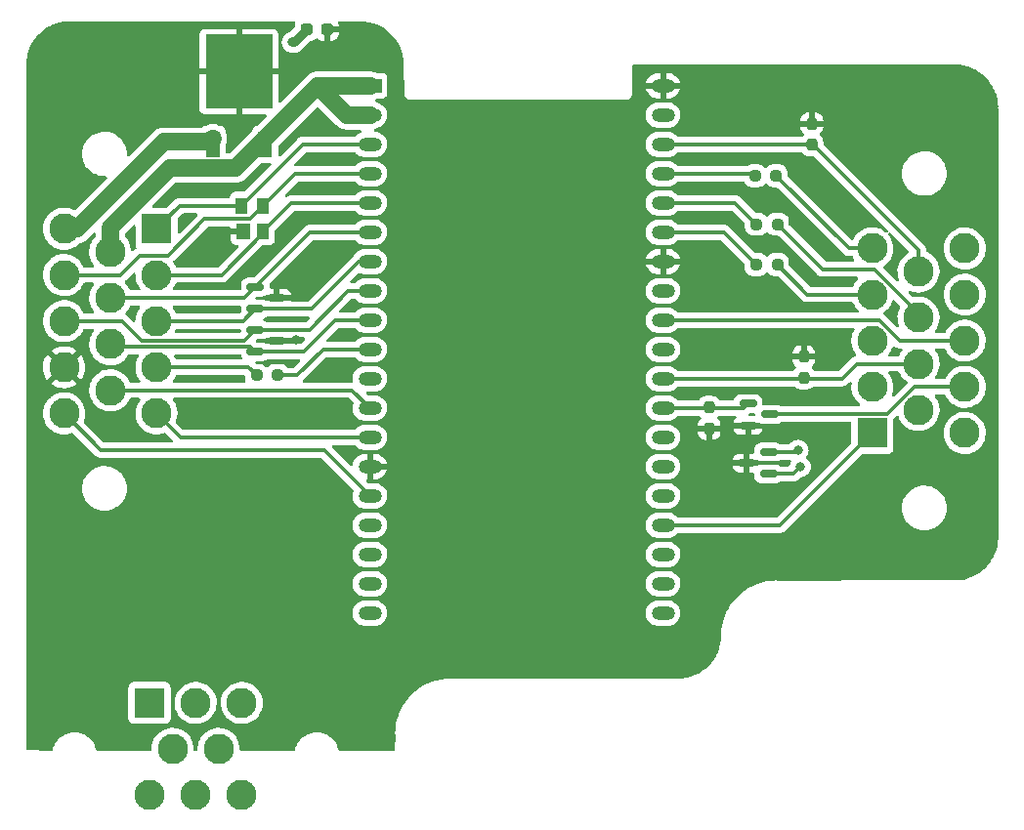
<source format=gbr>
%TF.GenerationSoftware,KiCad,Pcbnew,(6.0.1-0)*%
%TF.CreationDate,2023-02-28T13:35:44-05:00*%
%TF.ProjectId,Front Board,46726f6e-7420-4426-9f61-72642e6b6963,rev?*%
%TF.SameCoordinates,Original*%
%TF.FileFunction,Copper,L1,Top*%
%TF.FilePolarity,Positive*%
%FSLAX46Y46*%
G04 Gerber Fmt 4.6, Leading zero omitted, Abs format (unit mm)*
G04 Created by KiCad (PCBNEW (6.0.1-0)) date 2023-02-28 13:35:44*
%MOMM*%
%LPD*%
G01*
G04 APERTURE LIST*
G04 Aperture macros list*
%AMRoundRect*
0 Rectangle with rounded corners*
0 $1 Rounding radius*
0 $2 $3 $4 $5 $6 $7 $8 $9 X,Y pos of 4 corners*
0 Add a 4 corners polygon primitive as box body*
4,1,4,$2,$3,$4,$5,$6,$7,$8,$9,$2,$3,0*
0 Add four circle primitives for the rounded corners*
1,1,$1+$1,$2,$3*
1,1,$1+$1,$4,$5*
1,1,$1+$1,$6,$7*
1,1,$1+$1,$8,$9*
0 Add four rect primitives between the rounded corners*
20,1,$1+$1,$2,$3,$4,$5,0*
20,1,$1+$1,$4,$5,$6,$7,0*
20,1,$1+$1,$6,$7,$8,$9,0*
20,1,$1+$1,$8,$9,$2,$3,0*%
G04 Aperture macros list end*
%TA.AperFunction,SMDPad,CuDef*%
%ADD10R,1.200000X2.200000*%
%TD*%
%TA.AperFunction,SMDPad,CuDef*%
%ADD11R,5.800000X6.400000*%
%TD*%
%TA.AperFunction,ComponentPad*%
%ADD12R,2.000000X1.200000*%
%TD*%
%TA.AperFunction,ComponentPad*%
%ADD13O,2.000000X1.200000*%
%TD*%
%TA.AperFunction,SMDPad,CuDef*%
%ADD14RoundRect,0.150000X-0.587500X-0.150000X0.587500X-0.150000X0.587500X0.150000X-0.587500X0.150000X0*%
%TD*%
%TA.AperFunction,SMDPad,CuDef*%
%ADD15RoundRect,0.237500X-0.250000X-0.237500X0.250000X-0.237500X0.250000X0.237500X-0.250000X0.237500X0*%
%TD*%
%TA.AperFunction,SMDPad,CuDef*%
%ADD16RoundRect,0.237500X-0.237500X0.250000X-0.237500X-0.250000X0.237500X-0.250000X0.237500X0.250000X0*%
%TD*%
%TA.AperFunction,SMDPad,CuDef*%
%ADD17RoundRect,0.237500X0.287500X0.237500X-0.287500X0.237500X-0.287500X-0.237500X0.287500X-0.237500X0*%
%TD*%
%TA.AperFunction,SMDPad,CuDef*%
%ADD18RoundRect,0.237500X0.237500X-0.250000X0.237500X0.250000X-0.237500X0.250000X-0.237500X-0.250000X0*%
%TD*%
%TA.AperFunction,ComponentPad*%
%ADD19R,2.625000X2.625000*%
%TD*%
%TA.AperFunction,ComponentPad*%
%ADD20C,2.625000*%
%TD*%
%TA.AperFunction,SMDPad,CuDef*%
%ADD21RoundRect,0.237500X0.250000X0.237500X-0.250000X0.237500X-0.250000X-0.237500X0.250000X-0.237500X0*%
%TD*%
%TA.AperFunction,SMDPad,CuDef*%
%ADD22R,1.200000X1.400000*%
%TD*%
%TA.AperFunction,SMDPad,CuDef*%
%ADD23R,1.000000X1.400000*%
%TD*%
%TA.AperFunction,SMDPad,CuDef*%
%ADD24RoundRect,0.150000X0.587500X0.150000X-0.587500X0.150000X-0.587500X-0.150000X0.587500X-0.150000X0*%
%TD*%
%TA.AperFunction,ViaPad*%
%ADD25C,0.800000*%
%TD*%
%TA.AperFunction,Conductor*%
%ADD26C,1.500000*%
%TD*%
%TA.AperFunction,Conductor*%
%ADD27C,0.800000*%
%TD*%
%TA.AperFunction,Conductor*%
%ADD28C,0.300000*%
%TD*%
G04 APERTURE END LIST*
D10*
%TO.P,U2,3,Vo*%
%TO.N,VDD*%
X128530000Y-73200000D03*
D11*
%TO.P,U2,2,GND*%
%TO.N,GND*%
X126250000Y-66900000D03*
D10*
%TO.P,U2,1,VI*%
%TO.N,+12V*%
X123970000Y-73200000D03*
%TD*%
D12*
%TO.P,U3,1,3V3*%
%TO.N,VDD*%
X137600000Y-68130000D03*
D13*
%TO.P,U3,2,CHIP_PU*%
X137600000Y-70670000D03*
%TO.P,U3,3,SENSOR_VP/GPIO36/ADC1_CH0*%
%TO.N,/R_wheel*%
X137600000Y-73210000D03*
%TO.P,U3,4,SENSOR_VN/GPIO39/ADC1_CH3*%
%TO.N,/L_wheel*%
X137600000Y-75750000D03*
%TO.P,U3,5,VDET_1/GPIO34/ADC1_CH6*%
%TO.N,/L_sus*%
X137600000Y-78290000D03*
%TO.P,U3,6,VDET_2/GPIO35/ADC1_CH7*%
%TO.N,/R_sus*%
X137600000Y-80830000D03*
%TO.P,U3,7,32K_XP/GPIO32/ADC1_CH4*%
%TO.N,/stearing*%
X137600000Y-83370000D03*
%TO.P,U3,8,32K_XN/GPIO33/ADC1_CH5*%
%TO.N,/pedal_0*%
X137600000Y-85910000D03*
%TO.P,U3,9,DAC_1/ADC2_CH8/GPIO25*%
%TO.N,/pedal_1*%
X137600000Y-88450000D03*
%TO.P,U3,10,DAC_2/ADC2_CH9/GPIO26*%
%TO.N,Net-(R9-Pad1)*%
X137600000Y-90990000D03*
%TO.P,U3,11,ADC2_CH7/GPIO27*%
%TO.N,unconnected-(U3-Pad11)*%
X137600000Y-93530000D03*
%TO.P,U3,12,MTMS/GPIO14/ADC2_CH6*%
%TO.N,/LORA_SCK*%
X137600000Y-96070000D03*
%TO.P,U3,13,\u002AMTDI/GPIO12/ADC2_CH5*%
%TO.N,/LORA_MISO*%
X137600000Y-98610000D03*
%TO.P,U3,14,GND*%
%TO.N,GND*%
X137600000Y-101150000D03*
%TO.P,U3,15,MTCK/GPIO13/ADC2_CH4*%
%TO.N,/Laura_MOSI*%
X137600000Y-103690000D03*
%TO.P,U3,16,SD_DATA2/GPIO9*%
%TO.N,unconnected-(U3-Pad16)*%
X137600000Y-106230000D03*
%TO.P,U3,17,SD_DATA3/GPIO10*%
%TO.N,unconnected-(U3-Pad17)*%
X137600000Y-108770000D03*
%TO.P,U3,18,CMD*%
%TO.N,unconnected-(U3-Pad18)*%
X137600000Y-111310000D03*
%TO.P,U3,19,5V*%
%TO.N,unconnected-(U3-Pad19)*%
X137600000Y-113850000D03*
%TO.P,U3,20,SD_CLK/GPIO6*%
%TO.N,unconnected-(U3-Pad20)*%
X162996320Y-113847280D03*
%TO.P,U3,21,SD_DATA0/GPIO7*%
%TO.N,unconnected-(U3-Pad21)*%
X162996320Y-111307280D03*
%TO.P,U3,22,SD_DATA1/GPIO8*%
%TO.N,unconnected-(U3-Pad22)*%
X163000000Y-108770000D03*
%TO.P,U3,23,\u002AMTDO/GPIO15/ADC2_CH3*%
%TO.N,/LoRa_CS*%
X163000000Y-106230000D03*
%TO.P,U3,24,ADC2_CH2/\u002AGPIO2*%
%TO.N,unconnected-(U3-Pad24)*%
X163000000Y-103690000D03*
%TO.P,U3,25,\u002AGPIO0/BOOT/ADC2_CH1*%
%TO.N,/Brake_1*%
X163000000Y-101150000D03*
%TO.P,U3,26,ADC2_CH0/GPIO4*%
%TO.N,/Brake_0*%
X163000000Y-98610000D03*
%TO.P,U3,27,GPIO16*%
%TO.N,/RTD_ind_sig*%
X163000000Y-96070000D03*
%TO.P,U3,28,GPIO17*%
%TO.N,/RTD_bttn*%
X163000000Y-93530000D03*
%TO.P,U3,29,\u002AGPIO5*%
%TO.N,/CAN_CS*%
X163000000Y-90990000D03*
%TO.P,U3,30,GPIO18*%
%TO.N,/CAN_SCK*%
X163000000Y-88450000D03*
%TO.P,U3,31,GPIO19*%
%TO.N,/CAN_MISO*%
X163000000Y-85910000D03*
%TO.P,U3,32,GND*%
%TO.N,GND*%
X163000000Y-83370000D03*
%TO.P,U3,33,GPIO21*%
%TO.N,Net-(R6-Pad1)*%
X163000000Y-80830000D03*
%TO.P,U3,34,U0RXD/GPIO3*%
%TO.N,Net-(R5-Pad2)*%
X163000000Y-78290000D03*
%TO.P,U3,35,U0TXD/GPIO1*%
%TO.N,Net-(R4-Pad1)*%
X163000000Y-75750000D03*
%TO.P,U3,36,GPIO22*%
%TO.N,/LORA Reset*%
X163000000Y-73210000D03*
%TO.P,U3,37,GPIO23*%
%TO.N,/CAN_MOSI*%
X163000000Y-70670000D03*
%TO.P,U3,38,GND*%
%TO.N,GND*%
X163000000Y-68130000D03*
%TD*%
D14*
%TO.P,Q1,1,G*%
%TO.N,/RTD_ind_sig*%
X170362500Y-95680000D03*
%TO.P,Q1,2,S*%
%TO.N,GND*%
X170362500Y-97580000D03*
%TO.P,Q1,3,D*%
%TO.N,/RTD_ind_out*%
X172237500Y-96630000D03*
%TD*%
D15*
%TO.P,R6,1*%
%TO.N,Net-(R6-Pad1)*%
X171075000Y-83630000D03*
%TO.P,R6,2*%
%TO.N,/RTD_led*%
X172900000Y-83630000D03*
%TD*%
D16*
%TO.P,R8,1*%
%TO.N,GND*%
X175900000Y-71417500D03*
%TO.P,R8,2*%
%TO.N,/LORA Reset*%
X175900000Y-73242500D03*
%TD*%
D17*
%TO.P,D2,1,K*%
%TO.N,GND*%
X133875000Y-63250000D03*
%TO.P,D2,2,A*%
%TO.N,Net-(D2-Pad2)*%
X132125000Y-63250000D03*
%TD*%
D14*
%TO.P,D4,1,K*%
%TO.N,/R_sus*%
X127662500Y-85580000D03*
%TO.P,D4,2,K*%
%TO.N,/stearing*%
X127662500Y-87480000D03*
%TO.P,D4,3,A*%
%TO.N,GND*%
X129537500Y-86530000D03*
%TD*%
D18*
%TO.P,R7,1*%
%TO.N,/RTD_bttn*%
X175200000Y-93442500D03*
%TO.P,R7,2*%
%TO.N,GND*%
X175200000Y-91617500D03*
%TD*%
D19*
%TO.P,J3,1,Pin_1*%
%TO.N,+12V*%
X118500000Y-121630000D03*
D20*
%TO.P,J3,2,Pin_2*%
X122500000Y-121630000D03*
%TO.P,J3,3,Pin_3*%
%TO.N,VDD*%
X126500000Y-121630000D03*
%TO.P,J3,4,Pin_4*%
X120500000Y-125630000D03*
%TO.P,J3,5,Pin_5*%
X124500000Y-125630000D03*
%TO.P,J3,6,Pin_6*%
X118500000Y-129630000D03*
%TO.P,J3,7,Pin_7*%
X122500000Y-129630000D03*
%TO.P,J3,8,Pin_8*%
X126500000Y-129630000D03*
%TD*%
D21*
%TO.P,R9,1*%
%TO.N,Net-(R9-Pad1)*%
X129600000Y-93230000D03*
%TO.P,R9,2*%
%TO.N,/WCB_status*%
X127775000Y-93230000D03*
%TD*%
%TO.P,R5,1*%
%TO.N,/IMD_led*%
X172912500Y-80130000D03*
%TO.P,R5,2*%
%TO.N,Net-(R5-Pad2)*%
X171087500Y-80130000D03*
%TD*%
D16*
%TO.P,R3,1*%
%TO.N,/RTD_ind_sig*%
X167000000Y-96017500D03*
%TO.P,R3,2*%
%TO.N,GND*%
X167000000Y-97842500D03*
%TD*%
D22*
%TO.P,D3,1,A*%
%TO.N,GND*%
X126630000Y-80730000D03*
D23*
%TO.P,D3,2,K*%
%TO.N,/L_sus*%
X128350000Y-80730000D03*
%TO.P,D3,3,K*%
%TO.N,/L_wheel*%
X128350000Y-78530000D03*
%TO.P,D3,4,K*%
%TO.N,/R_wheel*%
X126450000Y-78530000D03*
%TD*%
D15*
%TO.P,R4,1*%
%TO.N,Net-(R4-Pad1)*%
X170975000Y-75930000D03*
%TO.P,R4,2*%
%TO.N,/AMS_Led*%
X172800000Y-75930000D03*
%TD*%
D19*
%TO.P,J1,1,Pin_1*%
%TO.N,/R_wheel*%
X119100000Y-80530000D03*
D20*
%TO.P,J1,2,Pin_2*%
%TO.N,/L_sus*%
X119100000Y-84530000D03*
%TO.P,J1,3,Pin_3*%
%TO.N,/stearing*%
X119100000Y-88530000D03*
%TO.P,J1,4,Pin_4*%
%TO.N,/WCB_status*%
X119100000Y-92530000D03*
%TO.P,J1,5,Pin_5*%
%TO.N,/LORA_MISO*%
X119100000Y-96530000D03*
%TO.P,J1,6,Pin_6*%
%TO.N,VDD*%
X115100000Y-82530000D03*
%TO.P,J1,7,Pin_7*%
%TO.N,/R_sus*%
X115100000Y-86530000D03*
%TO.P,J1,8,Pin_8*%
%TO.N,/pedal_1*%
X115100000Y-90530000D03*
%TO.P,J1,9,Pin_9*%
%TO.N,/LORA_SCK*%
X115100000Y-94530000D03*
%TO.P,J1,10,Pin_10*%
%TO.N,+12V*%
X111100000Y-80530000D03*
%TO.P,J1,11,Pin_11*%
%TO.N,/L_wheel*%
X111100000Y-84530000D03*
%TO.P,J1,12,Pin_12*%
%TO.N,/pedal_0*%
X111100000Y-88530000D03*
%TO.P,J1,13,Pin_13*%
%TO.N,GND*%
X111100000Y-92530000D03*
%TO.P,J1,14,Pin_14*%
%TO.N,/Laura_MOSI*%
X111100000Y-96530000D03*
%TD*%
D14*
%TO.P,D5,1,K*%
%TO.N,/pedal_0*%
X127662500Y-89280000D03*
%TO.P,D5,2,K*%
%TO.N,/pedal_1*%
X127662500Y-91180000D03*
%TO.P,D5,3,A*%
%TO.N,GND*%
X129537500Y-90230000D03*
%TD*%
D19*
%TO.P,J2,1,Pin_1*%
%TO.N,/LoRa_CS*%
X181137500Y-98230000D03*
D20*
%TO.P,J2,2,Pin_2*%
%TO.N,/Brake_0*%
X181137500Y-94230000D03*
%TO.P,J2,3,Pin_3*%
%TO.N,unconnected-(J2-Pad3)*%
X181137500Y-90230000D03*
%TO.P,J2,4,Pin_4*%
%TO.N,/RTD_led*%
X181137500Y-86230000D03*
%TO.P,J2,5,Pin_5*%
%TO.N,/AMS_Led*%
X181137500Y-82230000D03*
%TO.P,J2,6,Pin_6*%
%TO.N,/Brake_1*%
X185137500Y-96230000D03*
%TO.P,J2,7,Pin_7*%
%TO.N,/RTD_bttn*%
X185137500Y-92230000D03*
%TO.P,J2,8,Pin_8*%
%TO.N,/IMD_led*%
X185137500Y-88230000D03*
%TO.P,J2,9,Pin_9*%
%TO.N,/LORA Reset*%
X185137500Y-84230000D03*
%TO.P,J2,10,Pin_10*%
%TO.N,unconnected-(J2-Pad10)*%
X189137500Y-98230000D03*
%TO.P,J2,11,Pin_11*%
%TO.N,/RTD_ind_out*%
X189137500Y-94230000D03*
%TO.P,J2,12,Pin_12*%
%TO.N,unconnected-(J2-Pad12)*%
X189137500Y-90230000D03*
%TO.P,J2,13,Pin_13*%
%TO.N,/CAN_P*%
X189137500Y-86230000D03*
%TO.P,J2,14,Pin_14*%
%TO.N,/CAN_N*%
X189137500Y-82230000D03*
%TD*%
D24*
%TO.P,D6,1,K*%
%TO.N,/Brake_1*%
X172137500Y-101780000D03*
%TO.P,D6,2,K*%
%TO.N,/Brake_0*%
X172137500Y-99880000D03*
%TO.P,D6,3,A*%
%TO.N,GND*%
X170262500Y-100830000D03*
%TD*%
D25*
%TO.N,GND*%
X167250000Y-85000000D03*
X123900000Y-82130000D03*
X128500000Y-96830000D03*
X124000000Y-96930000D03*
X132200000Y-83630000D03*
X166300000Y-82030000D03*
X165600000Y-71630000D03*
X129700000Y-110630000D03*
X133100000Y-96930000D03*
X170800000Y-109830000D03*
X131200000Y-90130000D03*
%TO.N,Net-(D2-Pad2)*%
X130875000Y-64350000D03*
%TO.N,/Brake_0*%
X174700000Y-99730000D03*
%TO.N,/Brake_1*%
X174893478Y-101150000D03*
%TD*%
D26*
%TO.N,+12V*%
X123970000Y-72700000D02*
X123670000Y-73000000D01*
X123670000Y-73000000D02*
X119750000Y-73000000D01*
X119750000Y-73000000D02*
X112220000Y-80530000D01*
X112220000Y-80530000D02*
X111100000Y-80530000D01*
%TO.N,VDD*%
X133100000Y-68130000D02*
X135640000Y-70670000D01*
X135640000Y-70670000D02*
X137600000Y-70670000D01*
X128530000Y-72700000D02*
X133100000Y-68130000D01*
X133100000Y-68130000D02*
X137600000Y-68130000D01*
X128530000Y-72700000D02*
X125980000Y-75250000D01*
X125980000Y-75250000D02*
X120250000Y-75250000D01*
X120250000Y-75250000D02*
X115100000Y-80400000D01*
X115100000Y-80400000D02*
X115100000Y-82530000D01*
D27*
%TO.N,Net-(D2-Pad2)*%
X131025000Y-64350000D02*
X132125000Y-63250000D01*
X130875000Y-64350000D02*
X131025000Y-64350000D01*
D28*
%TO.N,/Brake_0*%
X174550000Y-99880000D02*
X174700000Y-99730000D01*
X172137500Y-99880000D02*
X174550000Y-99880000D01*
%TO.N,/L_sus*%
X130790000Y-78290000D02*
X128350000Y-80730000D01*
X124750000Y-84530000D02*
X119100000Y-84530000D01*
X128350000Y-80930000D02*
X124750000Y-84530000D01*
X128350000Y-80730000D02*
X128350000Y-80930000D01*
X137600000Y-78290000D02*
X130790000Y-78290000D01*
%TO.N,/pedal_0*%
X137600000Y-85910000D02*
X135720000Y-85910000D01*
X127662500Y-89280000D02*
X126712500Y-90230000D01*
X117800000Y-90230000D02*
X116100000Y-88530000D01*
X132350000Y-89280000D02*
X127662500Y-89280000D01*
X135720000Y-85910000D02*
X132350000Y-89280000D01*
X126712500Y-90230000D02*
X117800000Y-90230000D01*
X116100000Y-88530000D02*
X111100000Y-88530000D01*
%TO.N,/R_wheel*%
X137600000Y-73210000D02*
X131770000Y-73210000D01*
X126450000Y-78530000D02*
X121100000Y-78530000D01*
X131770000Y-73210000D02*
X126450000Y-78530000D01*
X121100000Y-78530000D02*
X119100000Y-80530000D01*
%TO.N,/R_sus*%
X132412500Y-80830000D02*
X127662500Y-85580000D01*
X127662500Y-85580000D02*
X126712500Y-86530000D01*
X126712500Y-86530000D02*
X115100000Y-86530000D01*
X137600000Y-80830000D02*
X132412500Y-80830000D01*
%TO.N,/L_wheel*%
X123273533Y-79680489D02*
X120086033Y-82867989D01*
X137600000Y-75750000D02*
X131130000Y-75750000D01*
X131130000Y-75750000D02*
X128350000Y-78530000D01*
X120086033Y-82867989D02*
X117637989Y-82867989D01*
X115975978Y-84530000D02*
X117637989Y-82867989D01*
X111100000Y-84530000D02*
X115975978Y-84530000D01*
X127199511Y-79680489D02*
X123273533Y-79680489D01*
X128350000Y-78530000D02*
X127199511Y-79680489D01*
%TO.N,/Brake_1*%
X174263478Y-101780000D02*
X174893478Y-101150000D01*
X172137500Y-101780000D02*
X174263478Y-101780000D01*
%TO.N,/pedal_1*%
X131850000Y-91180000D02*
X127662500Y-91180000D01*
X127212019Y-90729519D02*
X115299519Y-90729519D01*
X137600000Y-88450000D02*
X134580000Y-88450000D01*
X127662500Y-91180000D02*
X127212019Y-90729519D01*
X115299519Y-90729519D02*
X115100000Y-90530000D01*
X134580000Y-88450000D02*
X131850000Y-91180000D01*
%TO.N,/stearing*%
X132550000Y-87480000D02*
X127662500Y-87480000D01*
X137600000Y-83370000D02*
X136660000Y-83370000D01*
X136660000Y-83370000D02*
X132550000Y-87480000D01*
X127662500Y-87480000D02*
X126612500Y-88530000D01*
X126612500Y-88530000D02*
X119100000Y-88530000D01*
%TO.N,/RTD_ind_out*%
X182449071Y-96567989D02*
X172399511Y-96567989D01*
X184787060Y-94230000D02*
X182449071Y-96567989D01*
X189137500Y-94230000D02*
X184787060Y-94230000D01*
%TO.N,/RTD_ind_sig*%
X170362500Y-95680000D02*
X169972500Y-96070000D01*
X169972500Y-96070000D02*
X163000000Y-96070000D01*
%TO.N,Net-(R4-Pad1)*%
X170975000Y-75930000D02*
X170795000Y-75750000D01*
X170795000Y-75750000D02*
X163000000Y-75750000D01*
%TO.N,/RTD_led*%
X175500000Y-86230000D02*
X172900000Y-83630000D01*
X181137500Y-86230000D02*
X175500000Y-86230000D01*
%TO.N,Net-(R5-Pad2)*%
X171087500Y-80130000D02*
X169247500Y-78290000D01*
X169247500Y-78290000D02*
X163000000Y-78290000D01*
%TO.N,/AMS_Led*%
X179100000Y-82230000D02*
X172800000Y-75930000D01*
X181137500Y-82230000D02*
X179100000Y-82230000D01*
%TO.N,/RTD_bttn*%
X185137500Y-92230000D02*
X179800000Y-92230000D01*
X179800000Y-92230000D02*
X178500000Y-93530000D01*
X178500000Y-93530000D02*
X163000000Y-93530000D01*
%TO.N,/IMD_led*%
X185137500Y-87879560D02*
X185137500Y-88230000D01*
X181287940Y-84030000D02*
X185137500Y-87879560D01*
X172912500Y-80130000D02*
X176812500Y-84030000D01*
X176812500Y-84030000D02*
X181287940Y-84030000D01*
%TO.N,Net-(R6-Pad1)*%
X171075000Y-83630000D02*
X168275000Y-80830000D01*
X168275000Y-80830000D02*
X163000000Y-80830000D01*
%TO.N,Net-(R9-Pad1)*%
X129600000Y-93230000D02*
X131300000Y-93230000D01*
X131300000Y-93230000D02*
X133540000Y-90990000D01*
X133540000Y-90990000D02*
X137600000Y-90990000D01*
%TO.N,/WCB_status*%
X127075000Y-92530000D02*
X119100000Y-92530000D01*
X127775000Y-93230000D02*
X127075000Y-92530000D01*
%TO.N,/LORA Reset*%
X185137500Y-82373845D02*
X175973655Y-73210000D01*
X185137500Y-84230000D02*
X185137500Y-82373845D01*
X175973655Y-73210000D02*
X163000000Y-73210000D01*
%TO.N,/LORA_SCK*%
X137600000Y-96070000D02*
X136060000Y-94530000D01*
X136060000Y-94530000D02*
X115100000Y-94530000D01*
%TO.N,/LORA_MISO*%
X137600000Y-98610000D02*
X121180000Y-98610000D01*
X121180000Y-98610000D02*
X119100000Y-96530000D01*
%TO.N,/Laura_MOSI*%
X114300000Y-99730000D02*
X111100000Y-96530000D01*
X133640000Y-99730000D02*
X114300000Y-99730000D01*
X137600000Y-103690000D02*
X133640000Y-99730000D01*
%TO.N,/LoRa_CS*%
X163000000Y-106230000D02*
X173137500Y-106230000D01*
X173137500Y-106230000D02*
X181137500Y-98230000D01*
%TO.N,unconnected-(J2-Pad12)*%
X181707940Y-88450000D02*
X163000000Y-88450000D01*
X183487940Y-90230000D02*
X181707940Y-88450000D01*
X189137500Y-90230000D02*
X183487940Y-90230000D01*
%TO.N,unconnected-(J2-Pad3)*%
X180377500Y-90990000D02*
X181137500Y-90230000D01*
%TD*%
%TA.AperFunction,Conductor*%
%TO.N,GND*%
G36*
X116278442Y-62538042D02*
G01*
X131033918Y-62539336D01*
X131102037Y-62559344D01*
X131148525Y-62613004D01*
X131158623Y-62683279D01*
X131153502Y-62704997D01*
X131102026Y-62860191D01*
X131101326Y-62867025D01*
X131101325Y-62867029D01*
X131091985Y-62958198D01*
X131065144Y-63023925D01*
X131055736Y-63034451D01*
X130637127Y-63453060D01*
X130592388Y-63480477D01*
X130592713Y-63481206D01*
X130592712Y-63481206D01*
X130554994Y-63497999D01*
X130542698Y-63502718D01*
X130503444Y-63515473D01*
X130471675Y-63533815D01*
X130467710Y-63536104D01*
X130455959Y-63542092D01*
X130431145Y-63553140D01*
X130418248Y-63558882D01*
X130412909Y-63562761D01*
X130412904Y-63562764D01*
X130384851Y-63583146D01*
X130373798Y-63590325D01*
X130338056Y-63610960D01*
X130333147Y-63615380D01*
X130333143Y-63615383D01*
X130307386Y-63638575D01*
X130297143Y-63646871D01*
X130263747Y-63671134D01*
X130259333Y-63676036D01*
X130259331Y-63676038D01*
X130236129Y-63701806D01*
X130226806Y-63711129D01*
X130196134Y-63738747D01*
X130171871Y-63772143D01*
X130163575Y-63782386D01*
X130140383Y-63808143D01*
X130140380Y-63808147D01*
X130135960Y-63813056D01*
X130115325Y-63848798D01*
X130108146Y-63859851D01*
X130087764Y-63887904D01*
X130087761Y-63887909D01*
X130083882Y-63893248D01*
X130081199Y-63899275D01*
X130081198Y-63899276D01*
X130067092Y-63930959D01*
X130061105Y-63942708D01*
X130040473Y-63978444D01*
X130038432Y-63984727D01*
X130038431Y-63984728D01*
X130027719Y-64017696D01*
X130022999Y-64029994D01*
X130006206Y-64067712D01*
X130004834Y-64074165D01*
X130004833Y-64074169D01*
X129997625Y-64108080D01*
X129994212Y-64120817D01*
X129983498Y-64153791D01*
X129983497Y-64153798D01*
X129981458Y-64160072D01*
X129980768Y-64166633D01*
X129980768Y-64166635D01*
X129977144Y-64201122D01*
X129975082Y-64214136D01*
X129966500Y-64254513D01*
X129966500Y-64295784D01*
X129965810Y-64308955D01*
X129961496Y-64350000D01*
X129962186Y-64356565D01*
X129965810Y-64391045D01*
X129966500Y-64404216D01*
X129966500Y-64445487D01*
X129975082Y-64485864D01*
X129977143Y-64498872D01*
X129981458Y-64539928D01*
X129983497Y-64546202D01*
X129983498Y-64546209D01*
X129994212Y-64579183D01*
X129997625Y-64591920D01*
X130006206Y-64632288D01*
X130022999Y-64670006D01*
X130027718Y-64682302D01*
X130040473Y-64721556D01*
X130043776Y-64727277D01*
X130061104Y-64757290D01*
X130067091Y-64769039D01*
X130083882Y-64806752D01*
X130087761Y-64812091D01*
X130087764Y-64812096D01*
X130108146Y-64840149D01*
X130115325Y-64851202D01*
X130135960Y-64886944D01*
X130140380Y-64891853D01*
X130140383Y-64891857D01*
X130163575Y-64917614D01*
X130171871Y-64927857D01*
X130196134Y-64961253D01*
X130201036Y-64965667D01*
X130201038Y-64965669D01*
X130226806Y-64988871D01*
X130236129Y-64998194D01*
X130259128Y-65023736D01*
X130263747Y-65028866D01*
X130297143Y-65053129D01*
X130307386Y-65061425D01*
X130333143Y-65084617D01*
X130333146Y-65084619D01*
X130338056Y-65089040D01*
X130373798Y-65109675D01*
X130384851Y-65116854D01*
X130412904Y-65137236D01*
X130412909Y-65137239D01*
X130418248Y-65141118D01*
X130424275Y-65143801D01*
X130424276Y-65143802D01*
X130455959Y-65157908D01*
X130467708Y-65163895D01*
X130503444Y-65184527D01*
X130509727Y-65186568D01*
X130509728Y-65186569D01*
X130542696Y-65197281D01*
X130554994Y-65202001D01*
X130592712Y-65218794D01*
X130599165Y-65220166D01*
X130599169Y-65220167D01*
X130633080Y-65227375D01*
X130645817Y-65230788D01*
X130678791Y-65241502D01*
X130678798Y-65241503D01*
X130685072Y-65243542D01*
X130691633Y-65244232D01*
X130691635Y-65244232D01*
X130705690Y-65245709D01*
X130726128Y-65247857D01*
X130739136Y-65249918D01*
X130779513Y-65258500D01*
X130943583Y-65258500D01*
X130963292Y-65260051D01*
X130977190Y-65262252D01*
X130983777Y-65261907D01*
X130983782Y-65261907D01*
X131045480Y-65258673D01*
X131052074Y-65258500D01*
X131072610Y-65258500D01*
X131075882Y-65258156D01*
X131075884Y-65258156D01*
X131093042Y-65256353D01*
X131099616Y-65255836D01*
X131161308Y-65252603D01*
X131161312Y-65252602D01*
X131167903Y-65252257D01*
X131174284Y-65250547D01*
X131174286Y-65250547D01*
X131181491Y-65248617D01*
X131200925Y-65245015D01*
X131208354Y-65244234D01*
X131208363Y-65244232D01*
X131214928Y-65243542D01*
X131279997Y-65222400D01*
X131286299Y-65220533D01*
X131352370Y-65202829D01*
X131364908Y-65196440D01*
X131383174Y-65188875D01*
X131390272Y-65186569D01*
X131390274Y-65186568D01*
X131396556Y-65184527D01*
X131455785Y-65150331D01*
X131461579Y-65147185D01*
X131522530Y-65116129D01*
X131533467Y-65107273D01*
X131549763Y-65096073D01*
X131556224Y-65092343D01*
X131556228Y-65092340D01*
X131561944Y-65089040D01*
X131566850Y-65084623D01*
X131566855Y-65084619D01*
X131612769Y-65043278D01*
X131617784Y-65038994D01*
X131626282Y-65032112D01*
X131633741Y-65026072D01*
X131648256Y-65011557D01*
X131653041Y-65007016D01*
X131662839Y-64998194D01*
X131703866Y-64961253D01*
X131712140Y-64949865D01*
X131724981Y-64934832D01*
X132390556Y-64269257D01*
X132452868Y-64235231D01*
X132466644Y-64233026D01*
X132502366Y-64229319D01*
X132559234Y-64223419D01*
X132559237Y-64223418D01*
X132566093Y-64222707D01*
X132572629Y-64220526D01*
X132572631Y-64220526D01*
X132724159Y-64169972D01*
X132731107Y-64167654D01*
X132879031Y-64076116D01*
X132911231Y-64043859D01*
X132973512Y-64009780D01*
X133044332Y-64014782D01*
X133089422Y-64043704D01*
X133117129Y-64071363D01*
X133128540Y-64080375D01*
X133264063Y-64163912D01*
X133277241Y-64170056D01*
X133428766Y-64220315D01*
X133442132Y-64223181D01*
X133534770Y-64232672D01*
X133541185Y-64233000D01*
X133602885Y-64233000D01*
X133618124Y-64228525D01*
X133619329Y-64227135D01*
X133621000Y-64219452D01*
X133621000Y-64214885D01*
X134129000Y-64214885D01*
X134133475Y-64230124D01*
X134134865Y-64231329D01*
X134142548Y-64233000D01*
X134208766Y-64233000D01*
X134215282Y-64232663D01*
X134309132Y-64222925D01*
X134322528Y-64220032D01*
X134473953Y-64169512D01*
X134487115Y-64163347D01*
X134622492Y-64079574D01*
X134633890Y-64070540D01*
X134746363Y-63957871D01*
X134755375Y-63946460D01*
X134838912Y-63810937D01*
X134845056Y-63797759D01*
X134895315Y-63646234D01*
X134898181Y-63632868D01*
X134907672Y-63540230D01*
X134908000Y-63533815D01*
X134908000Y-63522115D01*
X134903525Y-63506876D01*
X134902135Y-63505671D01*
X134894452Y-63504000D01*
X134147115Y-63504000D01*
X134131876Y-63508475D01*
X134130671Y-63509865D01*
X134129000Y-63517548D01*
X134129000Y-64214885D01*
X133621000Y-64214885D01*
X133621000Y-63122000D01*
X133641002Y-63053879D01*
X133694658Y-63007386D01*
X133747000Y-62996000D01*
X134889885Y-62996000D01*
X134905124Y-62991525D01*
X134906329Y-62990135D01*
X134908000Y-62982452D01*
X134908000Y-62966234D01*
X134907663Y-62959718D01*
X134897925Y-62865868D01*
X134895030Y-62852463D01*
X134846017Y-62705555D01*
X134843432Y-62634606D01*
X134879615Y-62573522D01*
X134943079Y-62541697D01*
X134965546Y-62539679D01*
X136744748Y-62539835D01*
X136764270Y-62541359D01*
X136775099Y-62543058D01*
X136778714Y-62543626D01*
X136778715Y-62543626D01*
X136787583Y-62545018D01*
X136806917Y-62542514D01*
X136829424Y-62541629D01*
X137154667Y-62557994D01*
X137166955Y-62559219D01*
X137518145Y-62611711D01*
X137530250Y-62614133D01*
X137620443Y-62636824D01*
X137874593Y-62700764D01*
X137886413Y-62704362D01*
X138220627Y-62824307D01*
X138232037Y-62829046D01*
X138552879Y-62981138D01*
X138563771Y-62986971D01*
X138868189Y-63169764D01*
X138878455Y-63176635D01*
X139087240Y-63331715D01*
X139163509Y-63388366D01*
X139173053Y-63396210D01*
X139433825Y-63632868D01*
X139435992Y-63634835D01*
X139444719Y-63643573D01*
X139680019Y-63903486D01*
X139683020Y-63906801D01*
X139690851Y-63916352D01*
X139775057Y-64030009D01*
X139902237Y-64201671D01*
X139909096Y-64211947D01*
X140091514Y-64516583D01*
X140097333Y-64527480D01*
X140149707Y-64638313D01*
X140249037Y-64848516D01*
X140253762Y-64859933D01*
X140373294Y-65194284D01*
X140376878Y-65206108D01*
X140389454Y-65256353D01*
X140412300Y-65347633D01*
X140463091Y-65550568D01*
X140465498Y-65562681D01*
X140485493Y-65697584D01*
X140517558Y-65913923D01*
X140518768Y-65926218D01*
X140534373Y-66244100D01*
X140533025Y-66269663D01*
X140532676Y-66271901D01*
X140532676Y-66271905D01*
X140531295Y-66280774D01*
X140535015Y-66309219D01*
X140536326Y-66319243D01*
X140537360Y-66332832D01*
X140591895Y-68830763D01*
X140591923Y-68834282D01*
X140591726Y-68866589D01*
X140591524Y-68899652D01*
X140593990Y-68908279D01*
X140593990Y-68908281D01*
X140601549Y-68934727D01*
X140604708Y-68948774D01*
X140610666Y-68984763D01*
X140614558Y-68992849D01*
X140614560Y-68992856D01*
X140618769Y-69001600D01*
X140626382Y-69021616D01*
X140631512Y-69039565D01*
X140636302Y-69047156D01*
X140636302Y-69047157D01*
X140650976Y-69070414D01*
X140657947Y-69083003D01*
X140673771Y-69115882D01*
X140679779Y-69122554D01*
X140686271Y-69129764D01*
X140699195Y-69146837D01*
X140709160Y-69162631D01*
X140733092Y-69183767D01*
X140736501Y-69186778D01*
X140746726Y-69196905D01*
X140771141Y-69224019D01*
X140778773Y-69228733D01*
X140778777Y-69228736D01*
X140787035Y-69233836D01*
X140804229Y-69246594D01*
X140811496Y-69253012D01*
X140811502Y-69253016D01*
X140818228Y-69258956D01*
X140851258Y-69274464D01*
X140863902Y-69281308D01*
X140887308Y-69295764D01*
X140887312Y-69295766D01*
X140894947Y-69300481D01*
X140903601Y-69302864D01*
X140903602Y-69302865D01*
X140912955Y-69305441D01*
X140933042Y-69312861D01*
X140949948Y-69320799D01*
X140985993Y-69326411D01*
X141000058Y-69329432D01*
X141035238Y-69339122D01*
X141044216Y-69338981D01*
X141044217Y-69338981D01*
X141105600Y-69338016D01*
X141107580Y-69338000D01*
X159791298Y-69338000D01*
X159792069Y-69338002D01*
X159869652Y-69338476D01*
X159878281Y-69336010D01*
X159878286Y-69336009D01*
X159898048Y-69330361D01*
X159914809Y-69326783D01*
X159935152Y-69323870D01*
X159935162Y-69323867D01*
X159944045Y-69322595D01*
X159967395Y-69311979D01*
X159984907Y-69305536D01*
X160000937Y-69300954D01*
X160009565Y-69298488D01*
X160034548Y-69282726D01*
X160049614Y-69274596D01*
X160076510Y-69262367D01*
X160095939Y-69245626D01*
X160110947Y-69234521D01*
X160125039Y-69225630D01*
X160132631Y-69220840D01*
X160152182Y-69198703D01*
X160164374Y-69186659D01*
X160179949Y-69173239D01*
X160179950Y-69173237D01*
X160186747Y-69167381D01*
X160191626Y-69159853D01*
X160191629Y-69159850D01*
X160200696Y-69145861D01*
X160211986Y-69130987D01*
X160223012Y-69118502D01*
X160228956Y-69111772D01*
X160241510Y-69085034D01*
X160249824Y-69070065D01*
X160265893Y-69045273D01*
X160273239Y-69020709D01*
X160279901Y-69003264D01*
X160281742Y-68999342D01*
X160290799Y-68980052D01*
X160295343Y-68950870D01*
X160299126Y-68934151D01*
X160305014Y-68914464D01*
X160305015Y-68914461D01*
X160307587Y-68905859D01*
X160307797Y-68871444D01*
X160307830Y-68870672D01*
X160308000Y-68869577D01*
X160308000Y-68838702D01*
X160308002Y-68837932D01*
X160308452Y-68764284D01*
X160308452Y-68764283D01*
X160308476Y-68760348D01*
X160308092Y-68759004D01*
X160308000Y-68757659D01*
X160308000Y-68397399D01*
X161524712Y-68397399D01*
X161546194Y-68486537D01*
X161550083Y-68497832D01*
X161632629Y-68679382D01*
X161638576Y-68689724D01*
X161753968Y-68852397D01*
X161761761Y-68861425D01*
X161905831Y-68999342D01*
X161915196Y-69006738D01*
X162082741Y-69114921D01*
X162093345Y-69120417D01*
X162278312Y-69194961D01*
X162289770Y-69198355D01*
X162486928Y-69236857D01*
X162495791Y-69237934D01*
X162498500Y-69238000D01*
X162727885Y-69238000D01*
X162743124Y-69233525D01*
X162744329Y-69232135D01*
X162746000Y-69224452D01*
X162746000Y-69219885D01*
X163254000Y-69219885D01*
X163258475Y-69235124D01*
X163259865Y-69236329D01*
X163267548Y-69238000D01*
X163449832Y-69238000D01*
X163455808Y-69237715D01*
X163604494Y-69223529D01*
X163616228Y-69221270D01*
X163807599Y-69165128D01*
X163818675Y-69160698D01*
X163995978Y-69069381D01*
X164006024Y-69062931D01*
X164162857Y-68939738D01*
X164171506Y-68931501D01*
X164302212Y-68780877D01*
X164309147Y-68771153D01*
X164409010Y-68598533D01*
X164413984Y-68587669D01*
X164479407Y-68399273D01*
X164479648Y-68398284D01*
X164478180Y-68387992D01*
X164464615Y-68384000D01*
X163272115Y-68384000D01*
X163256876Y-68388475D01*
X163255671Y-68389865D01*
X163254000Y-68397548D01*
X163254000Y-69219885D01*
X162746000Y-69219885D01*
X162746000Y-68402115D01*
X162741525Y-68386876D01*
X162740135Y-68385671D01*
X162732452Y-68384000D01*
X161539598Y-68384000D01*
X161526067Y-68387973D01*
X161524712Y-68397399D01*
X160308000Y-68397399D01*
X160308000Y-67861716D01*
X161520352Y-67861716D01*
X161521820Y-67872008D01*
X161535385Y-67876000D01*
X162727885Y-67876000D01*
X162743124Y-67871525D01*
X162744329Y-67870135D01*
X162746000Y-67862452D01*
X162746000Y-67857885D01*
X163254000Y-67857885D01*
X163258475Y-67873124D01*
X163259865Y-67874329D01*
X163267548Y-67876000D01*
X164460402Y-67876000D01*
X164473933Y-67872027D01*
X164475288Y-67862601D01*
X164453806Y-67773463D01*
X164449917Y-67762168D01*
X164367371Y-67580618D01*
X164361424Y-67570276D01*
X164246032Y-67407603D01*
X164238239Y-67398575D01*
X164094169Y-67260658D01*
X164084804Y-67253262D01*
X163917259Y-67145079D01*
X163906655Y-67139583D01*
X163721688Y-67065039D01*
X163710230Y-67061645D01*
X163513072Y-67023143D01*
X163504209Y-67022066D01*
X163501500Y-67022000D01*
X163272115Y-67022000D01*
X163256876Y-67026475D01*
X163255671Y-67027865D01*
X163254000Y-67035548D01*
X163254000Y-67857885D01*
X162746000Y-67857885D01*
X162746000Y-67040115D01*
X162741525Y-67024876D01*
X162740135Y-67023671D01*
X162732452Y-67022000D01*
X162550168Y-67022000D01*
X162544192Y-67022285D01*
X162395506Y-67036471D01*
X162383772Y-67038730D01*
X162192401Y-67094872D01*
X162181325Y-67099302D01*
X162004022Y-67190619D01*
X161993976Y-67197069D01*
X161837143Y-67320262D01*
X161828494Y-67328499D01*
X161697788Y-67479123D01*
X161690853Y-67488847D01*
X161590990Y-67661467D01*
X161586016Y-67672331D01*
X161520593Y-67860727D01*
X161520352Y-67861716D01*
X160308000Y-67861716D01*
X160308000Y-66414000D01*
X160328002Y-66345879D01*
X160381658Y-66299386D01*
X160434000Y-66288000D01*
X184049418Y-66288000D01*
X188244685Y-66289819D01*
X188264166Y-66291343D01*
X188278710Y-66293626D01*
X188278715Y-66293626D01*
X188287583Y-66295018D01*
X188306917Y-66292514D01*
X188329424Y-66291629D01*
X188654667Y-66307994D01*
X188666955Y-66309219D01*
X189018145Y-66361711D01*
X189030250Y-66364133D01*
X189120443Y-66386824D01*
X189374593Y-66450764D01*
X189386413Y-66454362D01*
X189720627Y-66574307D01*
X189732037Y-66579046D01*
X190052879Y-66731138D01*
X190063771Y-66736971D01*
X190368189Y-66919764D01*
X190378455Y-66926635D01*
X190564789Y-67065039D01*
X190663509Y-67138366D01*
X190673053Y-67146210D01*
X190873916Y-67328499D01*
X190935992Y-67384835D01*
X190944719Y-67393573D01*
X191030971Y-67488847D01*
X191183020Y-67656801D01*
X191190851Y-67666352D01*
X191336137Y-67862452D01*
X191402237Y-67951671D01*
X191409096Y-67961947D01*
X191591514Y-68266583D01*
X191597333Y-68277480D01*
X191648458Y-68385671D01*
X191749037Y-68598516D01*
X191753762Y-68609933D01*
X191873294Y-68944284D01*
X191876878Y-68956108D01*
X191890802Y-69011739D01*
X191961889Y-69295764D01*
X191963091Y-69300568D01*
X191965498Y-69312681D01*
X191969064Y-69336738D01*
X192017558Y-69663923D01*
X192018768Y-69676218D01*
X192034373Y-69994100D01*
X192033025Y-70019663D01*
X192032676Y-70021901D01*
X192032676Y-70021905D01*
X192031295Y-70030774D01*
X192032459Y-70039675D01*
X192032459Y-70039680D01*
X192035423Y-70062343D01*
X192036487Y-70078661D01*
X192038120Y-81099393D01*
X192041992Y-107220863D01*
X192041993Y-107229765D01*
X192040434Y-107249541D01*
X192036835Y-107272213D01*
X192039307Y-107291562D01*
X192040153Y-107314067D01*
X192038883Y-107338500D01*
X192023254Y-107639060D01*
X192022011Y-107651332D01*
X191984403Y-107900264D01*
X191969000Y-108002222D01*
X191966561Y-108014320D01*
X191879477Y-108358336D01*
X191875866Y-108370138D01*
X191755545Y-108703981D01*
X191750799Y-108715369D01*
X191653474Y-108920020D01*
X191598390Y-109035848D01*
X191592550Y-109046721D01*
X191422027Y-109329974D01*
X191409516Y-109350755D01*
X191402643Y-109360999D01*
X191192074Y-109643881D01*
X191190756Y-109645651D01*
X191182915Y-109655174D01*
X191016973Y-109837686D01*
X190944178Y-109917750D01*
X190935438Y-109926464D01*
X190672160Y-110164422D01*
X190662621Y-110172229D01*
X190460288Y-110321913D01*
X190377340Y-110383277D01*
X190367071Y-110390123D01*
X190062492Y-110572260D01*
X190051602Y-110578067D01*
X189730694Y-110729519D01*
X189719289Y-110734234D01*
X189385079Y-110853573D01*
X189373266Y-110857149D01*
X189028993Y-110943216D01*
X189016888Y-110945619D01*
X188665858Y-110997590D01*
X188653575Y-110998798D01*
X188335900Y-111014375D01*
X188310347Y-111013026D01*
X188308102Y-111012677D01*
X188308103Y-111012677D01*
X188299226Y-111011295D01*
X188267473Y-111015447D01*
X188251232Y-111016511D01*
X183851651Y-111019647D01*
X172860112Y-111027480D01*
X172839122Y-111025735D01*
X172819583Y-111022448D01*
X172813365Y-111022372D01*
X172811908Y-111022354D01*
X172811903Y-111022354D01*
X172807044Y-111022295D01*
X172802225Y-111022985D01*
X172797370Y-111023302D01*
X172797366Y-111023234D01*
X172793939Y-111023553D01*
X172572330Y-111033221D01*
X172391830Y-111041096D01*
X172284380Y-111055231D01*
X171982498Y-111094942D01*
X171982489Y-111094944D01*
X171979772Y-111095301D01*
X171574000Y-111185187D01*
X171469193Y-111218205D01*
X171180231Y-111309238D01*
X171180221Y-111309242D01*
X171177598Y-111310068D01*
X171175054Y-111311121D01*
X170796103Y-111467951D01*
X170796091Y-111467956D01*
X170793577Y-111468997D01*
X170791155Y-111470257D01*
X170791150Y-111470259D01*
X170786409Y-111472725D01*
X170424856Y-111660766D01*
X170422539Y-111662241D01*
X170422528Y-111662247D01*
X170088078Y-111875108D01*
X170074237Y-111883917D01*
X170072060Y-111885586D01*
X170072051Y-111885592D01*
X169871873Y-112039033D01*
X169744384Y-112136756D01*
X169437803Y-112417359D01*
X169156824Y-112723597D01*
X169155151Y-112725774D01*
X169155146Y-112725780D01*
X169085745Y-112816092D01*
X168903582Y-113053140D01*
X168812341Y-113196113D01*
X168747545Y-113297648D01*
X168680002Y-113403486D01*
X168487782Y-113771972D01*
X168436408Y-113895679D01*
X168343502Y-114119393D01*
X168328383Y-114155798D01*
X168248827Y-114407254D01*
X168219115Y-114501167D01*
X168203017Y-114552047D01*
X168166262Y-114717016D01*
X168116188Y-114941763D01*
X168112635Y-114957709D01*
X168057925Y-115369701D01*
X168057802Y-115372452D01*
X168057801Y-115372459D01*
X168040602Y-115755922D01*
X168039881Y-115762689D01*
X168040039Y-115762703D01*
X168039598Y-115767555D01*
X168038785Y-115772352D01*
X168038728Y-115776601D01*
X168038689Y-115776842D01*
X168038721Y-115777096D01*
X168038616Y-115784891D01*
X168040613Y-115798961D01*
X168041683Y-115823420D01*
X168024503Y-116143443D01*
X168023241Y-116155707D01*
X167969710Y-116506309D01*
X167967255Y-116518390D01*
X167879719Y-116862078D01*
X167876098Y-116873852D01*
X167823745Y-117018496D01*
X167755394Y-117207341D01*
X167750636Y-117218714D01*
X167597920Y-117538808D01*
X167592074Y-117549661D01*
X167408810Y-117853296D01*
X167401931Y-117863527D01*
X167189866Y-118147806D01*
X167182020Y-118157315D01*
X166943192Y-118419505D01*
X166934454Y-118428202D01*
X166671145Y-118665799D01*
X166661599Y-118673600D01*
X166376338Y-118884324D01*
X166366076Y-118891155D01*
X166249975Y-118960489D01*
X166061573Y-119073001D01*
X166050715Y-119078785D01*
X165729877Y-119230012D01*
X165718498Y-119234709D01*
X165384444Y-119353849D01*
X165372644Y-119357417D01*
X165028556Y-119443339D01*
X165016463Y-119445737D01*
X164665619Y-119497623D01*
X164653362Y-119498826D01*
X164335901Y-119514377D01*
X164310349Y-119513027D01*
X164308098Y-119512676D01*
X164308093Y-119512676D01*
X164299225Y-119511295D01*
X164267521Y-119515441D01*
X164251271Y-119516504D01*
X154299455Y-119522000D01*
X144602268Y-119522000D01*
X144581731Y-119520315D01*
X144577371Y-119519595D01*
X144561023Y-119516894D01*
X144548484Y-119516778D01*
X144543675Y-119517481D01*
X144538813Y-119517812D01*
X144538808Y-119517742D01*
X144535424Y-119518067D01*
X144136352Y-119536626D01*
X144136348Y-119536626D01*
X144133625Y-119536753D01*
X143722011Y-119592035D01*
X143391448Y-119666142D01*
X143333685Y-119679092D01*
X143316761Y-119682886D01*
X142920941Y-119808621D01*
X142918421Y-119809670D01*
X142918414Y-119809673D01*
X142837983Y-119843169D01*
X142537550Y-119968285D01*
X142535126Y-119969552D01*
X142171901Y-120159409D01*
X142171888Y-120159416D01*
X142169488Y-120160671D01*
X142167192Y-120162138D01*
X142167184Y-120162143D01*
X141994068Y-120272783D01*
X141819543Y-120384323D01*
X141490363Y-120637547D01*
X141184440Y-120918426D01*
X141182601Y-120920436D01*
X140951215Y-121173331D01*
X140904091Y-121224835D01*
X140651437Y-121554453D01*
X140649974Y-121556750D01*
X140649969Y-121556758D01*
X140542491Y-121725571D01*
X140428391Y-121904785D01*
X140427120Y-121907226D01*
X140427117Y-121907232D01*
X140351028Y-122053417D01*
X140236642Y-122273179D01*
X140235591Y-122275715D01*
X140096572Y-122611166D01*
X140077641Y-122656846D01*
X140076821Y-122659443D01*
X140076817Y-122659454D01*
X140056105Y-122725050D01*
X139952592Y-123052882D01*
X139951996Y-123055563D01*
X139951995Y-123055566D01*
X139865538Y-123444368D01*
X139862442Y-123458289D01*
X139862082Y-123461008D01*
X139809759Y-123855772D01*
X139807873Y-123869998D01*
X139799520Y-124056574D01*
X139790592Y-124255980D01*
X139789876Y-124262696D01*
X139790039Y-124262711D01*
X139789598Y-124267553D01*
X139788785Y-124272352D01*
X139788616Y-124284891D01*
X139789301Y-124289714D01*
X139789301Y-124289719D01*
X139792550Y-124312605D01*
X139793801Y-124330423D01*
X139792626Y-125683715D01*
X139772565Y-125751819D01*
X139718869Y-125798265D01*
X139666414Y-125809606D01*
X135009378Y-125801746D01*
X134941292Y-125781629D01*
X134894890Y-125727895D01*
X134886013Y-125700327D01*
X134872024Y-125630000D01*
X134869736Y-125618498D01*
X134779011Y-125360153D01*
X134754466Y-125312900D01*
X134654843Y-125121118D01*
X134654842Y-125121116D01*
X134652791Y-125117168D01*
X134650208Y-125113553D01*
X134650204Y-125113547D01*
X134496181Y-124898014D01*
X134493593Y-124894392D01*
X134304594Y-124696270D01*
X134189054Y-124605186D01*
X134093059Y-124529510D01*
X134093057Y-124529509D01*
X134089564Y-124526755D01*
X134085722Y-124524523D01*
X134085717Y-124524520D01*
X133856649Y-124391466D01*
X133856643Y-124391463D01*
X133852795Y-124389228D01*
X133747664Y-124346645D01*
X133603143Y-124288108D01*
X133603135Y-124288105D01*
X133599011Y-124286435D01*
X133466142Y-124253430D01*
X133337599Y-124221500D01*
X133337595Y-124221499D01*
X133333274Y-124220426D01*
X133099753Y-124196500D01*
X132930246Y-124196500D01*
X132726872Y-124210900D01*
X132722517Y-124211838D01*
X132722514Y-124211838D01*
X132463540Y-124267593D01*
X132463538Y-124267593D01*
X132459193Y-124268529D01*
X132202305Y-124363300D01*
X131961332Y-124493322D01*
X131741085Y-124655999D01*
X131545955Y-124848087D01*
X131543256Y-124851624D01*
X131543253Y-124851627D01*
X131387966Y-125055103D01*
X131379838Y-125065753D01*
X131246048Y-125304653D01*
X131147254Y-125560021D01*
X131146251Y-125564346D01*
X131146250Y-125564351D01*
X131128270Y-125641923D01*
X131116561Y-125692440D01*
X131115407Y-125697417D01*
X131080539Y-125759262D01*
X131017771Y-125792439D01*
X130992448Y-125794966D01*
X126451117Y-125787301D01*
X126383030Y-125767184D01*
X126336628Y-125713450D01*
X126325373Y-125658004D01*
X126326023Y-125633162D01*
X126326023Y-125633157D01*
X126326106Y-125630000D01*
X126322208Y-125577544D01*
X126306394Y-125364736D01*
X126306393Y-125364732D01*
X126306048Y-125360084D01*
X126246314Y-125096098D01*
X126234514Y-125065753D01*
X126149909Y-124848195D01*
X126148216Y-124843841D01*
X126013910Y-124608854D01*
X125846347Y-124396301D01*
X125649206Y-124210849D01*
X125523252Y-124123471D01*
X125430657Y-124059236D01*
X125430652Y-124059233D01*
X125426819Y-124056574D01*
X125378716Y-124032852D01*
X125188259Y-123938929D01*
X125188256Y-123938928D01*
X125184071Y-123936864D01*
X125125847Y-123918226D01*
X124930741Y-123855772D01*
X124930743Y-123855772D01*
X124926296Y-123854349D01*
X124779860Y-123830501D01*
X124663768Y-123811594D01*
X124663767Y-123811594D01*
X124659156Y-123810843D01*
X124523838Y-123809072D01*
X124393196Y-123807361D01*
X124393193Y-123807361D01*
X124388519Y-123807300D01*
X124120331Y-123843799D01*
X124115845Y-123845107D01*
X124115843Y-123845107D01*
X124084135Y-123854349D01*
X123860484Y-123919537D01*
X123614686Y-124032852D01*
X123610777Y-124035415D01*
X123392250Y-124178687D01*
X123392245Y-124178691D01*
X123388337Y-124181253D01*
X123355120Y-124210900D01*
X123221206Y-124330423D01*
X123186409Y-124361480D01*
X123013339Y-124569575D01*
X122872928Y-124800965D01*
X122871119Y-124805279D01*
X122871118Y-124805281D01*
X122832232Y-124898014D01*
X122768260Y-125050568D01*
X122767109Y-125055100D01*
X122767108Y-125055103D01*
X122751346Y-125117168D01*
X122701637Y-125312900D01*
X122674520Y-125582198D01*
X122674744Y-125586864D01*
X122674744Y-125586870D01*
X122677713Y-125648675D01*
X122661002Y-125717677D01*
X122609639Y-125766690D01*
X122551646Y-125780720D01*
X122516576Y-125780661D01*
X122451293Y-125780551D01*
X122383207Y-125760434D01*
X122336804Y-125706700D01*
X122325549Y-125651250D01*
X122325617Y-125648675D01*
X122326106Y-125630000D01*
X122322208Y-125577544D01*
X122306394Y-125364736D01*
X122306393Y-125364732D01*
X122306048Y-125360084D01*
X122246314Y-125096098D01*
X122234514Y-125065753D01*
X122149909Y-124848195D01*
X122148216Y-124843841D01*
X122013910Y-124608854D01*
X121846347Y-124396301D01*
X121649206Y-124210849D01*
X121523252Y-124123471D01*
X121430657Y-124059236D01*
X121430652Y-124059233D01*
X121426819Y-124056574D01*
X121378716Y-124032852D01*
X121188259Y-123938929D01*
X121188256Y-123938928D01*
X121184071Y-123936864D01*
X121125847Y-123918226D01*
X120930741Y-123855772D01*
X120930743Y-123855772D01*
X120926296Y-123854349D01*
X120779860Y-123830501D01*
X120663768Y-123811594D01*
X120663767Y-123811594D01*
X120659156Y-123810843D01*
X120523838Y-123809072D01*
X120393196Y-123807361D01*
X120393193Y-123807361D01*
X120388519Y-123807300D01*
X120120331Y-123843799D01*
X120115845Y-123845107D01*
X120115843Y-123845107D01*
X120084135Y-123854349D01*
X119860484Y-123919537D01*
X119614686Y-124032852D01*
X119610777Y-124035415D01*
X119392250Y-124178687D01*
X119392245Y-124178691D01*
X119388337Y-124181253D01*
X119355120Y-124210900D01*
X119221206Y-124330423D01*
X119186409Y-124361480D01*
X119013339Y-124569575D01*
X118872928Y-124800965D01*
X118871119Y-124805279D01*
X118871118Y-124805281D01*
X118832232Y-124898014D01*
X118768260Y-125050568D01*
X118767109Y-125055100D01*
X118767108Y-125055103D01*
X118751346Y-125117168D01*
X118701637Y-125312900D01*
X118674520Y-125582198D01*
X118674744Y-125586864D01*
X118674744Y-125586869D01*
X118677389Y-125641923D01*
X118660678Y-125710925D01*
X118609315Y-125759939D01*
X118551323Y-125773969D01*
X114002326Y-125766291D01*
X113934239Y-125746174D01*
X113887837Y-125692440D01*
X113878960Y-125664871D01*
X113870607Y-125622876D01*
X113870605Y-125622867D01*
X113869736Y-125618498D01*
X113779011Y-125360153D01*
X113754466Y-125312900D01*
X113654843Y-125121118D01*
X113654842Y-125121116D01*
X113652791Y-125117168D01*
X113650208Y-125113553D01*
X113650204Y-125113547D01*
X113496181Y-124898014D01*
X113493593Y-124894392D01*
X113304594Y-124696270D01*
X113189054Y-124605186D01*
X113093059Y-124529510D01*
X113093057Y-124529509D01*
X113089564Y-124526755D01*
X113085722Y-124524523D01*
X113085717Y-124524520D01*
X112856649Y-124391466D01*
X112856643Y-124391463D01*
X112852795Y-124389228D01*
X112747664Y-124346645D01*
X112603143Y-124288108D01*
X112603135Y-124288105D01*
X112599011Y-124286435D01*
X112466142Y-124253430D01*
X112337599Y-124221500D01*
X112337595Y-124221499D01*
X112333274Y-124220426D01*
X112099753Y-124196500D01*
X111930246Y-124196500D01*
X111726872Y-124210900D01*
X111722517Y-124211838D01*
X111722514Y-124211838D01*
X111463540Y-124267593D01*
X111463538Y-124267593D01*
X111459193Y-124268529D01*
X111202305Y-124363300D01*
X110961332Y-124493322D01*
X110741085Y-124655999D01*
X110545955Y-124848087D01*
X110543256Y-124851624D01*
X110543253Y-124851627D01*
X110387966Y-125055103D01*
X110379838Y-125065753D01*
X110246048Y-125304653D01*
X110147254Y-125560021D01*
X110146251Y-125564346D01*
X110146250Y-125564351D01*
X110123619Y-125661988D01*
X110088751Y-125723833D01*
X110025983Y-125757010D01*
X110000660Y-125759537D01*
X107939124Y-125756057D01*
X107871037Y-125735940D01*
X107824635Y-125682206D01*
X107813337Y-125630065D01*
X107813171Y-122990634D01*
X116679000Y-122990634D01*
X116685755Y-123052816D01*
X116736885Y-123189205D01*
X116824239Y-123305761D01*
X116940795Y-123393115D01*
X117077184Y-123444245D01*
X117139366Y-123451000D01*
X119860634Y-123451000D01*
X119922816Y-123444245D01*
X120059205Y-123393115D01*
X120175761Y-123305761D01*
X120263115Y-123189205D01*
X120314245Y-123052816D01*
X120321000Y-122990634D01*
X120321000Y-121582198D01*
X120674520Y-121582198D01*
X120687506Y-121852546D01*
X120740309Y-122118006D01*
X120741888Y-122122404D01*
X120741890Y-122122411D01*
X120796932Y-122275715D01*
X120831769Y-122372744D01*
X120959878Y-122611166D01*
X120962673Y-122614910D01*
X120962675Y-122614912D01*
X120993989Y-122656846D01*
X121121820Y-122828033D01*
X121125129Y-122831313D01*
X121125134Y-122831319D01*
X121282399Y-122987217D01*
X121314039Y-123018582D01*
X121317801Y-123021340D01*
X121317804Y-123021343D01*
X121370819Y-123060215D01*
X121532311Y-123178626D01*
X121536442Y-123180800D01*
X121536443Y-123180800D01*
X121767707Y-123302474D01*
X121767713Y-123302476D01*
X121771842Y-123304649D01*
X121776249Y-123306188D01*
X121776256Y-123306191D01*
X122022953Y-123392341D01*
X122027369Y-123393883D01*
X122031962Y-123394755D01*
X122288690Y-123443497D01*
X122288693Y-123443497D01*
X122293279Y-123444368D01*
X122421855Y-123449420D01*
X122559062Y-123454811D01*
X122559067Y-123454811D01*
X122563730Y-123454994D01*
X122646846Y-123445891D01*
X122828128Y-123426038D01*
X122828133Y-123426037D01*
X122832781Y-123425528D01*
X122943922Y-123396267D01*
X123089999Y-123357808D01*
X123090001Y-123357807D01*
X123094522Y-123356617D01*
X123098819Y-123354771D01*
X123338908Y-123251621D01*
X123338910Y-123251620D01*
X123343202Y-123249776D01*
X123462642Y-123175864D01*
X123569385Y-123109810D01*
X123569389Y-123109807D01*
X123573358Y-123107351D01*
X123637700Y-123052882D01*
X123776368Y-122935491D01*
X123776370Y-122935489D01*
X123779935Y-122932471D01*
X123958393Y-122728978D01*
X124104813Y-122501342D01*
X124215978Y-122254565D01*
X124289446Y-121994067D01*
X124323603Y-121725571D01*
X124326106Y-121630000D01*
X124322554Y-121582198D01*
X124674520Y-121582198D01*
X124687506Y-121852546D01*
X124740309Y-122118006D01*
X124741888Y-122122404D01*
X124741890Y-122122411D01*
X124796932Y-122275715D01*
X124831769Y-122372744D01*
X124959878Y-122611166D01*
X124962673Y-122614910D01*
X124962675Y-122614912D01*
X124993989Y-122656846D01*
X125121820Y-122828033D01*
X125125129Y-122831313D01*
X125125134Y-122831319D01*
X125282399Y-122987217D01*
X125314039Y-123018582D01*
X125317801Y-123021340D01*
X125317804Y-123021343D01*
X125370819Y-123060215D01*
X125532311Y-123178626D01*
X125536442Y-123180800D01*
X125536443Y-123180800D01*
X125767707Y-123302474D01*
X125767713Y-123302476D01*
X125771842Y-123304649D01*
X125776249Y-123306188D01*
X125776256Y-123306191D01*
X126022953Y-123392341D01*
X126027369Y-123393883D01*
X126031962Y-123394755D01*
X126288690Y-123443497D01*
X126288693Y-123443497D01*
X126293279Y-123444368D01*
X126421855Y-123449420D01*
X126559062Y-123454811D01*
X126559067Y-123454811D01*
X126563730Y-123454994D01*
X126646846Y-123445891D01*
X126828128Y-123426038D01*
X126828133Y-123426037D01*
X126832781Y-123425528D01*
X126943922Y-123396267D01*
X127089999Y-123357808D01*
X127090001Y-123357807D01*
X127094522Y-123356617D01*
X127098819Y-123354771D01*
X127338908Y-123251621D01*
X127338910Y-123251620D01*
X127343202Y-123249776D01*
X127462642Y-123175864D01*
X127569385Y-123109810D01*
X127569389Y-123109807D01*
X127573358Y-123107351D01*
X127637700Y-123052882D01*
X127776368Y-122935491D01*
X127776370Y-122935489D01*
X127779935Y-122932471D01*
X127958393Y-122728978D01*
X128104813Y-122501342D01*
X128215978Y-122254565D01*
X128289446Y-121994067D01*
X128323603Y-121725571D01*
X128326106Y-121630000D01*
X128306048Y-121360084D01*
X128246314Y-121096098D01*
X128148216Y-120843841D01*
X128013910Y-120608854D01*
X127846347Y-120396301D01*
X127649206Y-120210849D01*
X127447319Y-120070795D01*
X127430657Y-120059236D01*
X127430652Y-120059233D01*
X127426819Y-120056574D01*
X127378716Y-120032852D01*
X127188259Y-119938929D01*
X127188256Y-119938928D01*
X127184071Y-119936864D01*
X127125847Y-119918226D01*
X126930741Y-119855772D01*
X126930743Y-119855772D01*
X126926296Y-119854349D01*
X126779860Y-119830501D01*
X126663768Y-119811594D01*
X126663767Y-119811594D01*
X126659156Y-119810843D01*
X126523837Y-119809071D01*
X126393196Y-119807361D01*
X126393193Y-119807361D01*
X126388519Y-119807300D01*
X126120331Y-119843799D01*
X126115845Y-119845107D01*
X126115843Y-119845107D01*
X126084135Y-119854349D01*
X125860484Y-119919537D01*
X125614686Y-120032852D01*
X125610777Y-120035415D01*
X125392250Y-120178687D01*
X125392245Y-120178691D01*
X125388337Y-120181253D01*
X125186409Y-120361480D01*
X125013339Y-120569575D01*
X124872928Y-120800965D01*
X124871119Y-120805279D01*
X124871118Y-120805281D01*
X124796165Y-120984023D01*
X124768260Y-121050568D01*
X124701637Y-121312900D01*
X124674520Y-121582198D01*
X124322554Y-121582198D01*
X124306048Y-121360084D01*
X124246314Y-121096098D01*
X124148216Y-120843841D01*
X124013910Y-120608854D01*
X123846347Y-120396301D01*
X123649206Y-120210849D01*
X123447319Y-120070795D01*
X123430657Y-120059236D01*
X123430652Y-120059233D01*
X123426819Y-120056574D01*
X123378716Y-120032852D01*
X123188259Y-119938929D01*
X123188256Y-119938928D01*
X123184071Y-119936864D01*
X123125847Y-119918226D01*
X122930741Y-119855772D01*
X122930743Y-119855772D01*
X122926296Y-119854349D01*
X122779860Y-119830501D01*
X122663768Y-119811594D01*
X122663767Y-119811594D01*
X122659156Y-119810843D01*
X122523837Y-119809071D01*
X122393196Y-119807361D01*
X122393193Y-119807361D01*
X122388519Y-119807300D01*
X122120331Y-119843799D01*
X122115845Y-119845107D01*
X122115843Y-119845107D01*
X122084135Y-119854349D01*
X121860484Y-119919537D01*
X121614686Y-120032852D01*
X121610777Y-120035415D01*
X121392250Y-120178687D01*
X121392245Y-120178691D01*
X121388337Y-120181253D01*
X121186409Y-120361480D01*
X121013339Y-120569575D01*
X120872928Y-120800965D01*
X120871119Y-120805279D01*
X120871118Y-120805281D01*
X120796165Y-120984023D01*
X120768260Y-121050568D01*
X120701637Y-121312900D01*
X120674520Y-121582198D01*
X120321000Y-121582198D01*
X120321000Y-120269366D01*
X120314245Y-120207184D01*
X120263115Y-120070795D01*
X120175761Y-119954239D01*
X120059205Y-119866885D01*
X119922816Y-119815755D01*
X119860634Y-119809000D01*
X117139366Y-119809000D01*
X117077184Y-119815755D01*
X116940795Y-119866885D01*
X116824239Y-119954239D01*
X116736885Y-120070795D01*
X116685755Y-120207184D01*
X116679000Y-120269366D01*
X116679000Y-122990634D01*
X107813171Y-122990634D01*
X107812594Y-113795604D01*
X136087787Y-113795604D01*
X136097567Y-114006899D01*
X136098971Y-114012724D01*
X136098971Y-114012725D01*
X136145064Y-114203981D01*
X136147125Y-114212534D01*
X136149607Y-114217992D01*
X136149608Y-114217996D01*
X136191816Y-114310826D01*
X136234674Y-114405087D01*
X136357054Y-114577611D01*
X136509850Y-114723881D01*
X136687548Y-114838620D01*
X136693114Y-114840863D01*
X136878168Y-114915442D01*
X136878171Y-114915443D01*
X136883737Y-114917686D01*
X137091337Y-114958228D01*
X137096899Y-114958500D01*
X138052846Y-114958500D01*
X138210566Y-114943452D01*
X138413534Y-114883908D01*
X138497111Y-114840863D01*
X138596249Y-114789804D01*
X138596252Y-114789802D01*
X138601580Y-114787058D01*
X138767920Y-114656396D01*
X138771852Y-114651865D01*
X138771855Y-114651862D01*
X138902621Y-114501167D01*
X138906552Y-114496637D01*
X138909552Y-114491451D01*
X138909555Y-114491447D01*
X139009467Y-114318742D01*
X139012473Y-114313546D01*
X139081861Y-114113729D01*
X139096506Y-114012725D01*
X139111352Y-113910336D01*
X139111352Y-113910333D01*
X139112213Y-113904396D01*
X139107052Y-113792884D01*
X161484107Y-113792884D01*
X161493887Y-114004179D01*
X161495291Y-114010004D01*
X161495291Y-114010005D01*
X161521654Y-114119393D01*
X161543445Y-114209814D01*
X161545927Y-114215272D01*
X161545928Y-114215276D01*
X161588032Y-114307878D01*
X161630994Y-114402367D01*
X161753374Y-114574891D01*
X161906170Y-114721161D01*
X162083868Y-114835900D01*
X162096183Y-114840863D01*
X162274488Y-114912722D01*
X162274491Y-114912723D01*
X162280057Y-114914966D01*
X162487657Y-114955508D01*
X162493219Y-114955780D01*
X163449166Y-114955780D01*
X163606886Y-114940732D01*
X163809854Y-114881188D01*
X163893431Y-114838143D01*
X163992569Y-114787084D01*
X163992572Y-114787082D01*
X163997900Y-114784338D01*
X164164240Y-114653676D01*
X164168172Y-114649145D01*
X164168175Y-114649142D01*
X164298941Y-114498447D01*
X164302872Y-114493917D01*
X164305872Y-114488731D01*
X164305875Y-114488727D01*
X164405787Y-114316022D01*
X164408793Y-114310826D01*
X164478181Y-114111009D01*
X164479042Y-114105072D01*
X164507672Y-113907616D01*
X164507672Y-113907613D01*
X164508533Y-113901676D01*
X164498753Y-113690381D01*
X164467139Y-113559203D01*
X164450601Y-113490579D01*
X164450600Y-113490577D01*
X164449195Y-113484746D01*
X164413360Y-113405930D01*
X164364126Y-113297648D01*
X164361646Y-113292193D01*
X164267989Y-113160160D01*
X164242732Y-113124555D01*
X164242731Y-113124554D01*
X164239266Y-113119669D01*
X164086470Y-112973399D01*
X163908772Y-112858660D01*
X163848674Y-112834440D01*
X163718152Y-112781838D01*
X163718149Y-112781837D01*
X163712583Y-112779594D01*
X163504983Y-112739052D01*
X163499421Y-112738780D01*
X162543474Y-112738780D01*
X162385754Y-112753828D01*
X162182786Y-112813372D01*
X162177459Y-112816116D01*
X162177458Y-112816116D01*
X162000071Y-112907476D01*
X162000068Y-112907478D01*
X161994740Y-112910222D01*
X161828400Y-113040884D01*
X161824468Y-113045415D01*
X161824465Y-113045418D01*
X161742886Y-113139430D01*
X161689768Y-113200643D01*
X161686768Y-113205829D01*
X161686765Y-113205833D01*
X161592981Y-113367945D01*
X161583847Y-113383734D01*
X161514459Y-113583551D01*
X161484107Y-113792884D01*
X139107052Y-113792884D01*
X139102433Y-113693101D01*
X139052875Y-113487466D01*
X139014692Y-113403486D01*
X138967806Y-113300368D01*
X138965326Y-113294913D01*
X138842946Y-113122389D01*
X138690150Y-112976119D01*
X138512452Y-112861380D01*
X138452354Y-112837160D01*
X138321832Y-112784558D01*
X138321829Y-112784557D01*
X138316263Y-112782314D01*
X138108663Y-112741772D01*
X138103101Y-112741500D01*
X137147154Y-112741500D01*
X136989434Y-112756548D01*
X136786466Y-112816092D01*
X136781139Y-112818836D01*
X136781138Y-112818836D01*
X136603751Y-112910196D01*
X136603748Y-112910198D01*
X136598420Y-112912942D01*
X136432080Y-113043604D01*
X136428148Y-113048135D01*
X136428145Y-113048138D01*
X136361834Y-113124555D01*
X136293448Y-113203363D01*
X136290448Y-113208549D01*
X136290445Y-113208553D01*
X136237329Y-113300368D01*
X136187527Y-113386454D01*
X136118139Y-113586271D01*
X136117278Y-113592206D01*
X136117278Y-113592208D01*
X136089043Y-113786944D01*
X136087787Y-113795604D01*
X107812594Y-113795604D01*
X107812434Y-111255604D01*
X136087787Y-111255604D01*
X136097567Y-111466899D01*
X136098971Y-111472724D01*
X136098971Y-111472725D01*
X136145064Y-111663981D01*
X136147125Y-111672534D01*
X136149607Y-111677992D01*
X136149608Y-111677996D01*
X136191816Y-111770826D01*
X136234674Y-111865087D01*
X136357054Y-112037611D01*
X136509850Y-112183881D01*
X136687548Y-112298620D01*
X136693114Y-112300863D01*
X136878168Y-112375442D01*
X136878171Y-112375443D01*
X136883737Y-112377686D01*
X137091337Y-112418228D01*
X137096899Y-112418500D01*
X138052846Y-112418500D01*
X138210566Y-112403452D01*
X138413534Y-112343908D01*
X138497111Y-112300863D01*
X138596249Y-112249804D01*
X138596252Y-112249802D01*
X138601580Y-112247058D01*
X138767920Y-112116396D01*
X138771852Y-112111865D01*
X138771855Y-112111862D01*
X138902621Y-111961167D01*
X138906552Y-111956637D01*
X138909552Y-111951451D01*
X138909555Y-111951447D01*
X139009467Y-111778742D01*
X139012473Y-111773546D01*
X139081861Y-111573729D01*
X139096864Y-111470259D01*
X139111352Y-111370336D01*
X139111352Y-111370333D01*
X139112213Y-111364396D01*
X139107052Y-111252884D01*
X161484107Y-111252884D01*
X161493887Y-111464179D01*
X161495291Y-111470004D01*
X161495291Y-111470005D01*
X161521654Y-111579393D01*
X161543445Y-111669814D01*
X161545927Y-111675272D01*
X161545928Y-111675276D01*
X161588032Y-111767878D01*
X161630994Y-111862367D01*
X161753374Y-112034891D01*
X161906170Y-112181161D01*
X162083868Y-112295900D01*
X162096183Y-112300863D01*
X162274488Y-112372722D01*
X162274491Y-112372723D01*
X162280057Y-112374966D01*
X162487657Y-112415508D01*
X162493219Y-112415780D01*
X163449166Y-112415780D01*
X163606886Y-112400732D01*
X163809854Y-112341188D01*
X163893431Y-112298143D01*
X163992569Y-112247084D01*
X163992572Y-112247082D01*
X163997900Y-112244338D01*
X164164240Y-112113676D01*
X164168172Y-112109145D01*
X164168175Y-112109142D01*
X164298941Y-111958447D01*
X164302872Y-111953917D01*
X164305872Y-111948731D01*
X164305875Y-111948727D01*
X164405787Y-111776022D01*
X164408793Y-111770826D01*
X164478181Y-111571009D01*
X164493124Y-111467951D01*
X164507672Y-111367616D01*
X164507672Y-111367613D01*
X164508533Y-111361676D01*
X164498753Y-111150381D01*
X164461930Y-110997590D01*
X164450601Y-110950579D01*
X164450600Y-110950577D01*
X164449195Y-110944746D01*
X164440295Y-110925170D01*
X164364126Y-110757648D01*
X164361646Y-110752193D01*
X164239266Y-110579669D01*
X164086470Y-110433399D01*
X163908772Y-110318660D01*
X163848674Y-110294440D01*
X163718152Y-110241838D01*
X163718149Y-110241837D01*
X163712583Y-110239594D01*
X163504983Y-110199052D01*
X163499421Y-110198780D01*
X162543474Y-110198780D01*
X162385754Y-110213828D01*
X162182786Y-110273372D01*
X162177459Y-110276116D01*
X162177458Y-110276116D01*
X162000071Y-110367476D01*
X162000068Y-110367478D01*
X161994740Y-110370222D01*
X161828400Y-110500884D01*
X161824468Y-110505415D01*
X161824465Y-110505418D01*
X161705874Y-110642082D01*
X161689768Y-110660643D01*
X161686768Y-110665829D01*
X161686765Y-110665833D01*
X161592981Y-110827945D01*
X161583847Y-110843734D01*
X161514459Y-111043551D01*
X161513598Y-111049486D01*
X161513598Y-111049488D01*
X161493923Y-111185187D01*
X161484107Y-111252884D01*
X139107052Y-111252884D01*
X139102433Y-111153101D01*
X139052875Y-110947466D01*
X139009525Y-110852122D01*
X138967806Y-110760368D01*
X138965326Y-110754913D01*
X138842946Y-110582389D01*
X138690150Y-110436119D01*
X138512452Y-110321380D01*
X138452354Y-110297160D01*
X138321832Y-110244558D01*
X138321829Y-110244557D01*
X138316263Y-110242314D01*
X138108663Y-110201772D01*
X138103101Y-110201500D01*
X137147154Y-110201500D01*
X136989434Y-110216548D01*
X136786466Y-110276092D01*
X136781139Y-110278836D01*
X136781138Y-110278836D01*
X136603751Y-110370196D01*
X136603748Y-110370198D01*
X136598420Y-110372942D01*
X136432080Y-110503604D01*
X136428148Y-110508135D01*
X136428145Y-110508138D01*
X136361834Y-110584555D01*
X136293448Y-110663363D01*
X136290448Y-110668549D01*
X136290445Y-110668553D01*
X136237329Y-110760368D01*
X136187527Y-110846454D01*
X136118139Y-111046271D01*
X136117278Y-111052206D01*
X136117278Y-111052208D01*
X136089043Y-111246944D01*
X136087787Y-111255604D01*
X107812434Y-111255604D01*
X107812274Y-108715604D01*
X136087787Y-108715604D01*
X136097567Y-108926899D01*
X136147125Y-109132534D01*
X136149607Y-109137992D01*
X136149608Y-109137996D01*
X136193053Y-109233546D01*
X136234674Y-109325087D01*
X136357054Y-109497611D01*
X136509850Y-109643881D01*
X136687548Y-109758620D01*
X136693114Y-109760863D01*
X136878168Y-109835442D01*
X136878171Y-109835443D01*
X136883737Y-109837686D01*
X137091337Y-109878228D01*
X137096899Y-109878500D01*
X138052846Y-109878500D01*
X138210566Y-109863452D01*
X138413534Y-109803908D01*
X138497111Y-109760863D01*
X138596249Y-109709804D01*
X138596252Y-109709802D01*
X138601580Y-109707058D01*
X138767920Y-109576396D01*
X138771852Y-109571865D01*
X138771855Y-109571862D01*
X138902621Y-109421167D01*
X138906552Y-109416637D01*
X138909552Y-109411451D01*
X138909555Y-109411447D01*
X139009467Y-109238742D01*
X139012473Y-109233546D01*
X139081861Y-109033729D01*
X139098219Y-108920909D01*
X139111352Y-108830336D01*
X139111352Y-108830333D01*
X139112213Y-108824396D01*
X139107177Y-108715604D01*
X161487787Y-108715604D01*
X161497567Y-108926899D01*
X161547125Y-109132534D01*
X161549607Y-109137992D01*
X161549608Y-109137996D01*
X161593053Y-109233546D01*
X161634674Y-109325087D01*
X161757054Y-109497611D01*
X161909850Y-109643881D01*
X162087548Y-109758620D01*
X162093114Y-109760863D01*
X162278168Y-109835442D01*
X162278171Y-109835443D01*
X162283737Y-109837686D01*
X162491337Y-109878228D01*
X162496899Y-109878500D01*
X163452846Y-109878500D01*
X163610566Y-109863452D01*
X163813534Y-109803908D01*
X163897111Y-109760863D01*
X163996249Y-109709804D01*
X163996252Y-109709802D01*
X164001580Y-109707058D01*
X164167920Y-109576396D01*
X164171852Y-109571865D01*
X164171855Y-109571862D01*
X164302621Y-109421167D01*
X164306552Y-109416637D01*
X164309552Y-109411451D01*
X164309555Y-109411447D01*
X164409467Y-109238742D01*
X164412473Y-109233546D01*
X164481861Y-109033729D01*
X164498219Y-108920909D01*
X164511352Y-108830336D01*
X164511352Y-108830333D01*
X164512213Y-108824396D01*
X164502433Y-108613101D01*
X164452875Y-108407466D01*
X164433261Y-108364326D01*
X164367806Y-108220368D01*
X164365326Y-108214913D01*
X164242946Y-108042389D01*
X164090150Y-107896119D01*
X163912452Y-107781380D01*
X163852354Y-107757160D01*
X163721832Y-107704558D01*
X163721829Y-107704557D01*
X163716263Y-107702314D01*
X163508663Y-107661772D01*
X163503101Y-107661500D01*
X162547154Y-107661500D01*
X162389434Y-107676548D01*
X162186466Y-107736092D01*
X162181139Y-107738836D01*
X162181138Y-107738836D01*
X162003751Y-107830196D01*
X162003748Y-107830198D01*
X161998420Y-107832942D01*
X161832080Y-107963604D01*
X161828148Y-107968135D01*
X161828145Y-107968138D01*
X161759474Y-108047275D01*
X161693448Y-108123363D01*
X161690448Y-108128549D01*
X161690445Y-108128553D01*
X161643312Y-108210026D01*
X161587527Y-108306454D01*
X161518139Y-108506271D01*
X161487787Y-108715604D01*
X139107177Y-108715604D01*
X139102433Y-108613101D01*
X139052875Y-108407466D01*
X139033261Y-108364326D01*
X138967806Y-108220368D01*
X138965326Y-108214913D01*
X138842946Y-108042389D01*
X138690150Y-107896119D01*
X138512452Y-107781380D01*
X138452354Y-107757160D01*
X138321832Y-107704558D01*
X138321829Y-107704557D01*
X138316263Y-107702314D01*
X138108663Y-107661772D01*
X138103101Y-107661500D01*
X137147154Y-107661500D01*
X136989434Y-107676548D01*
X136786466Y-107736092D01*
X136781139Y-107738836D01*
X136781138Y-107738836D01*
X136603751Y-107830196D01*
X136603748Y-107830198D01*
X136598420Y-107832942D01*
X136432080Y-107963604D01*
X136428148Y-107968135D01*
X136428145Y-107968138D01*
X136359474Y-108047275D01*
X136293448Y-108123363D01*
X136290448Y-108128549D01*
X136290445Y-108128553D01*
X136243312Y-108210026D01*
X136187527Y-108306454D01*
X136118139Y-108506271D01*
X136087787Y-108715604D01*
X107812274Y-108715604D01*
X107812114Y-106175604D01*
X136087787Y-106175604D01*
X136097567Y-106386899D01*
X136098971Y-106392724D01*
X136098971Y-106392725D01*
X136123520Y-106494586D01*
X136147125Y-106592534D01*
X136149607Y-106597992D01*
X136149608Y-106597996D01*
X136193053Y-106693546D01*
X136234674Y-106785087D01*
X136357054Y-106957611D01*
X136509850Y-107103881D01*
X136687548Y-107218620D01*
X136739889Y-107239714D01*
X136878168Y-107295442D01*
X136878171Y-107295443D01*
X136883737Y-107297686D01*
X137091337Y-107338228D01*
X137096899Y-107338500D01*
X138052846Y-107338500D01*
X138210566Y-107323452D01*
X138413534Y-107263908D01*
X138418862Y-107261164D01*
X138596249Y-107169804D01*
X138596252Y-107169802D01*
X138601580Y-107167058D01*
X138767920Y-107036396D01*
X138771852Y-107031865D01*
X138771855Y-107031862D01*
X138902621Y-106881167D01*
X138906552Y-106876637D01*
X138909552Y-106871451D01*
X138909555Y-106871447D01*
X139009467Y-106698742D01*
X139012473Y-106693546D01*
X139081861Y-106493729D01*
X139112213Y-106284396D01*
X139107177Y-106175604D01*
X161487787Y-106175604D01*
X161497567Y-106386899D01*
X161498971Y-106392724D01*
X161498971Y-106392725D01*
X161523520Y-106494586D01*
X161547125Y-106592534D01*
X161549607Y-106597992D01*
X161549608Y-106597996D01*
X161593053Y-106693546D01*
X161634674Y-106785087D01*
X161757054Y-106957611D01*
X161909850Y-107103881D01*
X162087548Y-107218620D01*
X162139889Y-107239714D01*
X162278168Y-107295442D01*
X162278171Y-107295443D01*
X162283737Y-107297686D01*
X162491337Y-107338228D01*
X162496899Y-107338500D01*
X163452846Y-107338500D01*
X163610566Y-107323452D01*
X163813534Y-107263908D01*
X163818862Y-107261164D01*
X163996249Y-107169804D01*
X163996252Y-107169802D01*
X164001580Y-107167058D01*
X164087285Y-107099736D01*
X164163203Y-107040102D01*
X164163207Y-107040098D01*
X164167920Y-107036396D01*
X164171852Y-107031865D01*
X164258581Y-106931919D01*
X164318334Y-106893578D01*
X164353746Y-106888500D01*
X173055444Y-106888500D01*
X173067300Y-106889059D01*
X173067303Y-106889059D01*
X173075037Y-106890788D01*
X173145869Y-106888562D01*
X173149827Y-106888500D01*
X173178932Y-106888500D01*
X173183332Y-106887944D01*
X173195164Y-106887012D01*
X173241331Y-106885562D01*
X173261921Y-106879580D01*
X173281282Y-106875570D01*
X173288270Y-106874688D01*
X173294704Y-106873875D01*
X173294705Y-106873875D01*
X173302564Y-106872882D01*
X173309929Y-106869966D01*
X173309933Y-106869965D01*
X173345521Y-106855874D01*
X173356731Y-106852035D01*
X173401100Y-106839145D01*
X173419565Y-106828225D01*
X173437305Y-106819534D01*
X173457256Y-106811635D01*
X173494629Y-106784482D01*
X173504548Y-106777967D01*
X173537477Y-106758493D01*
X173537481Y-106758490D01*
X173544307Y-106754453D01*
X173559471Y-106739289D01*
X173574505Y-106726448D01*
X173585443Y-106718501D01*
X173591857Y-106713841D01*
X173621303Y-106678247D01*
X173629292Y-106669468D01*
X175599208Y-104699552D01*
X183699300Y-104699552D01*
X183699544Y-104703987D01*
X183699544Y-104703991D01*
X183713826Y-104963500D01*
X183714346Y-104972951D01*
X183767764Y-105241502D01*
X183858489Y-105499847D01*
X183860542Y-105503798D01*
X183860544Y-105503804D01*
X183982657Y-105738882D01*
X183984709Y-105742832D01*
X183987292Y-105746447D01*
X183987296Y-105746453D01*
X184073774Y-105867466D01*
X184143907Y-105965608D01*
X184332906Y-106163730D01*
X184547936Y-106333245D01*
X184551778Y-106335477D01*
X184551783Y-106335480D01*
X184780851Y-106468534D01*
X184780857Y-106468537D01*
X184784705Y-106470772D01*
X184852523Y-106498241D01*
X185034357Y-106571892D01*
X185034365Y-106571895D01*
X185038489Y-106573565D01*
X185114343Y-106592407D01*
X185299901Y-106638500D01*
X185299905Y-106638501D01*
X185304226Y-106639574D01*
X185537747Y-106663500D01*
X185707254Y-106663500D01*
X185910628Y-106649100D01*
X185914983Y-106648162D01*
X185914986Y-106648162D01*
X186173960Y-106592407D01*
X186173962Y-106592407D01*
X186178307Y-106591471D01*
X186435195Y-106496700D01*
X186487396Y-106468534D01*
X186672252Y-106368791D01*
X186676168Y-106366678D01*
X186896415Y-106204001D01*
X187091545Y-106011913D01*
X187121847Y-105972208D01*
X187254960Y-105797788D01*
X187254962Y-105797784D01*
X187257662Y-105794247D01*
X187391452Y-105555347D01*
X187490246Y-105299979D01*
X187502825Y-105245713D01*
X187521635Y-105164558D01*
X187552074Y-105033239D01*
X187575700Y-104760448D01*
X187572105Y-104695120D01*
X187560899Y-104491492D01*
X187560898Y-104491485D01*
X187560654Y-104487049D01*
X187507236Y-104218498D01*
X187416511Y-103960153D01*
X187389836Y-103908800D01*
X187292343Y-103721118D01*
X187292342Y-103721116D01*
X187290291Y-103717168D01*
X187287708Y-103713553D01*
X187287704Y-103713547D01*
X187186845Y-103572409D01*
X187131093Y-103494392D01*
X186942094Y-103296270D01*
X186839335Y-103215262D01*
X186730559Y-103129510D01*
X186730557Y-103129509D01*
X186727064Y-103126755D01*
X186723222Y-103124523D01*
X186723217Y-103124520D01*
X186494149Y-102991466D01*
X186494143Y-102991463D01*
X186490295Y-102989228D01*
X186385164Y-102946645D01*
X186240643Y-102888108D01*
X186240635Y-102888105D01*
X186236511Y-102886435D01*
X186103643Y-102853431D01*
X185975099Y-102821500D01*
X185975095Y-102821499D01*
X185970774Y-102820426D01*
X185737253Y-102796500D01*
X185567746Y-102796500D01*
X185364372Y-102810900D01*
X185360017Y-102811838D01*
X185360014Y-102811838D01*
X185101040Y-102867593D01*
X185101038Y-102867593D01*
X185096693Y-102868529D01*
X184839805Y-102963300D01*
X184598832Y-103093322D01*
X184549139Y-103130026D01*
X184418586Y-103226454D01*
X184378585Y-103255999D01*
X184183455Y-103448087D01*
X184180756Y-103451624D01*
X184180753Y-103451627D01*
X184070840Y-103595649D01*
X184017338Y-103665753D01*
X183883548Y-103904653D01*
X183784754Y-104160021D01*
X183783751Y-104164346D01*
X183783750Y-104164351D01*
X183770185Y-104222873D01*
X183722926Y-104426761D01*
X183699300Y-104699552D01*
X175599208Y-104699552D01*
X180210854Y-100087905D01*
X180273166Y-100053879D01*
X180299949Y-100051000D01*
X182498134Y-100051000D01*
X182560316Y-100044245D01*
X182696705Y-99993115D01*
X182813261Y-99905761D01*
X182900615Y-99789205D01*
X182951745Y-99652816D01*
X182958500Y-99590634D01*
X182958500Y-98182198D01*
X187312020Y-98182198D01*
X187312244Y-98186864D01*
X187312244Y-98186869D01*
X187314316Y-98230000D01*
X187325006Y-98452546D01*
X187325919Y-98457134D01*
X187369526Y-98676363D01*
X187377809Y-98718006D01*
X187379388Y-98722404D01*
X187379390Y-98722411D01*
X187449871Y-98918717D01*
X187469269Y-98972744D01*
X187597378Y-99211166D01*
X187759320Y-99428033D01*
X187762629Y-99431313D01*
X187762634Y-99431319D01*
X187948222Y-99615294D01*
X187951539Y-99618582D01*
X187955301Y-99621340D01*
X187955304Y-99621343D01*
X188112447Y-99736565D01*
X188169811Y-99778626D01*
X188173942Y-99780800D01*
X188173943Y-99780800D01*
X188405207Y-99902474D01*
X188405213Y-99902476D01*
X188409342Y-99904649D01*
X188413749Y-99906188D01*
X188413756Y-99906191D01*
X188660453Y-99992341D01*
X188664869Y-99993883D01*
X188669462Y-99994755D01*
X188926190Y-100043497D01*
X188926193Y-100043497D01*
X188930779Y-100044368D01*
X189059355Y-100049420D01*
X189196562Y-100054811D01*
X189196567Y-100054811D01*
X189201230Y-100054994D01*
X189284346Y-100045891D01*
X189465628Y-100026038D01*
X189465633Y-100026037D01*
X189470281Y-100025528D01*
X189482941Y-100022195D01*
X189727499Y-99957808D01*
X189727501Y-99957807D01*
X189732022Y-99956617D01*
X189802806Y-99926206D01*
X189976408Y-99851621D01*
X189976410Y-99851620D01*
X189980702Y-99849776D01*
X190184867Y-99723435D01*
X190206885Y-99709810D01*
X190206889Y-99709807D01*
X190210858Y-99707351D01*
X190266537Y-99660215D01*
X190413868Y-99535491D01*
X190413870Y-99535489D01*
X190417435Y-99532471D01*
X190595893Y-99328978D01*
X190704820Y-99159632D01*
X190739785Y-99105273D01*
X190739788Y-99105268D01*
X190742313Y-99101342D01*
X190853478Y-98854565D01*
X190926946Y-98594067D01*
X190951132Y-98403953D01*
X190960705Y-98328701D01*
X190960705Y-98328697D01*
X190961103Y-98325571D01*
X190963606Y-98230000D01*
X190961722Y-98204649D01*
X190943894Y-97964736D01*
X190943893Y-97964732D01*
X190943548Y-97960084D01*
X190883814Y-97696098D01*
X190876250Y-97676646D01*
X190821357Y-97535491D01*
X190785716Y-97443841D01*
X190782664Y-97438500D01*
X190693354Y-97282241D01*
X190651410Y-97208854D01*
X190483847Y-96996301D01*
X190286706Y-96810849D01*
X190143418Y-96711447D01*
X190068157Y-96659236D01*
X190068152Y-96659233D01*
X190064319Y-96656574D01*
X190054304Y-96651635D01*
X189825759Y-96538929D01*
X189825756Y-96538928D01*
X189821571Y-96536864D01*
X189763347Y-96518226D01*
X189650796Y-96482198D01*
X189563796Y-96454349D01*
X189394029Y-96426701D01*
X189301268Y-96411594D01*
X189301267Y-96411594D01*
X189296656Y-96410843D01*
X189161338Y-96409072D01*
X189030696Y-96407361D01*
X189030693Y-96407361D01*
X189026019Y-96407300D01*
X188757831Y-96443799D01*
X188753345Y-96445107D01*
X188753343Y-96445107D01*
X188721635Y-96454349D01*
X188497984Y-96519537D01*
X188493731Y-96521497D01*
X188493730Y-96521498D01*
X188467596Y-96533546D01*
X188252186Y-96632852D01*
X188248277Y-96635415D01*
X188029750Y-96778687D01*
X188029745Y-96778691D01*
X188025837Y-96781253D01*
X187948751Y-96850055D01*
X187839985Y-96947132D01*
X187823909Y-96961480D01*
X187650839Y-97169575D01*
X187510428Y-97400965D01*
X187508619Y-97405279D01*
X187508618Y-97405281D01*
X187416636Y-97624633D01*
X187405760Y-97650568D01*
X187404609Y-97655100D01*
X187404608Y-97655103D01*
X187387036Y-97724295D01*
X187339137Y-97912900D01*
X187312020Y-98182198D01*
X182958500Y-98182198D01*
X182958500Y-97042010D01*
X182978502Y-96973889D01*
X182995405Y-96952915D01*
X183198316Y-96750004D01*
X183260628Y-96715978D01*
X183331443Y-96721043D01*
X183388279Y-96763590D01*
X183405999Y-96796522D01*
X183469269Y-96972744D01*
X183597378Y-97211166D01*
X183600173Y-97214910D01*
X183600175Y-97214912D01*
X183650452Y-97282241D01*
X183759320Y-97428033D01*
X183762629Y-97431313D01*
X183762634Y-97431319D01*
X183921193Y-97588500D01*
X183951539Y-97618582D01*
X183955301Y-97621340D01*
X183955304Y-97621343D01*
X184107405Y-97732868D01*
X184169811Y-97778626D01*
X184173942Y-97780800D01*
X184173943Y-97780800D01*
X184405207Y-97902474D01*
X184405213Y-97902476D01*
X184409342Y-97904649D01*
X184413749Y-97906188D01*
X184413756Y-97906191D01*
X184641694Y-97985790D01*
X184664869Y-97993883D01*
X184669462Y-97994755D01*
X184926190Y-98043497D01*
X184926193Y-98043497D01*
X184930779Y-98044368D01*
X185059355Y-98049420D01*
X185196562Y-98054811D01*
X185196567Y-98054811D01*
X185201230Y-98054994D01*
X185306208Y-98043497D01*
X185465628Y-98026038D01*
X185465633Y-98026037D01*
X185470281Y-98025528D01*
X185474805Y-98024337D01*
X185727499Y-97957808D01*
X185727501Y-97957807D01*
X185732022Y-97956617D01*
X185755752Y-97946422D01*
X185976408Y-97851621D01*
X185976410Y-97851620D01*
X185980702Y-97849776D01*
X186100142Y-97775864D01*
X186206885Y-97709810D01*
X186206889Y-97709807D01*
X186210858Y-97707351D01*
X186315061Y-97619137D01*
X186413868Y-97535491D01*
X186413870Y-97535489D01*
X186417435Y-97532471D01*
X186595893Y-97328978D01*
X186675518Y-97205186D01*
X186739785Y-97105273D01*
X186739788Y-97105268D01*
X186742313Y-97101342D01*
X186853478Y-96854565D01*
X186926946Y-96594067D01*
X186948238Y-96426701D01*
X186960705Y-96328701D01*
X186960705Y-96328697D01*
X186961103Y-96325571D01*
X186963606Y-96230000D01*
X186961722Y-96204649D01*
X186943894Y-95964736D01*
X186943893Y-95964732D01*
X186943548Y-95960084D01*
X186883814Y-95696098D01*
X186859079Y-95632491D01*
X186821357Y-95535491D01*
X186785716Y-95443841D01*
X186651410Y-95208854D01*
X186572048Y-95108183D01*
X186559689Y-95092506D01*
X186533224Y-95026626D01*
X186546577Y-94956897D01*
X186595509Y-94905456D01*
X186658639Y-94888500D01*
X187350386Y-94888500D01*
X187418507Y-94908502D01*
X187465000Y-94962158D01*
X187465780Y-94964074D01*
X187465787Y-94964071D01*
X187467686Y-94968335D01*
X187469269Y-94972744D01*
X187597378Y-95211166D01*
X187600173Y-95214910D01*
X187600175Y-95214912D01*
X187636535Y-95263604D01*
X187759320Y-95428033D01*
X187762629Y-95431313D01*
X187762634Y-95431319D01*
X187945022Y-95612122D01*
X187951539Y-95618582D01*
X187955301Y-95621340D01*
X187955304Y-95621343D01*
X188122370Y-95743841D01*
X188169811Y-95778626D01*
X188173942Y-95780800D01*
X188173943Y-95780800D01*
X188405207Y-95902474D01*
X188405213Y-95902476D01*
X188409342Y-95904649D01*
X188413749Y-95906188D01*
X188413756Y-95906191D01*
X188660453Y-95992341D01*
X188664869Y-95993883D01*
X188669462Y-95994755D01*
X188926190Y-96043497D01*
X188926193Y-96043497D01*
X188930779Y-96044368D01*
X189059355Y-96049420D01*
X189196562Y-96054811D01*
X189196567Y-96054811D01*
X189201230Y-96054994D01*
X189306208Y-96043497D01*
X189465628Y-96026038D01*
X189465633Y-96026037D01*
X189470281Y-96025528D01*
X189529982Y-96009810D01*
X189727499Y-95957808D01*
X189727501Y-95957807D01*
X189732022Y-95956617D01*
X189736319Y-95954771D01*
X189976408Y-95851621D01*
X189976410Y-95851620D01*
X189980702Y-95849776D01*
X190144855Y-95748195D01*
X190206885Y-95709810D01*
X190206889Y-95709807D01*
X190210858Y-95707351D01*
X190257421Y-95667933D01*
X190413868Y-95535491D01*
X190413870Y-95535489D01*
X190417435Y-95532471D01*
X190595893Y-95328978D01*
X190689633Y-95183242D01*
X190739785Y-95105273D01*
X190739788Y-95105268D01*
X190742313Y-95101342D01*
X190853478Y-94854565D01*
X190926946Y-94594067D01*
X190946778Y-94438172D01*
X190960705Y-94328701D01*
X190960705Y-94328697D01*
X190961103Y-94325571D01*
X190963606Y-94230000D01*
X190960425Y-94187199D01*
X190943894Y-93964736D01*
X190943893Y-93964732D01*
X190943548Y-93960084D01*
X190883814Y-93696098D01*
X190870719Y-93662423D01*
X190826732Y-93549312D01*
X190785716Y-93443841D01*
X190651410Y-93208854D01*
X190483847Y-92996301D01*
X190286706Y-92810849D01*
X190138350Y-92707931D01*
X190068157Y-92659236D01*
X190068152Y-92659233D01*
X190064319Y-92656574D01*
X190016216Y-92632852D01*
X189825759Y-92538929D01*
X189825756Y-92538928D01*
X189821571Y-92536864D01*
X189803665Y-92531132D01*
X189636294Y-92477556D01*
X189563796Y-92454349D01*
X189363843Y-92421785D01*
X189301268Y-92411594D01*
X189301267Y-92411594D01*
X189296656Y-92410843D01*
X189160917Y-92409066D01*
X189030696Y-92407361D01*
X189030693Y-92407361D01*
X189026019Y-92407300D01*
X188757831Y-92443799D01*
X188753345Y-92445107D01*
X188753343Y-92445107D01*
X188721635Y-92454349D01*
X188497984Y-92519537D01*
X188493731Y-92521497D01*
X188493730Y-92521498D01*
X188454508Y-92539580D01*
X188252186Y-92632852D01*
X188248277Y-92635415D01*
X188029750Y-92778687D01*
X188029745Y-92778691D01*
X188025837Y-92781253D01*
X187982943Y-92819537D01*
X187829406Y-92956574D01*
X187823909Y-92961480D01*
X187650839Y-93169575D01*
X187510428Y-93400965D01*
X187508619Y-93405280D01*
X187508618Y-93405281D01*
X187471320Y-93494226D01*
X187426531Y-93549312D01*
X187355123Y-93571500D01*
X186661295Y-93571500D01*
X186593174Y-93551498D01*
X186546681Y-93497842D01*
X186536577Y-93427568D01*
X186566563Y-93362423D01*
X186592812Y-93332492D01*
X186592816Y-93332486D01*
X186595893Y-93328978D01*
X186742313Y-93101342D01*
X186853478Y-92854565D01*
X186926946Y-92594067D01*
X186946985Y-92436548D01*
X186960705Y-92328701D01*
X186960705Y-92328697D01*
X186961103Y-92325571D01*
X186961349Y-92316202D01*
X186962910Y-92256581D01*
X186963606Y-92230000D01*
X186961644Y-92203595D01*
X186943894Y-91964736D01*
X186943893Y-91964732D01*
X186943548Y-91960084D01*
X186883814Y-91696098D01*
X186878345Y-91682033D01*
X186821357Y-91535491D01*
X186785716Y-91443841D01*
X186651410Y-91208854D01*
X186591658Y-91133058D01*
X186559689Y-91092506D01*
X186533224Y-91026626D01*
X186546577Y-90956897D01*
X186595509Y-90905456D01*
X186658639Y-90888500D01*
X187350386Y-90888500D01*
X187418507Y-90908502D01*
X187465000Y-90962158D01*
X187465780Y-90964074D01*
X187465787Y-90964071D01*
X187467686Y-90968335D01*
X187469269Y-90972744D01*
X187597378Y-91211166D01*
X187600173Y-91214910D01*
X187600175Y-91214912D01*
X187624728Y-91247792D01*
X187759320Y-91428033D01*
X187762629Y-91431313D01*
X187762634Y-91431319D01*
X187911997Y-91579384D01*
X187951539Y-91618582D01*
X187955301Y-91621340D01*
X187955304Y-91621343D01*
X188133863Y-91752268D01*
X188169811Y-91778626D01*
X188173942Y-91780800D01*
X188173943Y-91780800D01*
X188405207Y-91902474D01*
X188405213Y-91902476D01*
X188409342Y-91904649D01*
X188413749Y-91906188D01*
X188413756Y-91906191D01*
X188660453Y-91992341D01*
X188664869Y-91993883D01*
X188669462Y-91994755D01*
X188926190Y-92043497D01*
X188926193Y-92043497D01*
X188930779Y-92044368D01*
X189059355Y-92049420D01*
X189196562Y-92054811D01*
X189196567Y-92054811D01*
X189201230Y-92054994D01*
X189306208Y-92043497D01*
X189465628Y-92026038D01*
X189465633Y-92026037D01*
X189470281Y-92025528D01*
X189550785Y-92004333D01*
X189727499Y-91957808D01*
X189727501Y-91957807D01*
X189732022Y-91956617D01*
X189736319Y-91954771D01*
X189976408Y-91851621D01*
X189976410Y-91851620D01*
X189980702Y-91849776D01*
X190141652Y-91750177D01*
X190206885Y-91709810D01*
X190206889Y-91709807D01*
X190210858Y-91707351D01*
X190294389Y-91636637D01*
X190413868Y-91535491D01*
X190413870Y-91535489D01*
X190417435Y-91532471D01*
X190595893Y-91328978D01*
X190700737Y-91165980D01*
X190739785Y-91105273D01*
X190739788Y-91105268D01*
X190742313Y-91101342D01*
X190853478Y-90854565D01*
X190926946Y-90594067D01*
X190958179Y-90348553D01*
X190960705Y-90328701D01*
X190960705Y-90328697D01*
X190961103Y-90325571D01*
X190963606Y-90230000D01*
X190961722Y-90204649D01*
X190943894Y-89964736D01*
X190943893Y-89964732D01*
X190943548Y-89960084D01*
X190883814Y-89696098D01*
X190859079Y-89632491D01*
X190826732Y-89549312D01*
X190785716Y-89443841D01*
X190651410Y-89208854D01*
X190483847Y-88996301D01*
X190318117Y-88840397D01*
X190290112Y-88814053D01*
X190286706Y-88810849D01*
X190146708Y-88713729D01*
X190068157Y-88659236D01*
X190068152Y-88659233D01*
X190064319Y-88656574D01*
X190016216Y-88632852D01*
X189825759Y-88538929D01*
X189825756Y-88538928D01*
X189821571Y-88536864D01*
X189771560Y-88520855D01*
X189650049Y-88481959D01*
X189563796Y-88454349D01*
X189417360Y-88430501D01*
X189301268Y-88411594D01*
X189301267Y-88411594D01*
X189296656Y-88410843D01*
X189161338Y-88409072D01*
X189030696Y-88407361D01*
X189030693Y-88407361D01*
X189026019Y-88407300D01*
X188757831Y-88443799D01*
X188753345Y-88445107D01*
X188753343Y-88445107D01*
X188721635Y-88454349D01*
X188497984Y-88519537D01*
X188252186Y-88632852D01*
X188248277Y-88635415D01*
X188029750Y-88778687D01*
X188029745Y-88778691D01*
X188025837Y-88781253D01*
X187823909Y-88961480D01*
X187650839Y-89169575D01*
X187510428Y-89400965D01*
X187508619Y-89405280D01*
X187508618Y-89405281D01*
X187471320Y-89494226D01*
X187426531Y-89549312D01*
X187355123Y-89571500D01*
X186661295Y-89571500D01*
X186593174Y-89551498D01*
X186546681Y-89497842D01*
X186536577Y-89427568D01*
X186566563Y-89362423D01*
X186592812Y-89332492D01*
X186592816Y-89332486D01*
X186595893Y-89328978D01*
X186713971Y-89145405D01*
X186739785Y-89105273D01*
X186739788Y-89105268D01*
X186742313Y-89101342D01*
X186853478Y-88854565D01*
X186926946Y-88594067D01*
X186946143Y-88443169D01*
X186960705Y-88328701D01*
X186960705Y-88328697D01*
X186961103Y-88325571D01*
X186961954Y-88293101D01*
X186962846Y-88259003D01*
X186963606Y-88230000D01*
X186957992Y-88154453D01*
X186943894Y-87964736D01*
X186943893Y-87964732D01*
X186943548Y-87960084D01*
X186883814Y-87696098D01*
X186859079Y-87632491D01*
X186821357Y-87535491D01*
X186785716Y-87443841D01*
X186771425Y-87418836D01*
X186683545Y-87265079D01*
X186651410Y-87208854D01*
X186483847Y-86996301D01*
X186286706Y-86810849D01*
X186149246Y-86715490D01*
X186068157Y-86659236D01*
X186068152Y-86659233D01*
X186064319Y-86656574D01*
X185993403Y-86621602D01*
X185825759Y-86538929D01*
X185825756Y-86538928D01*
X185821571Y-86536864D01*
X185563796Y-86454349D01*
X185348149Y-86419229D01*
X185301268Y-86411594D01*
X185301267Y-86411594D01*
X185296656Y-86410843D01*
X185161338Y-86409072D01*
X185030696Y-86407361D01*
X185030693Y-86407361D01*
X185026019Y-86407300D01*
X184757831Y-86443799D01*
X184732782Y-86451100D01*
X184661785Y-86450959D01*
X184608429Y-86419229D01*
X184371398Y-86182198D01*
X187312020Y-86182198D01*
X187312244Y-86186864D01*
X187312244Y-86186869D01*
X187316445Y-86274329D01*
X187325006Y-86452546D01*
X187339929Y-86527568D01*
X187376587Y-86711862D01*
X187377809Y-86718006D01*
X187379388Y-86722404D01*
X187379390Y-86722411D01*
X187457931Y-86941164D01*
X187469269Y-86972744D01*
X187597378Y-87211166D01*
X187600173Y-87214910D01*
X187600175Y-87214912D01*
X187636456Y-87263498D01*
X187759320Y-87428033D01*
X187762629Y-87431313D01*
X187762634Y-87431319D01*
X187905424Y-87572868D01*
X187951539Y-87618582D01*
X187955301Y-87621340D01*
X187955304Y-87621343D01*
X188152643Y-87766038D01*
X188169811Y-87778626D01*
X188173942Y-87780800D01*
X188173943Y-87780800D01*
X188405207Y-87902474D01*
X188405213Y-87902476D01*
X188409342Y-87904649D01*
X188413749Y-87906188D01*
X188413756Y-87906191D01*
X188651476Y-87989206D01*
X188664869Y-87993883D01*
X188669462Y-87994755D01*
X188926190Y-88043497D01*
X188926193Y-88043497D01*
X188930779Y-88044368D01*
X189059355Y-88049420D01*
X189196562Y-88054811D01*
X189196567Y-88054811D01*
X189201230Y-88054994D01*
X189306208Y-88043497D01*
X189465628Y-88026038D01*
X189465633Y-88026037D01*
X189470281Y-88025528D01*
X189485607Y-88021493D01*
X189727499Y-87957808D01*
X189727501Y-87957807D01*
X189732022Y-87956617D01*
X189736319Y-87954771D01*
X189976408Y-87851621D01*
X189976410Y-87851620D01*
X189980702Y-87849776D01*
X190151891Y-87743841D01*
X190206885Y-87709810D01*
X190206889Y-87709807D01*
X190210858Y-87707351D01*
X190292566Y-87638180D01*
X190413868Y-87535491D01*
X190413870Y-87535489D01*
X190417435Y-87532471D01*
X190595893Y-87328978D01*
X190742313Y-87101342D01*
X190853478Y-86854565D01*
X190926946Y-86594067D01*
X190949188Y-86419229D01*
X190960705Y-86328701D01*
X190960705Y-86328697D01*
X190961103Y-86325571D01*
X190963606Y-86230000D01*
X190961722Y-86204649D01*
X190943894Y-85964736D01*
X190943893Y-85964732D01*
X190943548Y-85960084D01*
X190883814Y-85696098D01*
X190870719Y-85662423D01*
X190821357Y-85535491D01*
X190785716Y-85443841D01*
X190651410Y-85208854D01*
X190483847Y-84996301D01*
X190286706Y-84810849D01*
X190152873Y-84718006D01*
X190068157Y-84659236D01*
X190068152Y-84659233D01*
X190064319Y-84656574D01*
X190055969Y-84652456D01*
X189825759Y-84538929D01*
X189825756Y-84538928D01*
X189821571Y-84536864D01*
X189791869Y-84527356D01*
X189636791Y-84477715D01*
X189563796Y-84454349D01*
X189417360Y-84430501D01*
X189301268Y-84411594D01*
X189301267Y-84411594D01*
X189296656Y-84410843D01*
X189161337Y-84409071D01*
X189030696Y-84407361D01*
X189030693Y-84407361D01*
X189026019Y-84407300D01*
X188757831Y-84443799D01*
X188753345Y-84445107D01*
X188753343Y-84445107D01*
X188721635Y-84454349D01*
X188497984Y-84519537D01*
X188493731Y-84521497D01*
X188493730Y-84521498D01*
X188463486Y-84535441D01*
X188252186Y-84632852D01*
X188248277Y-84635415D01*
X188029750Y-84778687D01*
X188029745Y-84778691D01*
X188025837Y-84781253D01*
X187948751Y-84850055D01*
X187896140Y-84897012D01*
X187823909Y-84961480D01*
X187650839Y-85169575D01*
X187510428Y-85400965D01*
X187508619Y-85405279D01*
X187508618Y-85405281D01*
X187414814Y-85628978D01*
X187405760Y-85650568D01*
X187404609Y-85655100D01*
X187404608Y-85655103D01*
X187387570Y-85722193D01*
X187339137Y-85912900D01*
X187312020Y-86182198D01*
X184371398Y-86182198D01*
X184314345Y-86125145D01*
X184280319Y-86062833D01*
X184285384Y-85992018D01*
X184327931Y-85935182D01*
X184394451Y-85910371D01*
X184444981Y-85917095D01*
X184626036Y-85980322D01*
X184664869Y-85993883D01*
X184669462Y-85994755D01*
X184926190Y-86043497D01*
X184926193Y-86043497D01*
X184930779Y-86044368D01*
X185059355Y-86049420D01*
X185196562Y-86054811D01*
X185196567Y-86054811D01*
X185201230Y-86054994D01*
X185306208Y-86043497D01*
X185465628Y-86026038D01*
X185465633Y-86026037D01*
X185470281Y-86025528D01*
X185550785Y-86004333D01*
X185727499Y-85957808D01*
X185727501Y-85957807D01*
X185732022Y-85956617D01*
X185736319Y-85954771D01*
X185976408Y-85851621D01*
X185976410Y-85851620D01*
X185980702Y-85849776D01*
X186151891Y-85743841D01*
X186206885Y-85709810D01*
X186206889Y-85709807D01*
X186210858Y-85707351D01*
X186299285Y-85632492D01*
X186413868Y-85535491D01*
X186413870Y-85535489D01*
X186417435Y-85532471D01*
X186595893Y-85328978D01*
X186696297Y-85172882D01*
X186739785Y-85105273D01*
X186739788Y-85105268D01*
X186742313Y-85101342D01*
X186853478Y-84854565D01*
X186857258Y-84841164D01*
X186866559Y-84808183D01*
X186926946Y-84594067D01*
X186945050Y-84451758D01*
X186960705Y-84328701D01*
X186960705Y-84328697D01*
X186961103Y-84325571D01*
X186961246Y-84320138D01*
X186962564Y-84269786D01*
X186963606Y-84230000D01*
X186954051Y-84101425D01*
X186943894Y-83964736D01*
X186943893Y-83964732D01*
X186943548Y-83960084D01*
X186883814Y-83696098D01*
X186861763Y-83639393D01*
X186821357Y-83535491D01*
X186785716Y-83443841D01*
X186651410Y-83208854D01*
X186483847Y-82996301D01*
X186286706Y-82810849D01*
X186149450Y-82715631D01*
X186068157Y-82659236D01*
X186068152Y-82659233D01*
X186064319Y-82656574D01*
X186060137Y-82654511D01*
X186060129Y-82654507D01*
X185867176Y-82559354D01*
X185814927Y-82511286D01*
X185796960Y-82442600D01*
X185796990Y-82442120D01*
X185798289Y-82436308D01*
X185796665Y-82384633D01*
X185796062Y-82365456D01*
X185796000Y-82361498D01*
X185796000Y-82332413D01*
X185795446Y-82328024D01*
X185794513Y-82316182D01*
X185793576Y-82286354D01*
X185793062Y-82270014D01*
X185790817Y-82262285D01*
X185787081Y-82249429D01*
X185783070Y-82230061D01*
X185781375Y-82216641D01*
X185781375Y-82216640D01*
X185780382Y-82208781D01*
X185777466Y-82201416D01*
X185777465Y-82201412D01*
X185769857Y-82182198D01*
X187312020Y-82182198D01*
X187312244Y-82186864D01*
X187312244Y-82186869D01*
X187315985Y-82264736D01*
X187325006Y-82452546D01*
X187341778Y-82536864D01*
X187376573Y-82711791D01*
X187377809Y-82718006D01*
X187379388Y-82722404D01*
X187379390Y-82722411D01*
X187457463Y-82939862D01*
X187469269Y-82972744D01*
X187597378Y-83211166D01*
X187600173Y-83214910D01*
X187600175Y-83214912D01*
X187634949Y-83261480D01*
X187759320Y-83428033D01*
X187762629Y-83431313D01*
X187762634Y-83431319D01*
X187923379Y-83590667D01*
X187951539Y-83618582D01*
X187955301Y-83621340D01*
X187955304Y-83621343D01*
X188166044Y-83775864D01*
X188169811Y-83778626D01*
X188173942Y-83780800D01*
X188173943Y-83780800D01*
X188405207Y-83902474D01*
X188405213Y-83902476D01*
X188409342Y-83904649D01*
X188413749Y-83906188D01*
X188413756Y-83906191D01*
X188660453Y-83992341D01*
X188664869Y-83993883D01*
X188669462Y-83994755D01*
X188926190Y-84043497D01*
X188926193Y-84043497D01*
X188930779Y-84044368D01*
X189059355Y-84049420D01*
X189196562Y-84054811D01*
X189196567Y-84054811D01*
X189201230Y-84054994D01*
X189306208Y-84043497D01*
X189465628Y-84026038D01*
X189465633Y-84026037D01*
X189470281Y-84025528D01*
X189486845Y-84021167D01*
X189727499Y-83957808D01*
X189727501Y-83957807D01*
X189732022Y-83956617D01*
X189736319Y-83954771D01*
X189976408Y-83851621D01*
X189976410Y-83851620D01*
X189980702Y-83849776D01*
X190100142Y-83775864D01*
X190206885Y-83709810D01*
X190206891Y-83709806D01*
X190210858Y-83707351D01*
X190287918Y-83642115D01*
X190413868Y-83535491D01*
X190413870Y-83535489D01*
X190417435Y-83532471D01*
X190595893Y-83328978D01*
X190734735Y-83113124D01*
X190739785Y-83105273D01*
X190739788Y-83105268D01*
X190742313Y-83101342D01*
X190853478Y-82854565D01*
X190926946Y-82594067D01*
X190946919Y-82437069D01*
X190960705Y-82328701D01*
X190960705Y-82328697D01*
X190961103Y-82325571D01*
X190961194Y-82322121D01*
X190962768Y-82262000D01*
X190963606Y-82230000D01*
X190961722Y-82204649D01*
X190943894Y-81964736D01*
X190943893Y-81964732D01*
X190943548Y-81960084D01*
X190883814Y-81696098D01*
X190876273Y-81676705D01*
X190803083Y-81488500D01*
X190785716Y-81443841D01*
X190765841Y-81409066D01*
X190685406Y-81268335D01*
X190651410Y-81208854D01*
X190483847Y-80996301D01*
X190300420Y-80823750D01*
X190290112Y-80814053D01*
X190286706Y-80810849D01*
X190115873Y-80692338D01*
X190068157Y-80659236D01*
X190068152Y-80659233D01*
X190064319Y-80656574D01*
X190056585Y-80652760D01*
X189825759Y-80538929D01*
X189825756Y-80538928D01*
X189821571Y-80536864D01*
X189792728Y-80527631D01*
X189650796Y-80482198D01*
X189563796Y-80454349D01*
X189334904Y-80417072D01*
X189301268Y-80411594D01*
X189301267Y-80411594D01*
X189296656Y-80410843D01*
X189161338Y-80409072D01*
X189030696Y-80407361D01*
X189030693Y-80407361D01*
X189026019Y-80407300D01*
X188757831Y-80443799D01*
X188753345Y-80445107D01*
X188753343Y-80445107D01*
X188721635Y-80454349D01*
X188497984Y-80519537D01*
X188252186Y-80632852D01*
X188248277Y-80635415D01*
X188029750Y-80778687D01*
X188029745Y-80778691D01*
X188025837Y-80781253D01*
X187949867Y-80849059D01*
X187834802Y-80951758D01*
X187823909Y-80961480D01*
X187650839Y-81169575D01*
X187510428Y-81400965D01*
X187508619Y-81405279D01*
X187508618Y-81405281D01*
X187407758Y-81645804D01*
X187405760Y-81650568D01*
X187404609Y-81655100D01*
X187404608Y-81655103D01*
X187386087Y-81728033D01*
X187339137Y-81912900D01*
X187312020Y-82182198D01*
X185769857Y-82182198D01*
X185763374Y-82165824D01*
X185759535Y-82154614D01*
X185746645Y-82110245D01*
X185735725Y-82091780D01*
X185727034Y-82074040D01*
X185719135Y-82054089D01*
X185691982Y-82016716D01*
X185685467Y-82006797D01*
X185665993Y-81973868D01*
X185665990Y-81973864D01*
X185661953Y-81967038D01*
X185646789Y-81951874D01*
X185633948Y-81936840D01*
X185626001Y-81925902D01*
X185621341Y-81919488D01*
X185585747Y-81890042D01*
X185576968Y-81882053D01*
X179394467Y-75699552D01*
X183699300Y-75699552D01*
X183699544Y-75703987D01*
X183699544Y-75703991D01*
X183713826Y-75963500D01*
X183714346Y-75972951D01*
X183767764Y-76241502D01*
X183858489Y-76499847D01*
X183860542Y-76503798D01*
X183860544Y-76503804D01*
X183953813Y-76683354D01*
X183984709Y-76742832D01*
X183987292Y-76746447D01*
X183987296Y-76746453D01*
X184088155Y-76887591D01*
X184143907Y-76965608D01*
X184332906Y-77163730D01*
X184336402Y-77166486D01*
X184533506Y-77321869D01*
X184547936Y-77333245D01*
X184551778Y-77335477D01*
X184551783Y-77335480D01*
X184780851Y-77468534D01*
X184780857Y-77468537D01*
X184784705Y-77470772D01*
X184852523Y-77498241D01*
X185034357Y-77571892D01*
X185034365Y-77571895D01*
X185038489Y-77573565D01*
X185114343Y-77592407D01*
X185299901Y-77638500D01*
X185299905Y-77638501D01*
X185304226Y-77639574D01*
X185537747Y-77663500D01*
X185707254Y-77663500D01*
X185910628Y-77649100D01*
X185914983Y-77648162D01*
X185914986Y-77648162D01*
X186173960Y-77592407D01*
X186173962Y-77592407D01*
X186178307Y-77591471D01*
X186435195Y-77496700D01*
X186487396Y-77468534D01*
X186672252Y-77368791D01*
X186676168Y-77366678D01*
X186778607Y-77291016D01*
X186892829Y-77206650D01*
X186892832Y-77206647D01*
X186896415Y-77204001D01*
X187091545Y-77011913D01*
X187094247Y-77008373D01*
X187254960Y-76797788D01*
X187254962Y-76797784D01*
X187257662Y-76794247D01*
X187391452Y-76555347D01*
X187490246Y-76299979D01*
X187502825Y-76245713D01*
X187522015Y-76162922D01*
X187552074Y-76033239D01*
X187575700Y-75760448D01*
X187572593Y-75703991D01*
X187560899Y-75491492D01*
X187560898Y-75491485D01*
X187560654Y-75487049D01*
X187507236Y-75218498D01*
X187416511Y-74960153D01*
X187412501Y-74952432D01*
X187292343Y-74721118D01*
X187292342Y-74721116D01*
X187290291Y-74717168D01*
X187287708Y-74713553D01*
X187287704Y-74713547D01*
X187186845Y-74572409D01*
X187131093Y-74494392D01*
X186977361Y-74333239D01*
X186945166Y-74299490D01*
X186945164Y-74299488D01*
X186942094Y-74296270D01*
X186885620Y-74251750D01*
X186730559Y-74129510D01*
X186730557Y-74129509D01*
X186727064Y-74126755D01*
X186723222Y-74124523D01*
X186723217Y-74124520D01*
X186494149Y-73991466D01*
X186494143Y-73991463D01*
X186490295Y-73989228D01*
X186350791Y-73932723D01*
X186240643Y-73888108D01*
X186240635Y-73888105D01*
X186236511Y-73886435D01*
X186095657Y-73851447D01*
X185975099Y-73821500D01*
X185975095Y-73821499D01*
X185970774Y-73820426D01*
X185737253Y-73796500D01*
X185567746Y-73796500D01*
X185364372Y-73810900D01*
X185360017Y-73811838D01*
X185360014Y-73811838D01*
X185101040Y-73867593D01*
X185101038Y-73867593D01*
X185096693Y-73868529D01*
X184839805Y-73963300D01*
X184598832Y-74093322D01*
X184532003Y-74142683D01*
X184384338Y-74251750D01*
X184378585Y-74255999D01*
X184183455Y-74448087D01*
X184180756Y-74451624D01*
X184180753Y-74451627D01*
X184035630Y-74641785D01*
X184017338Y-74665753D01*
X183883548Y-74904653D01*
X183784754Y-75160021D01*
X183783751Y-75164346D01*
X183783750Y-75164351D01*
X183765088Y-75244865D01*
X183722926Y-75426761D01*
X183699300Y-75699552D01*
X179394467Y-75699552D01*
X176920405Y-73225490D01*
X176886379Y-73163178D01*
X176883500Y-73136395D01*
X176883500Y-72942928D01*
X176883163Y-72939678D01*
X176873419Y-72845765D01*
X176873418Y-72845761D01*
X176872707Y-72838907D01*
X176856782Y-72791172D01*
X176819972Y-72680841D01*
X176817654Y-72673893D01*
X176726116Y-72525969D01*
X176618859Y-72418899D01*
X176584780Y-72356618D01*
X176589783Y-72285798D01*
X176618704Y-72240709D01*
X176721363Y-72137871D01*
X176730375Y-72126460D01*
X176813912Y-71990937D01*
X176820056Y-71977759D01*
X176870315Y-71826234D01*
X176873181Y-71812868D01*
X176882672Y-71720230D01*
X176883000Y-71713815D01*
X176883000Y-71689615D01*
X176878525Y-71674376D01*
X176877135Y-71673171D01*
X176869452Y-71671500D01*
X174935115Y-71671500D01*
X174919876Y-71675975D01*
X174918671Y-71677365D01*
X174917000Y-71685048D01*
X174917000Y-71713766D01*
X174917337Y-71720282D01*
X174927075Y-71814132D01*
X174929968Y-71827528D01*
X174980488Y-71978953D01*
X174986653Y-71992115D01*
X175070426Y-72127492D01*
X175079460Y-72138890D01*
X175181140Y-72240393D01*
X175215219Y-72302676D01*
X175210216Y-72373496D01*
X175181296Y-72418583D01*
X175175369Y-72424520D01*
X175085528Y-72514518D01*
X175023245Y-72548597D01*
X174996355Y-72551500D01*
X164357073Y-72551500D01*
X164288952Y-72531498D01*
X164254302Y-72498398D01*
X164246414Y-72487277D01*
X164246410Y-72487273D01*
X164242946Y-72482389D01*
X164107762Y-72352979D01*
X164094480Y-72340264D01*
X164090150Y-72336119D01*
X163912452Y-72221380D01*
X163823077Y-72185361D01*
X163721832Y-72144558D01*
X163721829Y-72144557D01*
X163716263Y-72142314D01*
X163508663Y-72101772D01*
X163503101Y-72101500D01*
X162547154Y-72101500D01*
X162389434Y-72116548D01*
X162186466Y-72176092D01*
X162181139Y-72178836D01*
X162181138Y-72178836D01*
X162003751Y-72270196D01*
X162003748Y-72270198D01*
X161998420Y-72272942D01*
X161832080Y-72403604D01*
X161828148Y-72408135D01*
X161828145Y-72408138D01*
X161709554Y-72544802D01*
X161693448Y-72563363D01*
X161690448Y-72568549D01*
X161690445Y-72568553D01*
X161613990Y-72700711D01*
X161587527Y-72746454D01*
X161518139Y-72946271D01*
X161517278Y-72952206D01*
X161517278Y-72952208D01*
X161507287Y-73021118D01*
X161487787Y-73155604D01*
X161497567Y-73366899D01*
X161547125Y-73572534D01*
X161549607Y-73577992D01*
X161549608Y-73577996D01*
X161593053Y-73673546D01*
X161634674Y-73765087D01*
X161757054Y-73937611D01*
X161792453Y-73971498D01*
X161885372Y-74060448D01*
X161909850Y-74083881D01*
X162087548Y-74198620D01*
X162093114Y-74200863D01*
X162278168Y-74275442D01*
X162278171Y-74275443D01*
X162283737Y-74277686D01*
X162491337Y-74318228D01*
X162496899Y-74318500D01*
X163452846Y-74318500D01*
X163610566Y-74303452D01*
X163813534Y-74243908D01*
X163844472Y-74227974D01*
X163996249Y-74149804D01*
X163996252Y-74149802D01*
X164001580Y-74147058D01*
X164053785Y-74106050D01*
X164163203Y-74020102D01*
X164163207Y-74020098D01*
X164167920Y-74016396D01*
X164171852Y-74011865D01*
X164258581Y-73911919D01*
X164318334Y-73873578D01*
X164353746Y-73868500D01*
X174947658Y-73868500D01*
X175015779Y-73888502D01*
X175054802Y-73928196D01*
X175063192Y-73941753D01*
X175073884Y-73959031D01*
X175079062Y-73964200D01*
X175191816Y-74076758D01*
X175191821Y-74076762D01*
X175196997Y-74081929D01*
X175345080Y-74173209D01*
X175510191Y-74227974D01*
X175517027Y-74228674D01*
X175517030Y-74228675D01*
X175568526Y-74233951D01*
X175612928Y-74238500D01*
X176018705Y-74238500D01*
X176086826Y-74258502D01*
X176107800Y-74275405D01*
X182466182Y-80633787D01*
X182500208Y-80696099D01*
X182495143Y-80766914D01*
X182452596Y-80823750D01*
X182386076Y-80848561D01*
X182316702Y-80833470D01*
X182293832Y-80816888D01*
X182293745Y-80816995D01*
X182291734Y-80815367D01*
X182290754Y-80814656D01*
X182290120Y-80814060D01*
X182290116Y-80814056D01*
X182286706Y-80810849D01*
X182115873Y-80692338D01*
X182068157Y-80659236D01*
X182068152Y-80659233D01*
X182064319Y-80656574D01*
X182056585Y-80652760D01*
X181825759Y-80538929D01*
X181825756Y-80538928D01*
X181821571Y-80536864D01*
X181792728Y-80527631D01*
X181650796Y-80482198D01*
X181563796Y-80454349D01*
X181334904Y-80417072D01*
X181301268Y-80411594D01*
X181301267Y-80411594D01*
X181296656Y-80410843D01*
X181161338Y-80409072D01*
X181030696Y-80407361D01*
X181030693Y-80407361D01*
X181026019Y-80407300D01*
X180757831Y-80443799D01*
X180753345Y-80445107D01*
X180753343Y-80445107D01*
X180721635Y-80454349D01*
X180497984Y-80519537D01*
X180252186Y-80632852D01*
X180248277Y-80635415D01*
X180029750Y-80778687D01*
X180029745Y-80778691D01*
X180025837Y-80781253D01*
X179949867Y-80849059D01*
X179834802Y-80951758D01*
X179823909Y-80961480D01*
X179650839Y-81169575D01*
X179510428Y-81400965D01*
X179492449Y-81443841D01*
X179491950Y-81445030D01*
X179447161Y-81500116D01*
X179379701Y-81522242D01*
X179310987Y-81504384D01*
X179286658Y-81485399D01*
X176560002Y-78758742D01*
X173832905Y-76031645D01*
X173798879Y-75969333D01*
X173796000Y-75942550D01*
X173796000Y-75642928D01*
X173795227Y-75635480D01*
X173785919Y-75545765D01*
X173785918Y-75545761D01*
X173785207Y-75538907D01*
X173761046Y-75466486D01*
X173732472Y-75380841D01*
X173730154Y-75373893D01*
X173638616Y-75225969D01*
X173623562Y-75210941D01*
X173520684Y-75108242D01*
X173520679Y-75108238D01*
X173515503Y-75103071D01*
X173501498Y-75094438D01*
X173373650Y-75015631D01*
X173373648Y-75015630D01*
X173367420Y-75011791D01*
X173202309Y-74957026D01*
X173195473Y-74956326D01*
X173195470Y-74956325D01*
X173143974Y-74951049D01*
X173099572Y-74946500D01*
X172500428Y-74946500D01*
X172497182Y-74946837D01*
X172497178Y-74946837D01*
X172403265Y-74956581D01*
X172403261Y-74956582D01*
X172396407Y-74957293D01*
X172389871Y-74959474D01*
X172389869Y-74959474D01*
X172257105Y-75003768D01*
X172231393Y-75012346D01*
X172083469Y-75103884D01*
X172078296Y-75109066D01*
X171976753Y-75210786D01*
X171914470Y-75244865D01*
X171843650Y-75239862D01*
X171798563Y-75210941D01*
X171695688Y-75108246D01*
X171695683Y-75108242D01*
X171690503Y-75103071D01*
X171676498Y-75094438D01*
X171548650Y-75015631D01*
X171548648Y-75015630D01*
X171542420Y-75011791D01*
X171377309Y-74957026D01*
X171370473Y-74956326D01*
X171370470Y-74956325D01*
X171318974Y-74951049D01*
X171274572Y-74946500D01*
X170675428Y-74946500D01*
X170672182Y-74946837D01*
X170672178Y-74946837D01*
X170578265Y-74956581D01*
X170578261Y-74956582D01*
X170571407Y-74957293D01*
X170564871Y-74959474D01*
X170564869Y-74959474D01*
X170503621Y-74979908D01*
X170406393Y-75012346D01*
X170400173Y-75016195D01*
X170308950Y-75072645D01*
X170242647Y-75091500D01*
X164357073Y-75091500D01*
X164288952Y-75071498D01*
X164254302Y-75038398D01*
X164246414Y-75027277D01*
X164246410Y-75027273D01*
X164242946Y-75022389D01*
X164090150Y-74876119D01*
X163912452Y-74761380D01*
X163812549Y-74721118D01*
X163721832Y-74684558D01*
X163721829Y-74684557D01*
X163716263Y-74682314D01*
X163508663Y-74641772D01*
X163503101Y-74641500D01*
X162547154Y-74641500D01*
X162389434Y-74656548D01*
X162186466Y-74716092D01*
X162181139Y-74718836D01*
X162181138Y-74718836D01*
X162003751Y-74810196D01*
X162003748Y-74810198D01*
X161998420Y-74812942D01*
X161832080Y-74943604D01*
X161828148Y-74948135D01*
X161828145Y-74948138D01*
X161762667Y-75023595D01*
X161693448Y-75103363D01*
X161690448Y-75108549D01*
X161690445Y-75108553D01*
X161614481Y-75239862D01*
X161587527Y-75286454D01*
X161518139Y-75486271D01*
X161517278Y-75492206D01*
X161517278Y-75492208D01*
X161495425Y-75642928D01*
X161487787Y-75695604D01*
X161497567Y-75906899D01*
X161498971Y-75912724D01*
X161498971Y-75912725D01*
X161543242Y-76096420D01*
X161547125Y-76112534D01*
X161549607Y-76117992D01*
X161549608Y-76117996D01*
X161591349Y-76209799D01*
X161634674Y-76305087D01*
X161708030Y-76408500D01*
X161752316Y-76470931D01*
X161757054Y-76477611D01*
X161909850Y-76623881D01*
X162087548Y-76738620D01*
X162118103Y-76750934D01*
X162278168Y-76815442D01*
X162278171Y-76815443D01*
X162283737Y-76817686D01*
X162491337Y-76858228D01*
X162496899Y-76858500D01*
X163452846Y-76858500D01*
X163610566Y-76843452D01*
X163813534Y-76783908D01*
X163818862Y-76781164D01*
X163996249Y-76689804D01*
X163996252Y-76689802D01*
X164001580Y-76687058D01*
X164093142Y-76615135D01*
X164163203Y-76560102D01*
X164163207Y-76560098D01*
X164167920Y-76556396D01*
X164171852Y-76551865D01*
X164258581Y-76451919D01*
X164318334Y-76413578D01*
X164353746Y-76408500D01*
X169929312Y-76408500D01*
X169997433Y-76428502D01*
X170043002Y-76480579D01*
X170044846Y-76486107D01*
X170136384Y-76634031D01*
X170141566Y-76639204D01*
X170254316Y-76751758D01*
X170254321Y-76751762D01*
X170259497Y-76756929D01*
X170265727Y-76760769D01*
X170265728Y-76760770D01*
X170399863Y-76843452D01*
X170407580Y-76848209D01*
X170572691Y-76902974D01*
X170579527Y-76903674D01*
X170579530Y-76903675D01*
X170631026Y-76908951D01*
X170675428Y-76913500D01*
X171274572Y-76913500D01*
X171277818Y-76913163D01*
X171277822Y-76913163D01*
X171371735Y-76903419D01*
X171371739Y-76903418D01*
X171378593Y-76902707D01*
X171385129Y-76900526D01*
X171385131Y-76900526D01*
X171517895Y-76856232D01*
X171543607Y-76847654D01*
X171691531Y-76756116D01*
X171708735Y-76738882D01*
X171798247Y-76649214D01*
X171860530Y-76615135D01*
X171931350Y-76620138D01*
X171976437Y-76649059D01*
X172079312Y-76751754D01*
X172079317Y-76751758D01*
X172084497Y-76756929D01*
X172090727Y-76760769D01*
X172090728Y-76760770D01*
X172224863Y-76843452D01*
X172232580Y-76848209D01*
X172397691Y-76902974D01*
X172404527Y-76903674D01*
X172404530Y-76903675D01*
X172456026Y-76908951D01*
X172500428Y-76913500D01*
X172800050Y-76913500D01*
X172868171Y-76933502D01*
X172889145Y-76950405D01*
X178576341Y-82637600D01*
X178584331Y-82646381D01*
X178584339Y-82646390D01*
X178588584Y-82653080D01*
X178595393Y-82659474D01*
X178640274Y-82701620D01*
X178643116Y-82704375D01*
X178663667Y-82724926D01*
X178666801Y-82727357D01*
X178667163Y-82727638D01*
X178676191Y-82735348D01*
X178709867Y-82766972D01*
X178716818Y-82770793D01*
X178716819Y-82770794D01*
X178728655Y-82777301D01*
X178745184Y-82788158D01*
X178755869Y-82796447D01*
X178755871Y-82796448D01*
X178762131Y-82801304D01*
X178804544Y-82819657D01*
X178815181Y-82824868D01*
X178855663Y-82847124D01*
X178863342Y-82849096D01*
X178863343Y-82849096D01*
X178876434Y-82852457D01*
X178895136Y-82858859D01*
X178914823Y-82867379D01*
X178922652Y-82868619D01*
X178960448Y-82874605D01*
X178972074Y-82877013D01*
X179009135Y-82886529D01*
X179009136Y-82886529D01*
X179016812Y-82888500D01*
X179038258Y-82888500D01*
X179057968Y-82890051D01*
X179079151Y-82893406D01*
X179125135Y-82889059D01*
X179136994Y-82888500D01*
X179350386Y-82888500D01*
X179418507Y-82908502D01*
X179465000Y-82962158D01*
X179465780Y-82964074D01*
X179465787Y-82964071D01*
X179467688Y-82968341D01*
X179469269Y-82972744D01*
X179583783Y-83185864D01*
X179598406Y-83255336D01*
X179573147Y-83321687D01*
X179516026Y-83363850D01*
X179472790Y-83371500D01*
X177137450Y-83371500D01*
X177069329Y-83351498D01*
X177048355Y-83334595D01*
X173945405Y-80231645D01*
X173911379Y-80169333D01*
X173908500Y-80142550D01*
X173908500Y-79842928D01*
X173903925Y-79798836D01*
X173898419Y-79745765D01*
X173898418Y-79745761D01*
X173897707Y-79738907D01*
X173891991Y-79721772D01*
X173844972Y-79580841D01*
X173842654Y-79573893D01*
X173751116Y-79425969D01*
X173736062Y-79410941D01*
X173633184Y-79308242D01*
X173633179Y-79308238D01*
X173628003Y-79303071D01*
X173591975Y-79280863D01*
X173486150Y-79215631D01*
X173486148Y-79215630D01*
X173479920Y-79211791D01*
X173314809Y-79157026D01*
X173307973Y-79156326D01*
X173307970Y-79156325D01*
X173256474Y-79151049D01*
X173212072Y-79146500D01*
X172612928Y-79146500D01*
X172609682Y-79146837D01*
X172609678Y-79146837D01*
X172515765Y-79156581D01*
X172515761Y-79156582D01*
X172508907Y-79157293D01*
X172502371Y-79159474D01*
X172502369Y-79159474D01*
X172415368Y-79188500D01*
X172343893Y-79212346D01*
X172195969Y-79303884D01*
X172190796Y-79309066D01*
X172089253Y-79410786D01*
X172026970Y-79444865D01*
X171956150Y-79439862D01*
X171911063Y-79410941D01*
X171808188Y-79308246D01*
X171808183Y-79308242D01*
X171803003Y-79303071D01*
X171766975Y-79280863D01*
X171661150Y-79215631D01*
X171661148Y-79215630D01*
X171654920Y-79211791D01*
X171489809Y-79157026D01*
X171482973Y-79156326D01*
X171482970Y-79156325D01*
X171431474Y-79151049D01*
X171387072Y-79146500D01*
X171087450Y-79146500D01*
X171019329Y-79126498D01*
X170998355Y-79109595D01*
X169771155Y-77882395D01*
X169763165Y-77873615D01*
X169763163Y-77873613D01*
X169758916Y-77866920D01*
X169707242Y-77818395D01*
X169704401Y-77815641D01*
X169683833Y-77795073D01*
X169680326Y-77792353D01*
X169671304Y-77784647D01*
X169637633Y-77753028D01*
X169625384Y-77746294D01*
X169618842Y-77742697D01*
X169602318Y-77731843D01*
X169591632Y-77723555D01*
X169585368Y-77718696D01*
X169578096Y-77715549D01*
X169578094Y-77715548D01*
X169542965Y-77700346D01*
X169532305Y-77695124D01*
X169498784Y-77676695D01*
X169498782Y-77676694D01*
X169491837Y-77672876D01*
X169471059Y-77667541D01*
X169452369Y-77661142D01*
X169432676Y-77652620D01*
X169387052Y-77645394D01*
X169375429Y-77642987D01*
X169341161Y-77634189D01*
X169330688Y-77631500D01*
X169309241Y-77631500D01*
X169289531Y-77629949D01*
X169276177Y-77627834D01*
X169268348Y-77626594D01*
X169222359Y-77630941D01*
X169210504Y-77631500D01*
X164357073Y-77631500D01*
X164288952Y-77611498D01*
X164254302Y-77578398D01*
X164246414Y-77567277D01*
X164246410Y-77567273D01*
X164242946Y-77562389D01*
X164090150Y-77416119D01*
X163912452Y-77301380D01*
X163852354Y-77277160D01*
X163721832Y-77224558D01*
X163721829Y-77224557D01*
X163716263Y-77222314D01*
X163508663Y-77181772D01*
X163503101Y-77181500D01*
X162547154Y-77181500D01*
X162389434Y-77196548D01*
X162186466Y-77256092D01*
X162181139Y-77258836D01*
X162181138Y-77258836D01*
X162003751Y-77350196D01*
X162003748Y-77350198D01*
X161998420Y-77352942D01*
X161832080Y-77483604D01*
X161828148Y-77488135D01*
X161828145Y-77488138D01*
X161753084Y-77574639D01*
X161693448Y-77643363D01*
X161690448Y-77648549D01*
X161690445Y-77648553D01*
X161635982Y-77742697D01*
X161587527Y-77826454D01*
X161518139Y-78026271D01*
X161517278Y-78032206D01*
X161517278Y-78032208D01*
X161508822Y-78090532D01*
X161487787Y-78235604D01*
X161497567Y-78446899D01*
X161498971Y-78452724D01*
X161498971Y-78452725D01*
X161542982Y-78635342D01*
X161547125Y-78652534D01*
X161549607Y-78657992D01*
X161549608Y-78657996D01*
X161593053Y-78753546D01*
X161634674Y-78845087D01*
X161757054Y-79017611D01*
X161826792Y-79084370D01*
X161891694Y-79146500D01*
X161909850Y-79163881D01*
X162087548Y-79278620D01*
X162093114Y-79280863D01*
X162278168Y-79355442D01*
X162278171Y-79355443D01*
X162283737Y-79357686D01*
X162491337Y-79398228D01*
X162496899Y-79398500D01*
X163452846Y-79398500D01*
X163610566Y-79383452D01*
X163813534Y-79323908D01*
X163843944Y-79308246D01*
X163996249Y-79229804D01*
X163996252Y-79229802D01*
X164001580Y-79227058D01*
X164087618Y-79159474D01*
X164163203Y-79100102D01*
X164163207Y-79100098D01*
X164167920Y-79096396D01*
X164171852Y-79091865D01*
X164258581Y-78991919D01*
X164318334Y-78953578D01*
X164353746Y-78948500D01*
X168922550Y-78948500D01*
X168990671Y-78968502D01*
X169011645Y-78985405D01*
X170054595Y-80028355D01*
X170088621Y-80090667D01*
X170091500Y-80117450D01*
X170091500Y-80417072D01*
X170091837Y-80420318D01*
X170091837Y-80420322D01*
X170099690Y-80496002D01*
X170102293Y-80521093D01*
X170104474Y-80527629D01*
X170104474Y-80527631D01*
X170119346Y-80572208D01*
X170157346Y-80686107D01*
X170248884Y-80834031D01*
X170254066Y-80839204D01*
X170366816Y-80951758D01*
X170366821Y-80951762D01*
X170371997Y-80956929D01*
X170378227Y-80960769D01*
X170378228Y-80960770D01*
X170463639Y-81013418D01*
X170520080Y-81048209D01*
X170685191Y-81102974D01*
X170692027Y-81103674D01*
X170692030Y-81103675D01*
X170743526Y-81108951D01*
X170787928Y-81113500D01*
X171387072Y-81113500D01*
X171390318Y-81113163D01*
X171390322Y-81113163D01*
X171484235Y-81103419D01*
X171484239Y-81103418D01*
X171491093Y-81102707D01*
X171497629Y-81100526D01*
X171497631Y-81100526D01*
X171630395Y-81056232D01*
X171656107Y-81047654D01*
X171804031Y-80956116D01*
X171843111Y-80916968D01*
X171910747Y-80849214D01*
X171973030Y-80815135D01*
X172043850Y-80820138D01*
X172088937Y-80849059D01*
X172191812Y-80951754D01*
X172191817Y-80951758D01*
X172196997Y-80956929D01*
X172203227Y-80960769D01*
X172203228Y-80960770D01*
X172288639Y-81013418D01*
X172345080Y-81048209D01*
X172510191Y-81102974D01*
X172517027Y-81103674D01*
X172517030Y-81103675D01*
X172568526Y-81108951D01*
X172612928Y-81113500D01*
X172912550Y-81113500D01*
X172980671Y-81133502D01*
X173001645Y-81150405D01*
X176288845Y-84437605D01*
X176296835Y-84446385D01*
X176301084Y-84453080D01*
X176306862Y-84458506D01*
X176306863Y-84458507D01*
X176352757Y-84501604D01*
X176355599Y-84504359D01*
X176376167Y-84524927D01*
X176379670Y-84527644D01*
X176388695Y-84535352D01*
X176422367Y-84566972D01*
X176429318Y-84570793D01*
X176429319Y-84570794D01*
X176441158Y-84577303D01*
X176457682Y-84588157D01*
X176465302Y-84594067D01*
X176474632Y-84601304D01*
X176481904Y-84604451D01*
X176481906Y-84604452D01*
X176517035Y-84619654D01*
X176527696Y-84624876D01*
X176568163Y-84647124D01*
X176588941Y-84652459D01*
X176607631Y-84658858D01*
X176627324Y-84667380D01*
X176671096Y-84674313D01*
X176672948Y-84674606D01*
X176684571Y-84677013D01*
X176712572Y-84684202D01*
X176729312Y-84688500D01*
X176750759Y-84688500D01*
X176770469Y-84690051D01*
X176791652Y-84693406D01*
X176837641Y-84689059D01*
X176849496Y-84688500D01*
X179799364Y-84688500D01*
X179867485Y-84708502D01*
X179913978Y-84762158D01*
X179924082Y-84832432D01*
X179894588Y-84897012D01*
X179883266Y-84908502D01*
X179823909Y-84961480D01*
X179650839Y-85169575D01*
X179510428Y-85400965D01*
X179508619Y-85405280D01*
X179508618Y-85405281D01*
X179471320Y-85494226D01*
X179426531Y-85549312D01*
X179355123Y-85571500D01*
X175824949Y-85571500D01*
X175756828Y-85551498D01*
X175735854Y-85534595D01*
X173932905Y-83731645D01*
X173898879Y-83669333D01*
X173896000Y-83642550D01*
X173896000Y-83342928D01*
X173895663Y-83339678D01*
X173885919Y-83245765D01*
X173885918Y-83245761D01*
X173885207Y-83238907D01*
X173876598Y-83213101D01*
X173832472Y-83080841D01*
X173830154Y-83073893D01*
X173738616Y-82925969D01*
X173723562Y-82910941D01*
X173620684Y-82808242D01*
X173620679Y-82808238D01*
X173615503Y-82803071D01*
X173591310Y-82788158D01*
X173473650Y-82715631D01*
X173473648Y-82715630D01*
X173467420Y-82711791D01*
X173302309Y-82657026D01*
X173295473Y-82656326D01*
X173295470Y-82656325D01*
X173243974Y-82651049D01*
X173199572Y-82646500D01*
X172600428Y-82646500D01*
X172597182Y-82646837D01*
X172597178Y-82646837D01*
X172503265Y-82656581D01*
X172503261Y-82656582D01*
X172496407Y-82657293D01*
X172489871Y-82659474D01*
X172489869Y-82659474D01*
X172363543Y-82701620D01*
X172331393Y-82712346D01*
X172183469Y-82803884D01*
X172178296Y-82809066D01*
X172076753Y-82910786D01*
X172014470Y-82944865D01*
X171943650Y-82939862D01*
X171898563Y-82910941D01*
X171795688Y-82808246D01*
X171795683Y-82808242D01*
X171790503Y-82803071D01*
X171766310Y-82788158D01*
X171648650Y-82715631D01*
X171648648Y-82715630D01*
X171642420Y-82711791D01*
X171477309Y-82657026D01*
X171470473Y-82656326D01*
X171470470Y-82656325D01*
X171418974Y-82651049D01*
X171374572Y-82646500D01*
X171074950Y-82646500D01*
X171006829Y-82626498D01*
X170985855Y-82609595D01*
X168798655Y-80422395D01*
X168790665Y-80413615D01*
X168790663Y-80413613D01*
X168786416Y-80406920D01*
X168734742Y-80358395D01*
X168731901Y-80355641D01*
X168711333Y-80335073D01*
X168707826Y-80332353D01*
X168698804Y-80324647D01*
X168665133Y-80293028D01*
X168658181Y-80289206D01*
X168646342Y-80282697D01*
X168629818Y-80271843D01*
X168619132Y-80263555D01*
X168612868Y-80258696D01*
X168605596Y-80255549D01*
X168605594Y-80255548D01*
X168570465Y-80240346D01*
X168559805Y-80235124D01*
X168526284Y-80216695D01*
X168526282Y-80216694D01*
X168519337Y-80212876D01*
X168498559Y-80207541D01*
X168479869Y-80201142D01*
X168460176Y-80192620D01*
X168414552Y-80185394D01*
X168402929Y-80182987D01*
X168368661Y-80174189D01*
X168358188Y-80171500D01*
X168336741Y-80171500D01*
X168317031Y-80169949D01*
X168303677Y-80167834D01*
X168295848Y-80166594D01*
X168249859Y-80170941D01*
X168238004Y-80171500D01*
X164357073Y-80171500D01*
X164288952Y-80151498D01*
X164254302Y-80118398D01*
X164246414Y-80107277D01*
X164246410Y-80107273D01*
X164242946Y-80102389D01*
X164090150Y-79956119D01*
X163912452Y-79841380D01*
X163852354Y-79817160D01*
X163721832Y-79764558D01*
X163721829Y-79764557D01*
X163716263Y-79762314D01*
X163508663Y-79721772D01*
X163503101Y-79721500D01*
X162547154Y-79721500D01*
X162389434Y-79736548D01*
X162186466Y-79796092D01*
X162181139Y-79798836D01*
X162181138Y-79798836D01*
X162003751Y-79890196D01*
X162003748Y-79890198D01*
X161998420Y-79892942D01*
X161832080Y-80023604D01*
X161828148Y-80028135D01*
X161828145Y-80028138D01*
X161759474Y-80107275D01*
X161693448Y-80183363D01*
X161690448Y-80188549D01*
X161690445Y-80188553D01*
X161635982Y-80282697D01*
X161587527Y-80366454D01*
X161518139Y-80566271D01*
X161517278Y-80572206D01*
X161517278Y-80572208D01*
X161491808Y-80747874D01*
X161487787Y-80775604D01*
X161497567Y-80986899D01*
X161498971Y-80992724D01*
X161498971Y-80992725D01*
X161527997Y-81113163D01*
X161547125Y-81192534D01*
X161549607Y-81197992D01*
X161549608Y-81197996D01*
X161592850Y-81293101D01*
X161634674Y-81385087D01*
X161716270Y-81500116D01*
X161749956Y-81547604D01*
X161757054Y-81557611D01*
X161822263Y-81620035D01*
X161881462Y-81676705D01*
X161909850Y-81703881D01*
X162087548Y-81818620D01*
X162093114Y-81820863D01*
X162278168Y-81895442D01*
X162278171Y-81895443D01*
X162283737Y-81897686D01*
X162491337Y-81938228D01*
X162496899Y-81938500D01*
X163452846Y-81938500D01*
X163610566Y-81923452D01*
X163813534Y-81863908D01*
X163874573Y-81832471D01*
X163996249Y-81769804D01*
X163996252Y-81769802D01*
X164001580Y-81767058D01*
X164068697Y-81714337D01*
X164163203Y-81640102D01*
X164163207Y-81640098D01*
X164167920Y-81636396D01*
X164171852Y-81631865D01*
X164258581Y-81531919D01*
X164318334Y-81493578D01*
X164353746Y-81488500D01*
X167950050Y-81488500D01*
X168018171Y-81508502D01*
X168039145Y-81525405D01*
X170042095Y-83528355D01*
X170076121Y-83590667D01*
X170079000Y-83617450D01*
X170079000Y-83917072D01*
X170079337Y-83920318D01*
X170079337Y-83920322D01*
X170088762Y-84011153D01*
X170089793Y-84021093D01*
X170091974Y-84027629D01*
X170091974Y-84027631D01*
X170097558Y-84044368D01*
X170144846Y-84186107D01*
X170236384Y-84334031D01*
X170241566Y-84339204D01*
X170354316Y-84451758D01*
X170354321Y-84451762D01*
X170359497Y-84456929D01*
X170365727Y-84460769D01*
X170365728Y-84460770D01*
X170486867Y-84535441D01*
X170507580Y-84548209D01*
X170672691Y-84602974D01*
X170679527Y-84603674D01*
X170679530Y-84603675D01*
X170731026Y-84608951D01*
X170775428Y-84613500D01*
X171374572Y-84613500D01*
X171377818Y-84613163D01*
X171377822Y-84613163D01*
X171471735Y-84603419D01*
X171471739Y-84603418D01*
X171478593Y-84602707D01*
X171485129Y-84600526D01*
X171485131Y-84600526D01*
X171617895Y-84556232D01*
X171643607Y-84547654D01*
X171791531Y-84456116D01*
X171803402Y-84444224D01*
X171898247Y-84349214D01*
X171960530Y-84315135D01*
X172031350Y-84320138D01*
X172076437Y-84349059D01*
X172179312Y-84451754D01*
X172179317Y-84451758D01*
X172184497Y-84456929D01*
X172190727Y-84460769D01*
X172190728Y-84460770D01*
X172311867Y-84535441D01*
X172332580Y-84548209D01*
X172497691Y-84602974D01*
X172504527Y-84603674D01*
X172504530Y-84603675D01*
X172556026Y-84608951D01*
X172600428Y-84613500D01*
X172900050Y-84613500D01*
X172968171Y-84633502D01*
X172989145Y-84650405D01*
X174976341Y-86637600D01*
X174984331Y-86646381D01*
X174984339Y-86646390D01*
X174988584Y-86653080D01*
X175008199Y-86671500D01*
X175040274Y-86701620D01*
X175043116Y-86704375D01*
X175063667Y-86724926D01*
X175066801Y-86727357D01*
X175067163Y-86727638D01*
X175076191Y-86735348D01*
X175109867Y-86766972D01*
X175116818Y-86770793D01*
X175116819Y-86770794D01*
X175128655Y-86777301D01*
X175145183Y-86788157D01*
X175162131Y-86801304D01*
X175204545Y-86819659D01*
X175215183Y-86824871D01*
X175255663Y-86847124D01*
X175263340Y-86849095D01*
X175263345Y-86849097D01*
X175276426Y-86852455D01*
X175295134Y-86858860D01*
X175314823Y-86867380D01*
X175322649Y-86868619D01*
X175322651Y-86868620D01*
X175347159Y-86872501D01*
X175360459Y-86874608D01*
X175372070Y-86877012D01*
X175403107Y-86884981D01*
X175409135Y-86886529D01*
X175409136Y-86886529D01*
X175416812Y-86888500D01*
X175438258Y-86888500D01*
X175457968Y-86890051D01*
X175479151Y-86893406D01*
X175525140Y-86889059D01*
X175536995Y-86888500D01*
X179350386Y-86888500D01*
X179418507Y-86908502D01*
X179465000Y-86962158D01*
X179465780Y-86964074D01*
X179465787Y-86964071D01*
X179467686Y-86968335D01*
X179469269Y-86972744D01*
X179597378Y-87211166D01*
X179600173Y-87214910D01*
X179600175Y-87214912D01*
X179636456Y-87263498D01*
X179759320Y-87428033D01*
X179762629Y-87431313D01*
X179762634Y-87431319D01*
X179908601Y-87576017D01*
X179942897Y-87638180D01*
X179938142Y-87709017D01*
X179895843Y-87766038D01*
X179829432Y-87791139D01*
X179819895Y-87791500D01*
X164357073Y-87791500D01*
X164288952Y-87771498D01*
X164254302Y-87738398D01*
X164246414Y-87727277D01*
X164246410Y-87727273D01*
X164242946Y-87722389D01*
X164130313Y-87614567D01*
X164094480Y-87580264D01*
X164090150Y-87576119D01*
X163912452Y-87461380D01*
X163820432Y-87424295D01*
X163721832Y-87384558D01*
X163721829Y-87384557D01*
X163716263Y-87382314D01*
X163508663Y-87341772D01*
X163503101Y-87341500D01*
X162547154Y-87341500D01*
X162389434Y-87356548D01*
X162186466Y-87416092D01*
X162181139Y-87418836D01*
X162181138Y-87418836D01*
X162003751Y-87510196D01*
X162003748Y-87510198D01*
X161998420Y-87512942D01*
X161832080Y-87643604D01*
X161828148Y-87648135D01*
X161828145Y-87648138D01*
X161744411Y-87744633D01*
X161693448Y-87803363D01*
X161690448Y-87808549D01*
X161690445Y-87808553D01*
X161647719Y-87882408D01*
X161587527Y-87986454D01*
X161518139Y-88186271D01*
X161517278Y-88192206D01*
X161517278Y-88192208D01*
X161494833Y-88347012D01*
X161487787Y-88395604D01*
X161497567Y-88606899D01*
X161498971Y-88612724D01*
X161498971Y-88612725D01*
X161533774Y-88757134D01*
X161547125Y-88812534D01*
X161549607Y-88817992D01*
X161549608Y-88817996D01*
X161593053Y-88913546D01*
X161634674Y-89005087D01*
X161702953Y-89101342D01*
X161748804Y-89165980D01*
X161757054Y-89177611D01*
X161909850Y-89323881D01*
X162087548Y-89438620D01*
X162093114Y-89440863D01*
X162278168Y-89515442D01*
X162278171Y-89515443D01*
X162283737Y-89517686D01*
X162491337Y-89558228D01*
X162496899Y-89558500D01*
X163452846Y-89558500D01*
X163610566Y-89543452D01*
X163813534Y-89483908D01*
X163833603Y-89473572D01*
X163996249Y-89389804D01*
X163996252Y-89389802D01*
X164001580Y-89387058D01*
X164087285Y-89319736D01*
X164163203Y-89260102D01*
X164163207Y-89260098D01*
X164167920Y-89256396D01*
X164171852Y-89251865D01*
X164258581Y-89151919D01*
X164318334Y-89113578D01*
X164353746Y-89108500D01*
X179464058Y-89108500D01*
X179532179Y-89128502D01*
X179578672Y-89182158D01*
X179588776Y-89252432D01*
X179571777Y-89299865D01*
X179510428Y-89400965D01*
X179508619Y-89405279D01*
X179508618Y-89405281D01*
X179414814Y-89628978D01*
X179405760Y-89650568D01*
X179339137Y-89912900D01*
X179312020Y-90182198D01*
X179312244Y-90186864D01*
X179312244Y-90186869D01*
X179317106Y-90288081D01*
X179325006Y-90452546D01*
X179338149Y-90518621D01*
X179376633Y-90712093D01*
X179377809Y-90718006D01*
X179379388Y-90722404D01*
X179379390Y-90722411D01*
X179462876Y-90954938D01*
X179469269Y-90972744D01*
X179597378Y-91211166D01*
X179600173Y-91214910D01*
X179600175Y-91214912D01*
X179727750Y-91385756D01*
X179752482Y-91452306D01*
X179737307Y-91521662D01*
X179687046Y-91571804D01*
X179650350Y-91583646D01*
X179650480Y-91584152D01*
X179642794Y-91586125D01*
X179634936Y-91587118D01*
X179627571Y-91590034D01*
X179627567Y-91590035D01*
X179591979Y-91604126D01*
X179580769Y-91607965D01*
X179536400Y-91620855D01*
X179517935Y-91631775D01*
X179500195Y-91640466D01*
X179480244Y-91648365D01*
X179452528Y-91668502D01*
X179442874Y-91675516D01*
X179432952Y-91682033D01*
X179400023Y-91701507D01*
X179400019Y-91701510D01*
X179393193Y-91705547D01*
X179378029Y-91720711D01*
X179362996Y-91733551D01*
X179345643Y-91746159D01*
X179321069Y-91775864D01*
X179316198Y-91781752D01*
X179308208Y-91790532D01*
X178264145Y-92834595D01*
X178201833Y-92868621D01*
X178175050Y-92871500D01*
X176186376Y-92871500D01*
X176118255Y-92851498D01*
X176079232Y-92811803D01*
X176029970Y-92732197D01*
X176026116Y-92725969D01*
X175918859Y-92618899D01*
X175884780Y-92556618D01*
X175889783Y-92485798D01*
X175918704Y-92440709D01*
X176021363Y-92337871D01*
X176030375Y-92326460D01*
X176113912Y-92190937D01*
X176120056Y-92177759D01*
X176170315Y-92026234D01*
X176173181Y-92012868D01*
X176182672Y-91920230D01*
X176183000Y-91913815D01*
X176183000Y-91889615D01*
X176178525Y-91874376D01*
X176177135Y-91873171D01*
X176169452Y-91871500D01*
X174235115Y-91871500D01*
X174219876Y-91875975D01*
X174218671Y-91877365D01*
X174217000Y-91885048D01*
X174217000Y-91913766D01*
X174217337Y-91920282D01*
X174227075Y-92014132D01*
X174229968Y-92027528D01*
X174280488Y-92178953D01*
X174286653Y-92192115D01*
X174370426Y-92327492D01*
X174379460Y-92338890D01*
X174481140Y-92440393D01*
X174515219Y-92502676D01*
X174510216Y-92573496D01*
X174481296Y-92618583D01*
X174373071Y-92726997D01*
X174369231Y-92733227D01*
X174369230Y-92733228D01*
X174320911Y-92811616D01*
X174268139Y-92859109D01*
X174213651Y-92871500D01*
X164357073Y-92871500D01*
X164288952Y-92851498D01*
X164254302Y-92818398D01*
X164246414Y-92807277D01*
X164246410Y-92807273D01*
X164242946Y-92802389D01*
X164090150Y-92656119D01*
X163912452Y-92541380D01*
X163816415Y-92502676D01*
X163721832Y-92464558D01*
X163721829Y-92464557D01*
X163716263Y-92462314D01*
X163508663Y-92421772D01*
X163503101Y-92421500D01*
X162547154Y-92421500D01*
X162389434Y-92436548D01*
X162186466Y-92496092D01*
X162181139Y-92498836D01*
X162181138Y-92498836D01*
X162003751Y-92590196D01*
X162003748Y-92590198D01*
X161998420Y-92592942D01*
X161832080Y-92723604D01*
X161828148Y-92728135D01*
X161828145Y-92728138D01*
X161753592Y-92814053D01*
X161693448Y-92883363D01*
X161690448Y-92888549D01*
X161690445Y-92888553D01*
X161610568Y-93026626D01*
X161587527Y-93066454D01*
X161518139Y-93266271D01*
X161517278Y-93272206D01*
X161517278Y-93272208D01*
X161492981Y-93439785D01*
X161487787Y-93475604D01*
X161497567Y-93686899D01*
X161498971Y-93692724D01*
X161498971Y-93692725D01*
X161538359Y-93856159D01*
X161547125Y-93892534D01*
X161549607Y-93897992D01*
X161549608Y-93897996D01*
X161593053Y-93993546D01*
X161634674Y-94085087D01*
X161757054Y-94257611D01*
X161909850Y-94403881D01*
X162087548Y-94518620D01*
X162093114Y-94520863D01*
X162278168Y-94595442D01*
X162278171Y-94595443D01*
X162283737Y-94597686D01*
X162491337Y-94638228D01*
X162496899Y-94638500D01*
X163452846Y-94638500D01*
X163610566Y-94623452D01*
X163813534Y-94563908D01*
X163897111Y-94520863D01*
X163996249Y-94469804D01*
X163996252Y-94469802D01*
X164001580Y-94467058D01*
X164118811Y-94374972D01*
X164163203Y-94340102D01*
X164163207Y-94340098D01*
X164167920Y-94336396D01*
X164171852Y-94331865D01*
X164258581Y-94231919D01*
X164318334Y-94193578D01*
X164353746Y-94188500D01*
X174351278Y-94188500D01*
X174419399Y-94208502D01*
X174440296Y-94225327D01*
X174491816Y-94276758D01*
X174491821Y-94276762D01*
X174496997Y-94281929D01*
X174503227Y-94285769D01*
X174503228Y-94285770D01*
X174591371Y-94340102D01*
X174645080Y-94373209D01*
X174810191Y-94427974D01*
X174817027Y-94428674D01*
X174817030Y-94428675D01*
X174868526Y-94433951D01*
X174912928Y-94438500D01*
X175487072Y-94438500D01*
X175490318Y-94438163D01*
X175490322Y-94438163D01*
X175584235Y-94428419D01*
X175584239Y-94428418D01*
X175591093Y-94427707D01*
X175597629Y-94425526D01*
X175597631Y-94425526D01*
X175730395Y-94381232D01*
X175756107Y-94372654D01*
X175832192Y-94325571D01*
X175897805Y-94284969D01*
X175897806Y-94284968D01*
X175904031Y-94281116D01*
X175959569Y-94225481D01*
X176021849Y-94191403D01*
X176048740Y-94188500D01*
X178417944Y-94188500D01*
X178429800Y-94189059D01*
X178429803Y-94189059D01*
X178437537Y-94190788D01*
X178508369Y-94188562D01*
X178512327Y-94188500D01*
X178541432Y-94188500D01*
X178545832Y-94187944D01*
X178557664Y-94187012D01*
X178603831Y-94185562D01*
X178624421Y-94179580D01*
X178643782Y-94175570D01*
X178650770Y-94174688D01*
X178657204Y-94173875D01*
X178657205Y-94173875D01*
X178665064Y-94172882D01*
X178672429Y-94169966D01*
X178672433Y-94169965D01*
X178708021Y-94155874D01*
X178719231Y-94152035D01*
X178763600Y-94139145D01*
X178782065Y-94128225D01*
X178799805Y-94119534D01*
X178819756Y-94111635D01*
X178857129Y-94084482D01*
X178867048Y-94077967D01*
X178899977Y-94058493D01*
X178899981Y-94058490D01*
X178906807Y-94054453D01*
X178921971Y-94039289D01*
X178937005Y-94026448D01*
X178947943Y-94018501D01*
X178954357Y-94013841D01*
X178983803Y-93978247D01*
X178991792Y-93969468D01*
X179121832Y-93839428D01*
X179184144Y-93805402D01*
X179254959Y-93810467D01*
X179311795Y-93853014D01*
X179336606Y-93919534D01*
X179336293Y-93941143D01*
X179312020Y-94182198D01*
X179312244Y-94186864D01*
X179312244Y-94186869D01*
X179316995Y-94285770D01*
X179325006Y-94452546D01*
X179337502Y-94515367D01*
X179376534Y-94711594D01*
X179377809Y-94718006D01*
X179379388Y-94722404D01*
X179379390Y-94722411D01*
X179458051Y-94941498D01*
X179469269Y-94972744D01*
X179597378Y-95211166D01*
X179600173Y-95214910D01*
X179600175Y-95214912D01*
X179636535Y-95263604D01*
X179759320Y-95428033D01*
X179762629Y-95431313D01*
X179762634Y-95431319D01*
X179945022Y-95612122D01*
X179951539Y-95618582D01*
X179955301Y-95621340D01*
X179955304Y-95621343D01*
X180037862Y-95681877D01*
X180080970Y-95738288D01*
X180086737Y-95809050D01*
X180053331Y-95871697D01*
X179991360Y-95906338D01*
X179963357Y-95909489D01*
X173188397Y-95909489D01*
X173124258Y-95891942D01*
X173095429Y-95874893D01*
X173095428Y-95874893D01*
X173088601Y-95870855D01*
X173080990Y-95868644D01*
X173080988Y-95868643D01*
X173016046Y-95849776D01*
X172928831Y-95824438D01*
X172922426Y-95823934D01*
X172922421Y-95823933D01*
X172893958Y-95821693D01*
X172893950Y-95821693D01*
X172891502Y-95821500D01*
X171734500Y-95821500D01*
X171666379Y-95801498D01*
X171619886Y-95747842D01*
X171608500Y-95695500D01*
X171608500Y-95463498D01*
X171605562Y-95426169D01*
X171569487Y-95301997D01*
X171561357Y-95274012D01*
X171561356Y-95274010D01*
X171559145Y-95266399D01*
X171526480Y-95211166D01*
X171478491Y-95130020D01*
X171478489Y-95130017D01*
X171474453Y-95123193D01*
X171356807Y-95005547D01*
X171349983Y-95001511D01*
X171349980Y-95001509D01*
X171220427Y-94924892D01*
X171220428Y-94924892D01*
X171213601Y-94920855D01*
X171205990Y-94918644D01*
X171205988Y-94918643D01*
X171153769Y-94903472D01*
X171053831Y-94874438D01*
X171047426Y-94873934D01*
X171047421Y-94873933D01*
X171018958Y-94871693D01*
X171018950Y-94871693D01*
X171016502Y-94871500D01*
X169708498Y-94871500D01*
X169706050Y-94871693D01*
X169706042Y-94871693D01*
X169677579Y-94873933D01*
X169677574Y-94873934D01*
X169671169Y-94874438D01*
X169571231Y-94903472D01*
X169519012Y-94918643D01*
X169519010Y-94918644D01*
X169511399Y-94920855D01*
X169504572Y-94924892D01*
X169504573Y-94924892D01*
X169375020Y-95001509D01*
X169375017Y-95001511D01*
X169368193Y-95005547D01*
X169250547Y-95123193D01*
X169246511Y-95130017D01*
X169246509Y-95130020D01*
X169218092Y-95178071D01*
X169165855Y-95266399D01*
X169163643Y-95274012D01*
X169163643Y-95274013D01*
X169150093Y-95320653D01*
X169111880Y-95380488D01*
X169047384Y-95410166D01*
X169029096Y-95411500D01*
X167964717Y-95411500D01*
X167896596Y-95391498D01*
X167857573Y-95351803D01*
X167851748Y-95342389D01*
X167826116Y-95300969D01*
X167791486Y-95266399D01*
X167708184Y-95183242D01*
X167708179Y-95183238D01*
X167703003Y-95178071D01*
X167696772Y-95174230D01*
X167561150Y-95090631D01*
X167561148Y-95090630D01*
X167554920Y-95086791D01*
X167389809Y-95032026D01*
X167382973Y-95031326D01*
X167382970Y-95031325D01*
X167331474Y-95026049D01*
X167287072Y-95021500D01*
X166712928Y-95021500D01*
X166709682Y-95021837D01*
X166709678Y-95021837D01*
X166615765Y-95031581D01*
X166615761Y-95031582D01*
X166608907Y-95032293D01*
X166602371Y-95034474D01*
X166602369Y-95034474D01*
X166469847Y-95078687D01*
X166443893Y-95087346D01*
X166295969Y-95178884D01*
X166290796Y-95184066D01*
X166178242Y-95296816D01*
X166178238Y-95296821D01*
X166173071Y-95301997D01*
X166169232Y-95308225D01*
X166169228Y-95308230D01*
X166142484Y-95351617D01*
X166089712Y-95399110D01*
X166035225Y-95411500D01*
X164357073Y-95411500D01*
X164288952Y-95391498D01*
X164254302Y-95358398D01*
X164246414Y-95347277D01*
X164246410Y-95347273D01*
X164242946Y-95342389D01*
X164120743Y-95225405D01*
X164094480Y-95200264D01*
X164090150Y-95196119D01*
X163912452Y-95081380D01*
X163814132Y-95041756D01*
X163721832Y-95004558D01*
X163721829Y-95004557D01*
X163716263Y-95002314D01*
X163508663Y-94961772D01*
X163503101Y-94961500D01*
X162547154Y-94961500D01*
X162389434Y-94976548D01*
X162186466Y-95036092D01*
X162181139Y-95038836D01*
X162181138Y-95038836D01*
X162003751Y-95130196D01*
X162003748Y-95130198D01*
X161998420Y-95132942D01*
X161832080Y-95263604D01*
X161828148Y-95268135D01*
X161828145Y-95268138D01*
X161749822Y-95358398D01*
X161693448Y-95423363D01*
X161690448Y-95428549D01*
X161690445Y-95428553D01*
X161640485Y-95514912D01*
X161587527Y-95606454D01*
X161518139Y-95806271D01*
X161517278Y-95812206D01*
X161517278Y-95812208D01*
X161488984Y-96007351D01*
X161487787Y-96015604D01*
X161497567Y-96226899D01*
X161498971Y-96232724D01*
X161498971Y-96232725D01*
X161541196Y-96407931D01*
X161547125Y-96432534D01*
X161549607Y-96437992D01*
X161549608Y-96437996D01*
X161591440Y-96530000D01*
X161634674Y-96625087D01*
X161757054Y-96797611D01*
X161862512Y-96898565D01*
X161902675Y-96937012D01*
X161909850Y-96943881D01*
X162087548Y-97058620D01*
X162093114Y-97060863D01*
X162278168Y-97135442D01*
X162278171Y-97135443D01*
X162283737Y-97137686D01*
X162491337Y-97178228D01*
X162496899Y-97178500D01*
X163452846Y-97178500D01*
X163610566Y-97163452D01*
X163813534Y-97103908D01*
X163818862Y-97101164D01*
X163996249Y-97009804D01*
X163996252Y-97009802D01*
X164001580Y-97007058D01*
X164059603Y-96961480D01*
X164163203Y-96880102D01*
X164163207Y-96880098D01*
X164167920Y-96876396D01*
X164171852Y-96871865D01*
X164258581Y-96771919D01*
X164318334Y-96733578D01*
X164353746Y-96728500D01*
X166116217Y-96728500D01*
X166184338Y-96748502D01*
X166205233Y-96765325D01*
X166281141Y-96841101D01*
X166315220Y-96903382D01*
X166310217Y-96974202D01*
X166281296Y-97019291D01*
X166178637Y-97122129D01*
X166169625Y-97133540D01*
X166086088Y-97269063D01*
X166079944Y-97282241D01*
X166029685Y-97433766D01*
X166026819Y-97447132D01*
X166017328Y-97539770D01*
X166017000Y-97546185D01*
X166017000Y-97570385D01*
X166021475Y-97585624D01*
X166022865Y-97586829D01*
X166030548Y-97588500D01*
X167964885Y-97588500D01*
X167980124Y-97584025D01*
X167981329Y-97582635D01*
X167983000Y-97574952D01*
X167983000Y-97546234D01*
X167982663Y-97539718D01*
X167972925Y-97445868D01*
X167970032Y-97432472D01*
X167919512Y-97281047D01*
X167913347Y-97267885D01*
X167829574Y-97132508D01*
X167820540Y-97121110D01*
X167718860Y-97019607D01*
X167684781Y-96957324D01*
X167689784Y-96886504D01*
X167718705Y-96841416D01*
X167719022Y-96841099D01*
X167794506Y-96765482D01*
X167856790Y-96731403D01*
X167883680Y-96728500D01*
X169241757Y-96728500D01*
X169309878Y-96748502D01*
X169356371Y-96802158D01*
X169366475Y-96872432D01*
X169336981Y-96937012D01*
X169330852Y-96943595D01*
X169256551Y-97017896D01*
X169246911Y-97030322D01*
X169170352Y-97159779D01*
X169164107Y-97174210D01*
X169125061Y-97308605D01*
X169125101Y-97322706D01*
X169132370Y-97326000D01*
X171245158Y-97326000D01*
X171309297Y-97343547D01*
X171386399Y-97389145D01*
X171394010Y-97391356D01*
X171394012Y-97391357D01*
X171413312Y-97396964D01*
X171546169Y-97435562D01*
X171552574Y-97436066D01*
X171552579Y-97436067D01*
X171581042Y-97438307D01*
X171581050Y-97438307D01*
X171583498Y-97438500D01*
X172891502Y-97438500D01*
X172893950Y-97438307D01*
X172893958Y-97438307D01*
X172922421Y-97436067D01*
X172922426Y-97436066D01*
X172928831Y-97435562D01*
X173061688Y-97396964D01*
X173080988Y-97391357D01*
X173080990Y-97391356D01*
X173088601Y-97389145D01*
X173165703Y-97343547D01*
X173224980Y-97308491D01*
X173224983Y-97308489D01*
X173231807Y-97304453D01*
X173272866Y-97263394D01*
X173335178Y-97229368D01*
X173361961Y-97226489D01*
X179190500Y-97226489D01*
X179258621Y-97246491D01*
X179305114Y-97300147D01*
X179316500Y-97352489D01*
X179316500Y-99067551D01*
X179296498Y-99135672D01*
X179279595Y-99156646D01*
X172901645Y-105534595D01*
X172839333Y-105568621D01*
X172812550Y-105571500D01*
X164357073Y-105571500D01*
X164288952Y-105551498D01*
X164254302Y-105518398D01*
X164246414Y-105507277D01*
X164246410Y-105507273D01*
X164242946Y-105502389D01*
X164090150Y-105356119D01*
X163912452Y-105241380D01*
X163852354Y-105217160D01*
X163721832Y-105164558D01*
X163721829Y-105164557D01*
X163716263Y-105162314D01*
X163508663Y-105121772D01*
X163503101Y-105121500D01*
X162547154Y-105121500D01*
X162389434Y-105136548D01*
X162186466Y-105196092D01*
X162181139Y-105198836D01*
X162181138Y-105198836D01*
X162003751Y-105290196D01*
X162003748Y-105290198D01*
X161998420Y-105292942D01*
X161832080Y-105423604D01*
X161828148Y-105428135D01*
X161828145Y-105428138D01*
X161762486Y-105503804D01*
X161693448Y-105583363D01*
X161690448Y-105588549D01*
X161690445Y-105588553D01*
X161643312Y-105670026D01*
X161587527Y-105766454D01*
X161518139Y-105966271D01*
X161517278Y-105972206D01*
X161517278Y-105972208D01*
X161489509Y-106163730D01*
X161487787Y-106175604D01*
X139107177Y-106175604D01*
X139102433Y-106073101D01*
X139052875Y-105867466D01*
X139009525Y-105772122D01*
X138967806Y-105680368D01*
X138965326Y-105674913D01*
X138842946Y-105502389D01*
X138690150Y-105356119D01*
X138512452Y-105241380D01*
X138452354Y-105217160D01*
X138321832Y-105164558D01*
X138321829Y-105164557D01*
X138316263Y-105162314D01*
X138108663Y-105121772D01*
X138103101Y-105121500D01*
X137147154Y-105121500D01*
X136989434Y-105136548D01*
X136786466Y-105196092D01*
X136781139Y-105198836D01*
X136781138Y-105198836D01*
X136603751Y-105290196D01*
X136603748Y-105290198D01*
X136598420Y-105292942D01*
X136432080Y-105423604D01*
X136428148Y-105428135D01*
X136428145Y-105428138D01*
X136362486Y-105503804D01*
X136293448Y-105583363D01*
X136290448Y-105588549D01*
X136290445Y-105588553D01*
X136243312Y-105670026D01*
X136187527Y-105766454D01*
X136118139Y-105966271D01*
X136117278Y-105972206D01*
X136117278Y-105972208D01*
X136089509Y-106163730D01*
X136087787Y-106175604D01*
X107812114Y-106175604D01*
X107811914Y-102999552D01*
X112661800Y-102999552D01*
X112662044Y-103003987D01*
X112662044Y-103003991D01*
X112673922Y-103219817D01*
X112676846Y-103272951D01*
X112730264Y-103541502D01*
X112820989Y-103799847D01*
X112823042Y-103803798D01*
X112823044Y-103803804D01*
X112875431Y-103904653D01*
X112947209Y-104042832D01*
X112949792Y-104046447D01*
X112949796Y-104046453D01*
X112986481Y-104097788D01*
X113106407Y-104265608D01*
X113295406Y-104463730D01*
X113298902Y-104466486D01*
X113426572Y-104567132D01*
X113510436Y-104633245D01*
X113514278Y-104635477D01*
X113514283Y-104635480D01*
X113743351Y-104768534D01*
X113743357Y-104768537D01*
X113747205Y-104770772D01*
X113852336Y-104813355D01*
X113996857Y-104871892D01*
X113996865Y-104871895D01*
X114000989Y-104873565D01*
X114076843Y-104892407D01*
X114262401Y-104938500D01*
X114262405Y-104938501D01*
X114266726Y-104939574D01*
X114500247Y-104963500D01*
X114669754Y-104963500D01*
X114873128Y-104949100D01*
X114877483Y-104948162D01*
X114877486Y-104948162D01*
X115136460Y-104892407D01*
X115136462Y-104892407D01*
X115140807Y-104891471D01*
X115397695Y-104796700D01*
X115401613Y-104794586D01*
X115634752Y-104668791D01*
X115638668Y-104666678D01*
X115741107Y-104591016D01*
X115855329Y-104506650D01*
X115855332Y-104506647D01*
X115858915Y-104504001D01*
X116054045Y-104311913D01*
X116056747Y-104308373D01*
X116217460Y-104097788D01*
X116217462Y-104097784D01*
X116220162Y-104094247D01*
X116353952Y-103855347D01*
X116452746Y-103599979D01*
X116465325Y-103545713D01*
X116513568Y-103337577D01*
X116514574Y-103333239D01*
X116538200Y-103060448D01*
X116537956Y-103056009D01*
X116523399Y-102791492D01*
X116523398Y-102791485D01*
X116523154Y-102787049D01*
X116469736Y-102518498D01*
X116379011Y-102260153D01*
X116369459Y-102241763D01*
X116254843Y-102021118D01*
X116254842Y-102021116D01*
X116252791Y-102017168D01*
X116250208Y-102013553D01*
X116250204Y-102013547D01*
X116096181Y-101798014D01*
X116093593Y-101794392D01*
X115985638Y-101681226D01*
X115907666Y-101599490D01*
X115907664Y-101599488D01*
X115904594Y-101596270D01*
X115689564Y-101426755D01*
X115685722Y-101424523D01*
X115685717Y-101424520D01*
X115456649Y-101291466D01*
X115456643Y-101291463D01*
X115452795Y-101289228D01*
X115320863Y-101235790D01*
X115203143Y-101188108D01*
X115203135Y-101188105D01*
X115199011Y-101186435D01*
X115025903Y-101143435D01*
X114937599Y-101121500D01*
X114937595Y-101121499D01*
X114933274Y-101120426D01*
X114699753Y-101096500D01*
X114530246Y-101096500D01*
X114326872Y-101110900D01*
X114322517Y-101111838D01*
X114322514Y-101111838D01*
X114063540Y-101167593D01*
X114063538Y-101167593D01*
X114059193Y-101168529D01*
X113802305Y-101263300D01*
X113561332Y-101393322D01*
X113458893Y-101468984D01*
X113379969Y-101527279D01*
X113341085Y-101555999D01*
X113145955Y-101748087D01*
X113143256Y-101751624D01*
X113143253Y-101751627D01*
X112984151Y-101960102D01*
X112979838Y-101965753D01*
X112846048Y-102204653D01*
X112747254Y-102460021D01*
X112746251Y-102464346D01*
X112746250Y-102464351D01*
X112721569Y-102570832D01*
X112685426Y-102726761D01*
X112661800Y-102999552D01*
X107811914Y-102999552D01*
X107811504Y-96482198D01*
X109274520Y-96482198D01*
X109274744Y-96486864D01*
X109274744Y-96486869D01*
X109280110Y-96598565D01*
X109287506Y-96752546D01*
X109305120Y-96841099D01*
X109338678Y-97009804D01*
X109340309Y-97018006D01*
X109341888Y-97022404D01*
X109341890Y-97022411D01*
X109407513Y-97205186D01*
X109431769Y-97272744D01*
X109559878Y-97511166D01*
X109562673Y-97514910D01*
X109562675Y-97514912D01*
X109613246Y-97582635D01*
X109721820Y-97728033D01*
X109725129Y-97731313D01*
X109725134Y-97731319D01*
X109897790Y-97902474D01*
X109914039Y-97918582D01*
X109917801Y-97921340D01*
X109917804Y-97921343D01*
X110100081Y-98054994D01*
X110132311Y-98078626D01*
X110136442Y-98080800D01*
X110136443Y-98080800D01*
X110367707Y-98202474D01*
X110367713Y-98202476D01*
X110371842Y-98204649D01*
X110376249Y-98206188D01*
X110376256Y-98206191D01*
X110622953Y-98292341D01*
X110627369Y-98293883D01*
X110631962Y-98294755D01*
X110888690Y-98343497D01*
X110888693Y-98343497D01*
X110893279Y-98344368D01*
X111021855Y-98349420D01*
X111159062Y-98354811D01*
X111159067Y-98354811D01*
X111163730Y-98354994D01*
X111268708Y-98343497D01*
X111428128Y-98326038D01*
X111428133Y-98326037D01*
X111432781Y-98325528D01*
X111444605Y-98322415D01*
X111689999Y-98257808D01*
X111690001Y-98257807D01*
X111694522Y-98256617D01*
X111698817Y-98254772D01*
X111698825Y-98254769D01*
X111756547Y-98229969D01*
X111827032Y-98221456D01*
X111895381Y-98256641D01*
X113776341Y-100137600D01*
X113784331Y-100146381D01*
X113784339Y-100146390D01*
X113788584Y-100153080D01*
X113794359Y-100158503D01*
X113840274Y-100201620D01*
X113843116Y-100204375D01*
X113863667Y-100224926D01*
X113866801Y-100227357D01*
X113867163Y-100227638D01*
X113876191Y-100235348D01*
X113909867Y-100266972D01*
X113916818Y-100270793D01*
X113916819Y-100270794D01*
X113928655Y-100277301D01*
X113945184Y-100288158D01*
X113955869Y-100296447D01*
X113955871Y-100296448D01*
X113962131Y-100301304D01*
X114004544Y-100319657D01*
X114015181Y-100324868D01*
X114055663Y-100347124D01*
X114063342Y-100349096D01*
X114063343Y-100349096D01*
X114076434Y-100352457D01*
X114095136Y-100358859D01*
X114114823Y-100367379D01*
X114122652Y-100368619D01*
X114160448Y-100374605D01*
X114172074Y-100377013D01*
X114209135Y-100386529D01*
X114209136Y-100386529D01*
X114216812Y-100388500D01*
X114238258Y-100388500D01*
X114257968Y-100390051D01*
X114279151Y-100393406D01*
X114325135Y-100389059D01*
X114336994Y-100388500D01*
X133315050Y-100388500D01*
X133383171Y-100408502D01*
X133404145Y-100425405D01*
X136136245Y-103157505D01*
X136170271Y-103219817D01*
X136166178Y-103287933D01*
X136118139Y-103426271D01*
X136117278Y-103432206D01*
X136117278Y-103432208D01*
X136092352Y-103604122D01*
X136087787Y-103635604D01*
X136097567Y-103846899D01*
X136098971Y-103852724D01*
X136098971Y-103852725D01*
X136125876Y-103964362D01*
X136147125Y-104052534D01*
X136149607Y-104057992D01*
X136149608Y-104057996D01*
X136193053Y-104153546D01*
X136234674Y-104245087D01*
X136357054Y-104417611D01*
X136509850Y-104563881D01*
X136687548Y-104678620D01*
X136693114Y-104680863D01*
X136878168Y-104755442D01*
X136878171Y-104755443D01*
X136883737Y-104757686D01*
X137091337Y-104798228D01*
X137096899Y-104798500D01*
X138052846Y-104798500D01*
X138210566Y-104783452D01*
X138413534Y-104723908D01*
X138418862Y-104721164D01*
X138596249Y-104629804D01*
X138596252Y-104629802D01*
X138601580Y-104627058D01*
X138767920Y-104496396D01*
X138771852Y-104491865D01*
X138771855Y-104491862D01*
X138902621Y-104341167D01*
X138906552Y-104336637D01*
X138909552Y-104331451D01*
X138909555Y-104331447D01*
X139009467Y-104158742D01*
X139012473Y-104153546D01*
X139081861Y-103953729D01*
X139082722Y-103947792D01*
X139111352Y-103750336D01*
X139111352Y-103750333D01*
X139112213Y-103744396D01*
X139107177Y-103635604D01*
X161487787Y-103635604D01*
X161497567Y-103846899D01*
X161498971Y-103852724D01*
X161498971Y-103852725D01*
X161525876Y-103964362D01*
X161547125Y-104052534D01*
X161549607Y-104057992D01*
X161549608Y-104057996D01*
X161593053Y-104153546D01*
X161634674Y-104245087D01*
X161757054Y-104417611D01*
X161909850Y-104563881D01*
X162087548Y-104678620D01*
X162093114Y-104680863D01*
X162278168Y-104755442D01*
X162278171Y-104755443D01*
X162283737Y-104757686D01*
X162491337Y-104798228D01*
X162496899Y-104798500D01*
X163452846Y-104798500D01*
X163610566Y-104783452D01*
X163813534Y-104723908D01*
X163818862Y-104721164D01*
X163996249Y-104629804D01*
X163996252Y-104629802D01*
X164001580Y-104627058D01*
X164167920Y-104496396D01*
X164171852Y-104491865D01*
X164171855Y-104491862D01*
X164302621Y-104341167D01*
X164306552Y-104336637D01*
X164309552Y-104331451D01*
X164309555Y-104331447D01*
X164409467Y-104158742D01*
X164412473Y-104153546D01*
X164481861Y-103953729D01*
X164482722Y-103947792D01*
X164511352Y-103750336D01*
X164511352Y-103750333D01*
X164512213Y-103744396D01*
X164502433Y-103533101D01*
X164452875Y-103327466D01*
X164434901Y-103287933D01*
X164367806Y-103140368D01*
X164365326Y-103134913D01*
X164242946Y-102962389D01*
X164090150Y-102816119D01*
X163912452Y-102701380D01*
X163852354Y-102677160D01*
X163721832Y-102624558D01*
X163721829Y-102624557D01*
X163716263Y-102622314D01*
X163508663Y-102581772D01*
X163503101Y-102581500D01*
X162547154Y-102581500D01*
X162389434Y-102596548D01*
X162186466Y-102656092D01*
X162181139Y-102658836D01*
X162181138Y-102658836D01*
X162003751Y-102750196D01*
X162003748Y-102750198D01*
X161998420Y-102752942D01*
X161832080Y-102883604D01*
X161828148Y-102888135D01*
X161828145Y-102888138D01*
X161740424Y-102989228D01*
X161693448Y-103043363D01*
X161690448Y-103048549D01*
X161690445Y-103048553D01*
X161643312Y-103130026D01*
X161587527Y-103226454D01*
X161518139Y-103426271D01*
X161517278Y-103432206D01*
X161517278Y-103432208D01*
X161492352Y-103604122D01*
X161487787Y-103635604D01*
X139107177Y-103635604D01*
X139102433Y-103533101D01*
X139052875Y-103327466D01*
X139034901Y-103287933D01*
X138967806Y-103140368D01*
X138965326Y-103134913D01*
X138842946Y-102962389D01*
X138690150Y-102816119D01*
X138512452Y-102701380D01*
X138452354Y-102677160D01*
X138321832Y-102624558D01*
X138321829Y-102624557D01*
X138316263Y-102622314D01*
X138108663Y-102581772D01*
X138103101Y-102581500D01*
X137474950Y-102581500D01*
X137406829Y-102561498D01*
X137385855Y-102544595D01*
X137301315Y-102460055D01*
X137267289Y-102397743D01*
X137272354Y-102326928D01*
X137314901Y-102270092D01*
X137339391Y-102257834D01*
X137344329Y-102252135D01*
X137346000Y-102244452D01*
X137346000Y-102239885D01*
X137854000Y-102239885D01*
X137858475Y-102255124D01*
X137859865Y-102256329D01*
X137867548Y-102258000D01*
X138049832Y-102258000D01*
X138055808Y-102257715D01*
X138204494Y-102243529D01*
X138216228Y-102241270D01*
X138407599Y-102185128D01*
X138418675Y-102180698D01*
X138595978Y-102089381D01*
X138606024Y-102082931D01*
X138762857Y-101959738D01*
X138771506Y-101951501D01*
X138902212Y-101800877D01*
X138909147Y-101791153D01*
X139009010Y-101618533D01*
X139013984Y-101607669D01*
X139079407Y-101419273D01*
X139079648Y-101418284D01*
X139078180Y-101407992D01*
X139064615Y-101404000D01*
X137872115Y-101404000D01*
X137856876Y-101408475D01*
X137855671Y-101409865D01*
X137854000Y-101417548D01*
X137854000Y-102239885D01*
X137346000Y-102239885D01*
X137346000Y-101095604D01*
X161487787Y-101095604D01*
X161497567Y-101306899D01*
X161498971Y-101312724D01*
X161498971Y-101312725D01*
X161543731Y-101498449D01*
X161547125Y-101512534D01*
X161549607Y-101517992D01*
X161549608Y-101517996D01*
X161593053Y-101613546D01*
X161634674Y-101705087D01*
X161757054Y-101877611D01*
X161909850Y-102023881D01*
X162087548Y-102138620D01*
X162093114Y-102140863D01*
X162278168Y-102215442D01*
X162278171Y-102215443D01*
X162283737Y-102217686D01*
X162491337Y-102258228D01*
X162496899Y-102258500D01*
X163452846Y-102258500D01*
X163610566Y-102243452D01*
X163813534Y-102183908D01*
X163897111Y-102140863D01*
X163996249Y-102089804D01*
X163996252Y-102089802D01*
X164001580Y-102087058D01*
X164167920Y-101956396D01*
X164171852Y-101951865D01*
X164171855Y-101951862D01*
X164302621Y-101801167D01*
X164306552Y-101796637D01*
X164309552Y-101791451D01*
X164309555Y-101791447D01*
X164409467Y-101618742D01*
X164412473Y-101613546D01*
X164481861Y-101413729D01*
X164484820Y-101393322D01*
X164511352Y-101210336D01*
X164511352Y-101210333D01*
X164512213Y-101204396D01*
X164507190Y-101095871D01*
X169023456Y-101095871D01*
X169064107Y-101235790D01*
X169070352Y-101250221D01*
X169146911Y-101379678D01*
X169156551Y-101392104D01*
X169262896Y-101498449D01*
X169275322Y-101508089D01*
X169404779Y-101584648D01*
X169419210Y-101590893D01*
X169565065Y-101633269D01*
X169577667Y-101635570D01*
X169606084Y-101637807D01*
X169611014Y-101638000D01*
X169990385Y-101638000D01*
X170005624Y-101633525D01*
X170006829Y-101632135D01*
X170008500Y-101624452D01*
X170008500Y-101619884D01*
X170516500Y-101619884D01*
X170520975Y-101635123D01*
X170522365Y-101636328D01*
X170530048Y-101637999D01*
X170765500Y-101637999D01*
X170833621Y-101658001D01*
X170880114Y-101711657D01*
X170891500Y-101763999D01*
X170891500Y-101996502D01*
X170891693Y-101998950D01*
X170891693Y-101998958D01*
X170893911Y-102027132D01*
X170894438Y-102033831D01*
X170940855Y-102193601D01*
X170944892Y-102200427D01*
X171021509Y-102329980D01*
X171021511Y-102329983D01*
X171025547Y-102336807D01*
X171143193Y-102454453D01*
X171150017Y-102458489D01*
X171150020Y-102458491D01*
X171251487Y-102518498D01*
X171286399Y-102539145D01*
X171294010Y-102541356D01*
X171294012Y-102541357D01*
X171305158Y-102544595D01*
X171446169Y-102585562D01*
X171452574Y-102586066D01*
X171452579Y-102586067D01*
X171481042Y-102588307D01*
X171481050Y-102588307D01*
X171483498Y-102588500D01*
X172791502Y-102588500D01*
X172793950Y-102588307D01*
X172793958Y-102588307D01*
X172822421Y-102586067D01*
X172822426Y-102586066D01*
X172828831Y-102585562D01*
X172969842Y-102544595D01*
X172980988Y-102541357D01*
X172980990Y-102541356D01*
X172988601Y-102539145D01*
X173045095Y-102505734D01*
X173129112Y-102456047D01*
X173193251Y-102438500D01*
X174181422Y-102438500D01*
X174193278Y-102439059D01*
X174193281Y-102439059D01*
X174201015Y-102440788D01*
X174271847Y-102438562D01*
X174275805Y-102438500D01*
X174304910Y-102438500D01*
X174309310Y-102437944D01*
X174321142Y-102437012D01*
X174367309Y-102435562D01*
X174387899Y-102429580D01*
X174407260Y-102425570D01*
X174414248Y-102424688D01*
X174420682Y-102423875D01*
X174420683Y-102423875D01*
X174428542Y-102422882D01*
X174435907Y-102419966D01*
X174435911Y-102419965D01*
X174471499Y-102405874D01*
X174482709Y-102402035D01*
X174527078Y-102389145D01*
X174545543Y-102378225D01*
X174563283Y-102369534D01*
X174583234Y-102361635D01*
X174620607Y-102334482D01*
X174630526Y-102327967D01*
X174663455Y-102308493D01*
X174663459Y-102308490D01*
X174670285Y-102304453D01*
X174685449Y-102289289D01*
X174700483Y-102276448D01*
X174711421Y-102268501D01*
X174717835Y-102263841D01*
X174747281Y-102228247D01*
X174755270Y-102219468D01*
X174879333Y-102095405D01*
X174941645Y-102061379D01*
X174968428Y-102058500D01*
X174988965Y-102058500D01*
X174995417Y-102057128D01*
X174995422Y-102057128D01*
X175082366Y-102038647D01*
X175175766Y-102018794D01*
X175225835Y-101996502D01*
X175344200Y-101943803D01*
X175344202Y-101943802D01*
X175350230Y-101941118D01*
X175504731Y-101828866D01*
X175529671Y-101801167D01*
X175628099Y-101691852D01*
X175628100Y-101691851D01*
X175632518Y-101686944D01*
X175728005Y-101521556D01*
X175787020Y-101339928D01*
X175790492Y-101306899D01*
X175806292Y-101156565D01*
X175806982Y-101150000D01*
X175802971Y-101111838D01*
X175787710Y-100966635D01*
X175787710Y-100966633D01*
X175787020Y-100960072D01*
X175728005Y-100778444D01*
X175632518Y-100613056D01*
X175595124Y-100571525D01*
X175509153Y-100476045D01*
X175509152Y-100476044D01*
X175504731Y-100471134D01*
X175466015Y-100443005D01*
X175422661Y-100386782D01*
X175416586Y-100316046D01*
X175437338Y-100268835D01*
X175439040Y-100266944D01*
X175504780Y-100153080D01*
X175531223Y-100107279D01*
X175531224Y-100107278D01*
X175534527Y-100101556D01*
X175593542Y-99919928D01*
X175594466Y-99911142D01*
X175612814Y-99736565D01*
X175613504Y-99730000D01*
X175606774Y-99665968D01*
X175594232Y-99546635D01*
X175594232Y-99546633D01*
X175593542Y-99540072D01*
X175534527Y-99358444D01*
X175524891Y-99341753D01*
X175478364Y-99261167D01*
X175439040Y-99193056D01*
X175356461Y-99101342D01*
X175315675Y-99056045D01*
X175315674Y-99056044D01*
X175311253Y-99051134D01*
X175197290Y-98968335D01*
X175162094Y-98942763D01*
X175162093Y-98942762D01*
X175156752Y-98938882D01*
X175150724Y-98936198D01*
X175150722Y-98936197D01*
X174988319Y-98863891D01*
X174988318Y-98863891D01*
X174982288Y-98861206D01*
X174859583Y-98835124D01*
X174801944Y-98822872D01*
X174801939Y-98822872D01*
X174795487Y-98821500D01*
X174604513Y-98821500D01*
X174598061Y-98822872D01*
X174598056Y-98822872D01*
X174540417Y-98835124D01*
X174417712Y-98861206D01*
X174411682Y-98863891D01*
X174411681Y-98863891D01*
X174249278Y-98936197D01*
X174249276Y-98936198D01*
X174243248Y-98938882D01*
X174237907Y-98942762D01*
X174237906Y-98942763D01*
X174202710Y-98968335D01*
X174088747Y-99051134D01*
X173986144Y-99165087D01*
X173972887Y-99179810D01*
X173912441Y-99217050D01*
X173879251Y-99221500D01*
X173193251Y-99221500D01*
X173129112Y-99203953D01*
X172995427Y-99124892D01*
X172995428Y-99124892D01*
X172988601Y-99120855D01*
X172980990Y-99118644D01*
X172980988Y-99118643D01*
X172921436Y-99101342D01*
X172828831Y-99074438D01*
X172822426Y-99073934D01*
X172822421Y-99073933D01*
X172793958Y-99071693D01*
X172793950Y-99071693D01*
X172791502Y-99071500D01*
X171483498Y-99071500D01*
X171481050Y-99071693D01*
X171481042Y-99071693D01*
X171452579Y-99073933D01*
X171452574Y-99073934D01*
X171446169Y-99074438D01*
X171353564Y-99101342D01*
X171294012Y-99118643D01*
X171294010Y-99118644D01*
X171286399Y-99120855D01*
X171279572Y-99124892D01*
X171279573Y-99124892D01*
X171150020Y-99201509D01*
X171150017Y-99201511D01*
X171143193Y-99205547D01*
X171025547Y-99323193D01*
X171021511Y-99330017D01*
X171021509Y-99330020D01*
X170973108Y-99411862D01*
X170940855Y-99466399D01*
X170938644Y-99474010D01*
X170938643Y-99474012D01*
X170923472Y-99526231D01*
X170894438Y-99626169D01*
X170893934Y-99632574D01*
X170893933Y-99632579D01*
X170891758Y-99660215D01*
X170891500Y-99663498D01*
X170891500Y-99896000D01*
X170871498Y-99964121D01*
X170817842Y-100010614D01*
X170765500Y-100022000D01*
X170534615Y-100022000D01*
X170519376Y-100026475D01*
X170518171Y-100027865D01*
X170516500Y-100035548D01*
X170516500Y-100557885D01*
X170520975Y-100573124D01*
X170522365Y-100574329D01*
X170530048Y-100576000D01*
X171145158Y-100576000D01*
X171209297Y-100593547D01*
X171233986Y-100608148D01*
X171286399Y-100639145D01*
X171294010Y-100641356D01*
X171294012Y-100641357D01*
X171346231Y-100656528D01*
X171446169Y-100685562D01*
X171452574Y-100686066D01*
X171452579Y-100686067D01*
X171481042Y-100688307D01*
X171481050Y-100688307D01*
X171483498Y-100688500D01*
X172791502Y-100688500D01*
X172793950Y-100688307D01*
X172793958Y-100688307D01*
X172822421Y-100686067D01*
X172822426Y-100686066D01*
X172828831Y-100685562D01*
X172928769Y-100656528D01*
X172980988Y-100641357D01*
X172980990Y-100641356D01*
X172988601Y-100639145D01*
X173071234Y-100590276D01*
X173129112Y-100556047D01*
X173193251Y-100538500D01*
X173979245Y-100538500D01*
X174047366Y-100558502D01*
X174093859Y-100612158D01*
X174103963Y-100682432D01*
X174088365Y-100727497D01*
X174058951Y-100778444D01*
X174056909Y-100784729D01*
X174021949Y-100892325D01*
X173999936Y-100960072D01*
X173999246Y-100966635D01*
X173999246Y-100966636D01*
X173994828Y-101008671D01*
X173967815Y-101074327D01*
X173909593Y-101114957D01*
X173869518Y-101121500D01*
X173193251Y-101121500D01*
X173129112Y-101103953D01*
X172995427Y-101024892D01*
X172995428Y-101024892D01*
X172988601Y-101020855D01*
X172980990Y-101018644D01*
X172980988Y-101018643D01*
X172893070Y-100993101D01*
X172828831Y-100974438D01*
X172822426Y-100973934D01*
X172822421Y-100973933D01*
X172793958Y-100971693D01*
X172793950Y-100971693D01*
X172791502Y-100971500D01*
X171483498Y-100971500D01*
X171481050Y-100971693D01*
X171481042Y-100971693D01*
X171452579Y-100973933D01*
X171452574Y-100973934D01*
X171446169Y-100974438D01*
X171381930Y-100993101D01*
X171294012Y-101018643D01*
X171294010Y-101018644D01*
X171286399Y-101020855D01*
X171279572Y-101024892D01*
X171279573Y-101024892D01*
X171209297Y-101066453D01*
X171145158Y-101084000D01*
X170534615Y-101084000D01*
X170519376Y-101088475D01*
X170518171Y-101089865D01*
X170516500Y-101097548D01*
X170516500Y-101619884D01*
X170008500Y-101619884D01*
X170008500Y-101102115D01*
X170004025Y-101086876D01*
X170002635Y-101085671D01*
X169994952Y-101084000D01*
X169038122Y-101084000D01*
X169024591Y-101087973D01*
X169023456Y-101095871D01*
X164507190Y-101095871D01*
X164502433Y-100993101D01*
X164470819Y-100861923D01*
X164454281Y-100793299D01*
X164454280Y-100793297D01*
X164452875Y-100787466D01*
X164425611Y-100727501D01*
X164373167Y-100612158D01*
X164365326Y-100594913D01*
X164339571Y-100558605D01*
X169025061Y-100558605D01*
X169025101Y-100572706D01*
X169032370Y-100576000D01*
X169990385Y-100576000D01*
X170005624Y-100571525D01*
X170006829Y-100570135D01*
X170008500Y-100562452D01*
X170008500Y-100040116D01*
X170004025Y-100024877D01*
X170002635Y-100023672D01*
X169994952Y-100022001D01*
X169611017Y-100022001D01*
X169606080Y-100022195D01*
X169577664Y-100024430D01*
X169565069Y-100026730D01*
X169419210Y-100069107D01*
X169404779Y-100075352D01*
X169275322Y-100151911D01*
X169262896Y-100161551D01*
X169156551Y-100267896D01*
X169146911Y-100280322D01*
X169070352Y-100409779D01*
X169064107Y-100424210D01*
X169025061Y-100558605D01*
X164339571Y-100558605D01*
X164242946Y-100422389D01*
X164090150Y-100276119D01*
X163912452Y-100161380D01*
X163808043Y-100119302D01*
X163721832Y-100084558D01*
X163721829Y-100084557D01*
X163716263Y-100082314D01*
X163508663Y-100041772D01*
X163503101Y-100041500D01*
X162547154Y-100041500D01*
X162389434Y-100056548D01*
X162186466Y-100116092D01*
X162181139Y-100118836D01*
X162181138Y-100118836D01*
X162003751Y-100210196D01*
X162003748Y-100210198D01*
X161998420Y-100212942D01*
X161832080Y-100343604D01*
X161828148Y-100348135D01*
X161828145Y-100348138D01*
X161759474Y-100427275D01*
X161693448Y-100503363D01*
X161690448Y-100508549D01*
X161690445Y-100508553D01*
X161659264Y-100562452D01*
X161587527Y-100686454D01*
X161518139Y-100886271D01*
X161517278Y-100892206D01*
X161517278Y-100892208D01*
X161488821Y-101088475D01*
X161487787Y-101095604D01*
X137346000Y-101095604D01*
X137346000Y-100877885D01*
X137854000Y-100877885D01*
X137858475Y-100893124D01*
X137859865Y-100894329D01*
X137867548Y-100896000D01*
X139060402Y-100896000D01*
X139073933Y-100892027D01*
X139075288Y-100882601D01*
X139053806Y-100793463D01*
X139049917Y-100782168D01*
X138967371Y-100600618D01*
X138961424Y-100590276D01*
X138846032Y-100427603D01*
X138838239Y-100418575D01*
X138694169Y-100280658D01*
X138684804Y-100273262D01*
X138517259Y-100165079D01*
X138506655Y-100159583D01*
X138321688Y-100085039D01*
X138310230Y-100081645D01*
X138113072Y-100043143D01*
X138104209Y-100042066D01*
X138101500Y-100042000D01*
X137872115Y-100042000D01*
X137856876Y-100046475D01*
X137855671Y-100047865D01*
X137854000Y-100055548D01*
X137854000Y-100877885D01*
X137346000Y-100877885D01*
X137346000Y-100060115D01*
X137341525Y-100044876D01*
X137340135Y-100043671D01*
X137332452Y-100042000D01*
X137150168Y-100042000D01*
X137144192Y-100042285D01*
X136995506Y-100056471D01*
X136983772Y-100058730D01*
X136792401Y-100114872D01*
X136781325Y-100119302D01*
X136604022Y-100210619D01*
X136593976Y-100217069D01*
X136437143Y-100340262D01*
X136428494Y-100348499D01*
X136297788Y-100499123D01*
X136290853Y-100508847D01*
X136190990Y-100681467D01*
X136186016Y-100692331D01*
X136120594Y-100880726D01*
X136117767Y-100892325D01*
X136105182Y-100979117D01*
X136075612Y-101043662D01*
X136015840Y-101081974D01*
X135944843Y-101081890D01*
X135891391Y-101050131D01*
X134324855Y-99483595D01*
X134290829Y-99421283D01*
X134295894Y-99350468D01*
X134338441Y-99293632D01*
X134404961Y-99268821D01*
X134413950Y-99268500D01*
X136242927Y-99268500D01*
X136311048Y-99288502D01*
X136345698Y-99321602D01*
X136353586Y-99332723D01*
X136353588Y-99332725D01*
X136357054Y-99337611D01*
X136509850Y-99483881D01*
X136687548Y-99598620D01*
X136693114Y-99600863D01*
X136878168Y-99675442D01*
X136878171Y-99675443D01*
X136883737Y-99677686D01*
X137091337Y-99718228D01*
X137096899Y-99718500D01*
X138052846Y-99718500D01*
X138210566Y-99703452D01*
X138413534Y-99643908D01*
X138435531Y-99632579D01*
X138596249Y-99549804D01*
X138596252Y-99549802D01*
X138601580Y-99547058D01*
X138767920Y-99416396D01*
X138771852Y-99411865D01*
X138771855Y-99411862D01*
X138902621Y-99261167D01*
X138906552Y-99256637D01*
X138909552Y-99251451D01*
X138909555Y-99251447D01*
X139009467Y-99078742D01*
X139012473Y-99073546D01*
X139081861Y-98873729D01*
X139082722Y-98867792D01*
X139111352Y-98670336D01*
X139111352Y-98670333D01*
X139112213Y-98664396D01*
X139107177Y-98555604D01*
X161487787Y-98555604D01*
X161497567Y-98766899D01*
X161498971Y-98772724D01*
X161498971Y-98772725D01*
X161517608Y-98850055D01*
X161547125Y-98972534D01*
X161549607Y-98977992D01*
X161549608Y-98977996D01*
X161593458Y-99074438D01*
X161634674Y-99165087D01*
X161757054Y-99337611D01*
X161909850Y-99483881D01*
X162087548Y-99598620D01*
X162093114Y-99600863D01*
X162278168Y-99675442D01*
X162278171Y-99675443D01*
X162283737Y-99677686D01*
X162491337Y-99718228D01*
X162496899Y-99718500D01*
X163452846Y-99718500D01*
X163610566Y-99703452D01*
X163813534Y-99643908D01*
X163835531Y-99632579D01*
X163996249Y-99549804D01*
X163996252Y-99549802D01*
X164001580Y-99547058D01*
X164167920Y-99416396D01*
X164171852Y-99411865D01*
X164171855Y-99411862D01*
X164302621Y-99261167D01*
X164306552Y-99256637D01*
X164309552Y-99251451D01*
X164309555Y-99251447D01*
X164409467Y-99078742D01*
X164412473Y-99073546D01*
X164481861Y-98873729D01*
X164482722Y-98867792D01*
X164511352Y-98670336D01*
X164511352Y-98670333D01*
X164512213Y-98664396D01*
X164502433Y-98453101D01*
X164464272Y-98294755D01*
X164454281Y-98253299D01*
X164454280Y-98253297D01*
X164452875Y-98247466D01*
X164446371Y-98233160D01*
X164403452Y-98138766D01*
X166017000Y-98138766D01*
X166017337Y-98145282D01*
X166027075Y-98239132D01*
X166029968Y-98252528D01*
X166080488Y-98403953D01*
X166086653Y-98417115D01*
X166170426Y-98552492D01*
X166179460Y-98563890D01*
X166292129Y-98676363D01*
X166303540Y-98685375D01*
X166439063Y-98768912D01*
X166452241Y-98775056D01*
X166603766Y-98825315D01*
X166617132Y-98828181D01*
X166709770Y-98837672D01*
X166716185Y-98838000D01*
X166727885Y-98838000D01*
X166743124Y-98833525D01*
X166744329Y-98832135D01*
X166746000Y-98824452D01*
X166746000Y-98819885D01*
X167254000Y-98819885D01*
X167258475Y-98835124D01*
X167259865Y-98836329D01*
X167267548Y-98838000D01*
X167283766Y-98838000D01*
X167290282Y-98837663D01*
X167384132Y-98827925D01*
X167397528Y-98825032D01*
X167548953Y-98774512D01*
X167562115Y-98768347D01*
X167697492Y-98684574D01*
X167708890Y-98675540D01*
X167821363Y-98562871D01*
X167830375Y-98551460D01*
X167913912Y-98415937D01*
X167920056Y-98402759D01*
X167970315Y-98251234D01*
X167973181Y-98237868D01*
X167982672Y-98145230D01*
X167983000Y-98138815D01*
X167983000Y-98114615D01*
X167978525Y-98099376D01*
X167977135Y-98098171D01*
X167969452Y-98096500D01*
X167272115Y-98096500D01*
X167256876Y-98100975D01*
X167255671Y-98102365D01*
X167254000Y-98110048D01*
X167254000Y-98819885D01*
X166746000Y-98819885D01*
X166746000Y-98114615D01*
X166741525Y-98099376D01*
X166740135Y-98098171D01*
X166732452Y-98096500D01*
X166035115Y-98096500D01*
X166019876Y-98100975D01*
X166018671Y-98102365D01*
X166017000Y-98110048D01*
X166017000Y-98138766D01*
X164403452Y-98138766D01*
X164384994Y-98098171D01*
X164365326Y-98054913D01*
X164242946Y-97882389D01*
X164204799Y-97845871D01*
X169123456Y-97845871D01*
X169164107Y-97985790D01*
X169170352Y-98000221D01*
X169246911Y-98129678D01*
X169256551Y-98142104D01*
X169362896Y-98248449D01*
X169375322Y-98258089D01*
X169504779Y-98334648D01*
X169519210Y-98340893D01*
X169665065Y-98383269D01*
X169677667Y-98385570D01*
X169706084Y-98387807D01*
X169711014Y-98388000D01*
X170090385Y-98388000D01*
X170105624Y-98383525D01*
X170106829Y-98382135D01*
X170108500Y-98374452D01*
X170108500Y-98369884D01*
X170616500Y-98369884D01*
X170620975Y-98385123D01*
X170622365Y-98386328D01*
X170630048Y-98387999D01*
X171013984Y-98387999D01*
X171018920Y-98387805D01*
X171047336Y-98385570D01*
X171059931Y-98383270D01*
X171205790Y-98340893D01*
X171220221Y-98334648D01*
X171349678Y-98258089D01*
X171362104Y-98248449D01*
X171468449Y-98142104D01*
X171478089Y-98129678D01*
X171554648Y-98000221D01*
X171560893Y-97985790D01*
X171599939Y-97851395D01*
X171599899Y-97837294D01*
X171592630Y-97834000D01*
X170634615Y-97834000D01*
X170619376Y-97838475D01*
X170618171Y-97839865D01*
X170616500Y-97847548D01*
X170616500Y-98369884D01*
X170108500Y-98369884D01*
X170108500Y-97852115D01*
X170104025Y-97836876D01*
X170102635Y-97835671D01*
X170094952Y-97834000D01*
X169138122Y-97834000D01*
X169124591Y-97837973D01*
X169123456Y-97845871D01*
X164204799Y-97845871D01*
X164090150Y-97736119D01*
X163912452Y-97621380D01*
X163830866Y-97588500D01*
X163721832Y-97544558D01*
X163721829Y-97544557D01*
X163716263Y-97542314D01*
X163508663Y-97501772D01*
X163503101Y-97501500D01*
X162547154Y-97501500D01*
X162389434Y-97516548D01*
X162186466Y-97576092D01*
X162181139Y-97578836D01*
X162181138Y-97578836D01*
X162003751Y-97670196D01*
X162003748Y-97670198D01*
X161998420Y-97672942D01*
X161832080Y-97803604D01*
X161828148Y-97808135D01*
X161828145Y-97808138D01*
X161732307Y-97918582D01*
X161693448Y-97963363D01*
X161690448Y-97968549D01*
X161690445Y-97968553D01*
X161625509Y-98080800D01*
X161587527Y-98146454D01*
X161518139Y-98346271D01*
X161517278Y-98352206D01*
X161517278Y-98352208D01*
X161502065Y-98457134D01*
X161487787Y-98555604D01*
X139107177Y-98555604D01*
X139102433Y-98453101D01*
X139064272Y-98294755D01*
X139054281Y-98253299D01*
X139054280Y-98253297D01*
X139052875Y-98247466D01*
X139046371Y-98233160D01*
X138984994Y-98098171D01*
X138965326Y-98054913D01*
X138842946Y-97882389D01*
X138690150Y-97736119D01*
X138512452Y-97621380D01*
X138430866Y-97588500D01*
X138321832Y-97544558D01*
X138321829Y-97544557D01*
X138316263Y-97542314D01*
X138108663Y-97501772D01*
X138103101Y-97501500D01*
X137147154Y-97501500D01*
X136989434Y-97516548D01*
X136786466Y-97576092D01*
X136781139Y-97578836D01*
X136781138Y-97578836D01*
X136603751Y-97670196D01*
X136603748Y-97670198D01*
X136598420Y-97672942D01*
X136593705Y-97676646D01*
X136436797Y-97799898D01*
X136436793Y-97799902D01*
X136432080Y-97803604D01*
X136428149Y-97808134D01*
X136428148Y-97808135D01*
X136341419Y-97908081D01*
X136281666Y-97946422D01*
X136246254Y-97951500D01*
X121504950Y-97951500D01*
X121436829Y-97931498D01*
X121415854Y-97914595D01*
X120827759Y-97326499D01*
X120793734Y-97264187D01*
X120798799Y-97193371D01*
X120801970Y-97185663D01*
X120815978Y-97154565D01*
X120889446Y-96894067D01*
X120909936Y-96733003D01*
X120923205Y-96628701D01*
X120923205Y-96628697D01*
X120923603Y-96625571D01*
X120924550Y-96589436D01*
X120925264Y-96562158D01*
X120926106Y-96530000D01*
X120920484Y-96454349D01*
X120906394Y-96264736D01*
X120906393Y-96264732D01*
X120906048Y-96260084D01*
X120846314Y-95996098D01*
X120816368Y-95919091D01*
X120783857Y-95835491D01*
X120748216Y-95743841D01*
X120613910Y-95508854D01*
X120542943Y-95418833D01*
X120522189Y-95392506D01*
X120495724Y-95326626D01*
X120509077Y-95256897D01*
X120558009Y-95205456D01*
X120621139Y-95188500D01*
X135735050Y-95188500D01*
X135803171Y-95208502D01*
X135824145Y-95225405D01*
X136136245Y-95537505D01*
X136170271Y-95599817D01*
X136166178Y-95667933D01*
X136118139Y-95806271D01*
X136117278Y-95812206D01*
X136117278Y-95812208D01*
X136088984Y-96007351D01*
X136087787Y-96015604D01*
X136097567Y-96226899D01*
X136098971Y-96232724D01*
X136098971Y-96232725D01*
X136141196Y-96407931D01*
X136147125Y-96432534D01*
X136149607Y-96437992D01*
X136149608Y-96437996D01*
X136191440Y-96530000D01*
X136234674Y-96625087D01*
X136357054Y-96797611D01*
X136462512Y-96898565D01*
X136502675Y-96937012D01*
X136509850Y-96943881D01*
X136687548Y-97058620D01*
X136693114Y-97060863D01*
X136878168Y-97135442D01*
X136878171Y-97135443D01*
X136883737Y-97137686D01*
X137091337Y-97178228D01*
X137096899Y-97178500D01*
X138052846Y-97178500D01*
X138210566Y-97163452D01*
X138413534Y-97103908D01*
X138418862Y-97101164D01*
X138596249Y-97009804D01*
X138596252Y-97009802D01*
X138601580Y-97007058D01*
X138767920Y-96876396D01*
X138771852Y-96871865D01*
X138771855Y-96871862D01*
X138902621Y-96721167D01*
X138906552Y-96716637D01*
X138909552Y-96711451D01*
X138909555Y-96711447D01*
X139009467Y-96538742D01*
X139012473Y-96533546D01*
X139081861Y-96333729D01*
X139083223Y-96324337D01*
X139111352Y-96130336D01*
X139111352Y-96130333D01*
X139112213Y-96124396D01*
X139102433Y-95913101D01*
X139062606Y-95747842D01*
X139054281Y-95713299D01*
X139054280Y-95713297D01*
X139052875Y-95707466D01*
X139049920Y-95700965D01*
X138973309Y-95532471D01*
X138965326Y-95514913D01*
X138842946Y-95342389D01*
X138720743Y-95225405D01*
X138694480Y-95200264D01*
X138690150Y-95196119D01*
X138512452Y-95081380D01*
X138414132Y-95041756D01*
X138321832Y-95004558D01*
X138321829Y-95004557D01*
X138316263Y-95002314D01*
X138108663Y-94961772D01*
X138103101Y-94961500D01*
X137474950Y-94961500D01*
X137406829Y-94941498D01*
X137385855Y-94924595D01*
X137314855Y-94853595D01*
X137280829Y-94791283D01*
X137285894Y-94720468D01*
X137328441Y-94663632D01*
X137394961Y-94638821D01*
X137403950Y-94638500D01*
X138052846Y-94638500D01*
X138210566Y-94623452D01*
X138413534Y-94563908D01*
X138497111Y-94520863D01*
X138596249Y-94469804D01*
X138596252Y-94469802D01*
X138601580Y-94467058D01*
X138767920Y-94336396D01*
X138771852Y-94331865D01*
X138771855Y-94331862D01*
X138902621Y-94181167D01*
X138906552Y-94176637D01*
X138909552Y-94171451D01*
X138909555Y-94171447D01*
X139009467Y-93998742D01*
X139012473Y-93993546D01*
X139081861Y-93793729D01*
X139082722Y-93787792D01*
X139111352Y-93590336D01*
X139111352Y-93590333D01*
X139112213Y-93584396D01*
X139102433Y-93373101D01*
X139070819Y-93241923D01*
X139054281Y-93173299D01*
X139054280Y-93173297D01*
X139052875Y-93167466D01*
X139044882Y-93149885D01*
X138976718Y-92999969D01*
X138965326Y-92974913D01*
X138842946Y-92802389D01*
X138690150Y-92656119D01*
X138512452Y-92541380D01*
X138416415Y-92502676D01*
X138321832Y-92464558D01*
X138321829Y-92464557D01*
X138316263Y-92462314D01*
X138108663Y-92421772D01*
X138103101Y-92421500D01*
X137147154Y-92421500D01*
X136989434Y-92436548D01*
X136786466Y-92496092D01*
X136781139Y-92498836D01*
X136781138Y-92498836D01*
X136603751Y-92590196D01*
X136603748Y-92590198D01*
X136598420Y-92592942D01*
X136432080Y-92723604D01*
X136428148Y-92728135D01*
X136428145Y-92728138D01*
X136353592Y-92814053D01*
X136293448Y-92883363D01*
X136290448Y-92888549D01*
X136290445Y-92888553D01*
X136210568Y-93026626D01*
X136187527Y-93066454D01*
X136118139Y-93266271D01*
X136117278Y-93272206D01*
X136117278Y-93272208D01*
X136092981Y-93439785D01*
X136087787Y-93475604D01*
X136097567Y-93686899D01*
X136098971Y-93692724D01*
X136098971Y-93692725D01*
X136104575Y-93715980D01*
X136101089Y-93786891D01*
X136059820Y-93844661D01*
X135993869Y-93870948D01*
X135982082Y-93871500D01*
X131893950Y-93871500D01*
X131825829Y-93851498D01*
X131779336Y-93797842D01*
X131769232Y-93727568D01*
X131798726Y-93662988D01*
X131804855Y-93656405D01*
X133775854Y-91685405D01*
X133838166Y-91651380D01*
X133864949Y-91648500D01*
X136242927Y-91648500D01*
X136311048Y-91668502D01*
X136345698Y-91701602D01*
X136353586Y-91712723D01*
X136353588Y-91712725D01*
X136357054Y-91717611D01*
X136433892Y-91791167D01*
X136496915Y-91851498D01*
X136509850Y-91863881D01*
X136687548Y-91978620D01*
X136723299Y-91993028D01*
X136878168Y-92055442D01*
X136878171Y-92055443D01*
X136883737Y-92057686D01*
X137091337Y-92098228D01*
X137096899Y-92098500D01*
X138052846Y-92098500D01*
X138210566Y-92083452D01*
X138413534Y-92023908D01*
X138418862Y-92021164D01*
X138596249Y-91929804D01*
X138596252Y-91929802D01*
X138601580Y-91927058D01*
X138767920Y-91796396D01*
X138771852Y-91791865D01*
X138771855Y-91791862D01*
X138902621Y-91641167D01*
X138906552Y-91636637D01*
X138909552Y-91631451D01*
X138909555Y-91631447D01*
X139009467Y-91458742D01*
X139012473Y-91453546D01*
X139081861Y-91253729D01*
X139082722Y-91247792D01*
X139111352Y-91050336D01*
X139111352Y-91050333D01*
X139112213Y-91044396D01*
X139107177Y-90935604D01*
X161487787Y-90935604D01*
X161497567Y-91146899D01*
X161498971Y-91152724D01*
X161498971Y-91152725D01*
X161542295Y-91332491D01*
X161547125Y-91352534D01*
X161549607Y-91357992D01*
X161549608Y-91357996D01*
X161590620Y-91448195D01*
X161634674Y-91545087D01*
X161705866Y-91645449D01*
X161752477Y-91711158D01*
X161757054Y-91717611D01*
X161833892Y-91791167D01*
X161896915Y-91851498D01*
X161909850Y-91863881D01*
X162087548Y-91978620D01*
X162123299Y-91993028D01*
X162278168Y-92055442D01*
X162278171Y-92055443D01*
X162283737Y-92057686D01*
X162491337Y-92098228D01*
X162496899Y-92098500D01*
X163452846Y-92098500D01*
X163610566Y-92083452D01*
X163813534Y-92023908D01*
X163818862Y-92021164D01*
X163996249Y-91929804D01*
X163996252Y-91929802D01*
X164001580Y-91927058D01*
X164167920Y-91796396D01*
X164171852Y-91791865D01*
X164171855Y-91791862D01*
X164302621Y-91641167D01*
X164306552Y-91636637D01*
X164309552Y-91631451D01*
X164309555Y-91631447D01*
X164409467Y-91458742D01*
X164412473Y-91453546D01*
X164450033Y-91345385D01*
X174217000Y-91345385D01*
X174221475Y-91360624D01*
X174222865Y-91361829D01*
X174230548Y-91363500D01*
X174927885Y-91363500D01*
X174943124Y-91359025D01*
X174944329Y-91357635D01*
X174946000Y-91349952D01*
X174946000Y-91345385D01*
X175454000Y-91345385D01*
X175458475Y-91360624D01*
X175459865Y-91361829D01*
X175467548Y-91363500D01*
X176164885Y-91363500D01*
X176180124Y-91359025D01*
X176181329Y-91357635D01*
X176183000Y-91349952D01*
X176183000Y-91321234D01*
X176182663Y-91314718D01*
X176172925Y-91220868D01*
X176170032Y-91207472D01*
X176119512Y-91056047D01*
X176113347Y-91042885D01*
X176029574Y-90907508D01*
X176020540Y-90896110D01*
X175907871Y-90783637D01*
X175896460Y-90774625D01*
X175760937Y-90691088D01*
X175747759Y-90684944D01*
X175596234Y-90634685D01*
X175582868Y-90631819D01*
X175490230Y-90622328D01*
X175483815Y-90622000D01*
X175472115Y-90622000D01*
X175456876Y-90626475D01*
X175455671Y-90627865D01*
X175454000Y-90635548D01*
X175454000Y-91345385D01*
X174946000Y-91345385D01*
X174946000Y-90640115D01*
X174941525Y-90624876D01*
X174940135Y-90623671D01*
X174932452Y-90622000D01*
X174916234Y-90622000D01*
X174909718Y-90622337D01*
X174815868Y-90632075D01*
X174802472Y-90634968D01*
X174651047Y-90685488D01*
X174637885Y-90691653D01*
X174502508Y-90775426D01*
X174491110Y-90784460D01*
X174378637Y-90897129D01*
X174369625Y-90908540D01*
X174286088Y-91044063D01*
X174279944Y-91057241D01*
X174229685Y-91208766D01*
X174226819Y-91222132D01*
X174217328Y-91314770D01*
X174217000Y-91321185D01*
X174217000Y-91345385D01*
X164450033Y-91345385D01*
X164481861Y-91253729D01*
X164482722Y-91247792D01*
X164511352Y-91050336D01*
X164511352Y-91050333D01*
X164512213Y-91044396D01*
X164502433Y-90833101D01*
X164456914Y-90644224D01*
X164454281Y-90633299D01*
X164454280Y-90633297D01*
X164452875Y-90627466D01*
X164439735Y-90598565D01*
X164403386Y-90518621D01*
X164365326Y-90434913D01*
X164265286Y-90293883D01*
X164246412Y-90267275D01*
X164246411Y-90267274D01*
X164242946Y-90262389D01*
X164099850Y-90125405D01*
X164094480Y-90120264D01*
X164090150Y-90116119D01*
X163912452Y-90001380D01*
X163809983Y-89960084D01*
X163721832Y-89924558D01*
X163721829Y-89924557D01*
X163716263Y-89922314D01*
X163508663Y-89881772D01*
X163503101Y-89881500D01*
X162547154Y-89881500D01*
X162389434Y-89896548D01*
X162186466Y-89956092D01*
X162181139Y-89958836D01*
X162181138Y-89958836D01*
X162003751Y-90050196D01*
X162003748Y-90050198D01*
X161998420Y-90052942D01*
X161832080Y-90183604D01*
X161828148Y-90188135D01*
X161828145Y-90188138D01*
X161735628Y-90294755D01*
X161693448Y-90343363D01*
X161690448Y-90348549D01*
X161690445Y-90348553D01*
X161605629Y-90495163D01*
X161587527Y-90526454D01*
X161518139Y-90726271D01*
X161517278Y-90732206D01*
X161517278Y-90732208D01*
X161491717Y-90908502D01*
X161487787Y-90935604D01*
X139107177Y-90935604D01*
X139102433Y-90833101D01*
X139056914Y-90644224D01*
X139054281Y-90633299D01*
X139054280Y-90633297D01*
X139052875Y-90627466D01*
X139039735Y-90598565D01*
X139003386Y-90518621D01*
X138965326Y-90434913D01*
X138865286Y-90293883D01*
X138846412Y-90267275D01*
X138846411Y-90267274D01*
X138842946Y-90262389D01*
X138699850Y-90125405D01*
X138694480Y-90120264D01*
X138690150Y-90116119D01*
X138512452Y-90001380D01*
X138409983Y-89960084D01*
X138321832Y-89924558D01*
X138321829Y-89924557D01*
X138316263Y-89922314D01*
X138108663Y-89881772D01*
X138103101Y-89881500D01*
X137147154Y-89881500D01*
X136989434Y-89896548D01*
X136786466Y-89956092D01*
X136781139Y-89958836D01*
X136781138Y-89958836D01*
X136603751Y-90050196D01*
X136603748Y-90050198D01*
X136598420Y-90052942D01*
X136593705Y-90056646D01*
X136436797Y-90179898D01*
X136436793Y-90179902D01*
X136432080Y-90183604D01*
X136428149Y-90188134D01*
X136428148Y-90188135D01*
X136341419Y-90288081D01*
X136281666Y-90326422D01*
X136246254Y-90331500D01*
X133933950Y-90331500D01*
X133865829Y-90311498D01*
X133819336Y-90257842D01*
X133809232Y-90187568D01*
X133838726Y-90122988D01*
X133844855Y-90116405D01*
X134815855Y-89145405D01*
X134878167Y-89111379D01*
X134904950Y-89108500D01*
X136242927Y-89108500D01*
X136311048Y-89128502D01*
X136345698Y-89161602D01*
X136353586Y-89172723D01*
X136353588Y-89172725D01*
X136357054Y-89177611D01*
X136509850Y-89323881D01*
X136687548Y-89438620D01*
X136693114Y-89440863D01*
X136878168Y-89515442D01*
X136878171Y-89515443D01*
X136883737Y-89517686D01*
X137091337Y-89558228D01*
X137096899Y-89558500D01*
X138052846Y-89558500D01*
X138210566Y-89543452D01*
X138413534Y-89483908D01*
X138433603Y-89473572D01*
X138596249Y-89389804D01*
X138596252Y-89389802D01*
X138601580Y-89387058D01*
X138767920Y-89256396D01*
X138771852Y-89251865D01*
X138771855Y-89251862D01*
X138902621Y-89101167D01*
X138906552Y-89096637D01*
X138909552Y-89091451D01*
X138909555Y-89091447D01*
X139009467Y-88918742D01*
X139012473Y-88913546D01*
X139081861Y-88713729D01*
X139093588Y-88632852D01*
X139111352Y-88510336D01*
X139111352Y-88510333D01*
X139112213Y-88504396D01*
X139102433Y-88293101D01*
X139059177Y-88113615D01*
X139054281Y-88093299D01*
X139054280Y-88093297D01*
X139052875Y-88087466D01*
X139037880Y-88054485D01*
X138994958Y-87960084D01*
X138965326Y-87894913D01*
X138842946Y-87722389D01*
X138730313Y-87614567D01*
X138694480Y-87580264D01*
X138690150Y-87576119D01*
X138512452Y-87461380D01*
X138420432Y-87424295D01*
X138321832Y-87384558D01*
X138321829Y-87384557D01*
X138316263Y-87382314D01*
X138108663Y-87341772D01*
X138103101Y-87341500D01*
X137147154Y-87341500D01*
X136989434Y-87356548D01*
X136786466Y-87416092D01*
X136781139Y-87418836D01*
X136781138Y-87418836D01*
X136603751Y-87510196D01*
X136603748Y-87510198D01*
X136598420Y-87512942D01*
X136569714Y-87535491D01*
X136436797Y-87639898D01*
X136436793Y-87639902D01*
X136432080Y-87643604D01*
X136428149Y-87648134D01*
X136428148Y-87648135D01*
X136341419Y-87748081D01*
X136281666Y-87786422D01*
X136246254Y-87791500D01*
X135073950Y-87791500D01*
X135005829Y-87771498D01*
X134959336Y-87717842D01*
X134949232Y-87647568D01*
X134978726Y-87582988D01*
X134984855Y-87576405D01*
X135955855Y-86605405D01*
X136018167Y-86571379D01*
X136044950Y-86568500D01*
X136242927Y-86568500D01*
X136311048Y-86588502D01*
X136345698Y-86621602D01*
X136353586Y-86632723D01*
X136353588Y-86632725D01*
X136357054Y-86637611D01*
X136509850Y-86783881D01*
X136687548Y-86898620D01*
X136693114Y-86900863D01*
X136878168Y-86975442D01*
X136878171Y-86975443D01*
X136883737Y-86977686D01*
X137091337Y-87018228D01*
X137096899Y-87018500D01*
X138052846Y-87018500D01*
X138210566Y-87003452D01*
X138413534Y-86943908D01*
X138435001Y-86932852D01*
X138596249Y-86849804D01*
X138596252Y-86849802D01*
X138601580Y-86847058D01*
X138767920Y-86716396D01*
X138771852Y-86711865D01*
X138771855Y-86711862D01*
X138902621Y-86561167D01*
X138906552Y-86556637D01*
X138909552Y-86551451D01*
X138909555Y-86551447D01*
X139009467Y-86378742D01*
X139012473Y-86373546D01*
X139081861Y-86173729D01*
X139085691Y-86147314D01*
X139111352Y-85970336D01*
X139111352Y-85970333D01*
X139112213Y-85964396D01*
X139107177Y-85855604D01*
X161487787Y-85855604D01*
X161497567Y-86066899D01*
X161498971Y-86072724D01*
X161498971Y-86072725D01*
X161543595Y-86257885D01*
X161547125Y-86272534D01*
X161549607Y-86277992D01*
X161549608Y-86277996D01*
X161593053Y-86373546D01*
X161634674Y-86465087D01*
X161757054Y-86637611D01*
X161909850Y-86783881D01*
X162087548Y-86898620D01*
X162093114Y-86900863D01*
X162278168Y-86975442D01*
X162278171Y-86975443D01*
X162283737Y-86977686D01*
X162491337Y-87018228D01*
X162496899Y-87018500D01*
X163452846Y-87018500D01*
X163610566Y-87003452D01*
X163813534Y-86943908D01*
X163835001Y-86932852D01*
X163996249Y-86849804D01*
X163996252Y-86849802D01*
X164001580Y-86847058D01*
X164167920Y-86716396D01*
X164171852Y-86711865D01*
X164171855Y-86711862D01*
X164302621Y-86561167D01*
X164306552Y-86556637D01*
X164309552Y-86551451D01*
X164309555Y-86551447D01*
X164409467Y-86378742D01*
X164412473Y-86373546D01*
X164481861Y-86173729D01*
X164485691Y-86147314D01*
X164511352Y-85970336D01*
X164511352Y-85970333D01*
X164512213Y-85964396D01*
X164502433Y-85753101D01*
X164452875Y-85547466D01*
X164447431Y-85535491D01*
X164384500Y-85397084D01*
X164365326Y-85354913D01*
X164242946Y-85182389D01*
X164103441Y-85048842D01*
X164094480Y-85040264D01*
X164090150Y-85036119D01*
X163912452Y-84921380D01*
X163851987Y-84897012D01*
X163721832Y-84844558D01*
X163721829Y-84844557D01*
X163716263Y-84842314D01*
X163508663Y-84801772D01*
X163503101Y-84801500D01*
X162547154Y-84801500D01*
X162389434Y-84816548D01*
X162186466Y-84876092D01*
X162181139Y-84878836D01*
X162181138Y-84878836D01*
X162003751Y-84970196D01*
X162003748Y-84970198D01*
X161998420Y-84972942D01*
X161832080Y-85103604D01*
X161828148Y-85108135D01*
X161828145Y-85108138D01*
X161740748Y-85208855D01*
X161693448Y-85263363D01*
X161690448Y-85268549D01*
X161690445Y-85268553D01*
X161653456Y-85332491D01*
X161587527Y-85446454D01*
X161518139Y-85646271D01*
X161517278Y-85652206D01*
X161517278Y-85652208D01*
X161500329Y-85769107D01*
X161487787Y-85855604D01*
X139107177Y-85855604D01*
X139102433Y-85753101D01*
X139052875Y-85547466D01*
X139047431Y-85535491D01*
X138984500Y-85397084D01*
X138965326Y-85354913D01*
X138842946Y-85182389D01*
X138703441Y-85048842D01*
X138694480Y-85040264D01*
X138690150Y-85036119D01*
X138512452Y-84921380D01*
X138451987Y-84897012D01*
X138321832Y-84844558D01*
X138321829Y-84844557D01*
X138316263Y-84842314D01*
X138108663Y-84801772D01*
X138103101Y-84801500D01*
X137147154Y-84801500D01*
X136989434Y-84816548D01*
X136786466Y-84876092D01*
X136781139Y-84878836D01*
X136781138Y-84878836D01*
X136603751Y-84970196D01*
X136603748Y-84970198D01*
X136598420Y-84972942D01*
X136572065Y-84993644D01*
X136436797Y-85099898D01*
X136436793Y-85099902D01*
X136432080Y-85103604D01*
X136428149Y-85108134D01*
X136428148Y-85108135D01*
X136341419Y-85208081D01*
X136281666Y-85246422D01*
X136246254Y-85251500D01*
X136013950Y-85251500D01*
X135945829Y-85231498D01*
X135899336Y-85177842D01*
X135889232Y-85107568D01*
X135918726Y-85042988D01*
X135924855Y-85036405D01*
X136568115Y-84393145D01*
X136630427Y-84359119D01*
X136704307Y-84365374D01*
X136883737Y-84437686D01*
X137091337Y-84478228D01*
X137096899Y-84478500D01*
X138052846Y-84478500D01*
X138210566Y-84463452D01*
X138413534Y-84403908D01*
X138466148Y-84376810D01*
X138596249Y-84309804D01*
X138596252Y-84309802D01*
X138601580Y-84307058D01*
X138767920Y-84176396D01*
X138771852Y-84171865D01*
X138771855Y-84171862D01*
X138902621Y-84021167D01*
X138906552Y-84016637D01*
X138909552Y-84011451D01*
X138909555Y-84011447D01*
X139009467Y-83838742D01*
X139012473Y-83833546D01*
X139080587Y-83637399D01*
X161524712Y-83637399D01*
X161546194Y-83726537D01*
X161550083Y-83737832D01*
X161632629Y-83919382D01*
X161638576Y-83929724D01*
X161753968Y-84092397D01*
X161761761Y-84101425D01*
X161905831Y-84239342D01*
X161915196Y-84246738D01*
X162082741Y-84354921D01*
X162093345Y-84360417D01*
X162278312Y-84434961D01*
X162289770Y-84438355D01*
X162486928Y-84476857D01*
X162495791Y-84477934D01*
X162498500Y-84478000D01*
X162727885Y-84478000D01*
X162743124Y-84473525D01*
X162744329Y-84472135D01*
X162746000Y-84464452D01*
X162746000Y-84459885D01*
X163254000Y-84459885D01*
X163258475Y-84475124D01*
X163259865Y-84476329D01*
X163267548Y-84478000D01*
X163449832Y-84478000D01*
X163455808Y-84477715D01*
X163604494Y-84463529D01*
X163616228Y-84461270D01*
X163807599Y-84405128D01*
X163818675Y-84400698D01*
X163995978Y-84309381D01*
X164006024Y-84302931D01*
X164162857Y-84179738D01*
X164171506Y-84171501D01*
X164302212Y-84020877D01*
X164309147Y-84011153D01*
X164409010Y-83838533D01*
X164413984Y-83827669D01*
X164479407Y-83639273D01*
X164479648Y-83638284D01*
X164478180Y-83627992D01*
X164464615Y-83624000D01*
X163272115Y-83624000D01*
X163256876Y-83628475D01*
X163255671Y-83629865D01*
X163254000Y-83637548D01*
X163254000Y-84459885D01*
X162746000Y-84459885D01*
X162746000Y-83642115D01*
X162741525Y-83626876D01*
X162740135Y-83625671D01*
X162732452Y-83624000D01*
X161539598Y-83624000D01*
X161526067Y-83627973D01*
X161524712Y-83637399D01*
X139080587Y-83637399D01*
X139081861Y-83633729D01*
X139082855Y-83626876D01*
X139111352Y-83430336D01*
X139111352Y-83430333D01*
X139112213Y-83424396D01*
X139102433Y-83213101D01*
X139075589Y-83101716D01*
X161520352Y-83101716D01*
X161521820Y-83112008D01*
X161535385Y-83116000D01*
X162727885Y-83116000D01*
X162743124Y-83111525D01*
X162744329Y-83110135D01*
X162746000Y-83102452D01*
X162746000Y-83097885D01*
X163254000Y-83097885D01*
X163258475Y-83113124D01*
X163259865Y-83114329D01*
X163267548Y-83116000D01*
X164460402Y-83116000D01*
X164473933Y-83112027D01*
X164475288Y-83102601D01*
X164453806Y-83013463D01*
X164449917Y-83002168D01*
X164367371Y-82820618D01*
X164361424Y-82810276D01*
X164246032Y-82647603D01*
X164238239Y-82638575D01*
X164094169Y-82500658D01*
X164084804Y-82493262D01*
X163917259Y-82385079D01*
X163906655Y-82379583D01*
X163721688Y-82305039D01*
X163710230Y-82301645D01*
X163513072Y-82263143D01*
X163504209Y-82262066D01*
X163501500Y-82262000D01*
X163272115Y-82262000D01*
X163256876Y-82266475D01*
X163255671Y-82267865D01*
X163254000Y-82275548D01*
X163254000Y-83097885D01*
X162746000Y-83097885D01*
X162746000Y-82280115D01*
X162741525Y-82264876D01*
X162740135Y-82263671D01*
X162732452Y-82262000D01*
X162550168Y-82262000D01*
X162544192Y-82262285D01*
X162395506Y-82276471D01*
X162383772Y-82278730D01*
X162192401Y-82334872D01*
X162181325Y-82339302D01*
X162004022Y-82430619D01*
X161993976Y-82437069D01*
X161837143Y-82560262D01*
X161828494Y-82568499D01*
X161697788Y-82719123D01*
X161690853Y-82728847D01*
X161590990Y-82901467D01*
X161586016Y-82912331D01*
X161520593Y-83100727D01*
X161520352Y-83101716D01*
X139075589Y-83101716D01*
X139055415Y-83018006D01*
X139054281Y-83013299D01*
X139054280Y-83013297D01*
X139052875Y-83007466D01*
X139049467Y-82999969D01*
X138987750Y-82864232D01*
X138965326Y-82814913D01*
X138855065Y-82659474D01*
X138846412Y-82647275D01*
X138846411Y-82647274D01*
X138842946Y-82642389D01*
X138690150Y-82496119D01*
X138512452Y-82381380D01*
X138446980Y-82354994D01*
X138321832Y-82304558D01*
X138321829Y-82304557D01*
X138316263Y-82302314D01*
X138108663Y-82261772D01*
X138103101Y-82261500D01*
X137147154Y-82261500D01*
X136989434Y-82276548D01*
X136786466Y-82336092D01*
X136781139Y-82338836D01*
X136781138Y-82338836D01*
X136603751Y-82430196D01*
X136603748Y-82430198D01*
X136598420Y-82432942D01*
X136432080Y-82563604D01*
X136428148Y-82568135D01*
X136428145Y-82568138D01*
X136348888Y-82659474D01*
X136293448Y-82723363D01*
X136290448Y-82728549D01*
X136290445Y-82728553D01*
X136189715Y-82902672D01*
X136177732Y-82919897D01*
X136176189Y-82921762D01*
X136168203Y-82930537D01*
X132314145Y-86784595D01*
X132251833Y-86818621D01*
X132225050Y-86821500D01*
X130866734Y-86821500D01*
X130798613Y-86801498D01*
X130792261Y-86795163D01*
X130767630Y-86784000D01*
X128654842Y-86784000D01*
X128590703Y-86766453D01*
X128524595Y-86727357D01*
X128513601Y-86720855D01*
X128505990Y-86718644D01*
X128505988Y-86718643D01*
X128447393Y-86701620D01*
X128353831Y-86674438D01*
X128347426Y-86673934D01*
X128347421Y-86673933D01*
X128318958Y-86671693D01*
X128318950Y-86671693D01*
X128316502Y-86671500D01*
X127806450Y-86671500D01*
X127738329Y-86651498D01*
X127691836Y-86597842D01*
X127681732Y-86527568D01*
X127711226Y-86462988D01*
X127717355Y-86456405D01*
X127748355Y-86425405D01*
X127810667Y-86391379D01*
X127837450Y-86388500D01*
X128316502Y-86388500D01*
X128318950Y-86388307D01*
X128318958Y-86388307D01*
X128347421Y-86386067D01*
X128347426Y-86386066D01*
X128353831Y-86385562D01*
X128460800Y-86354485D01*
X128505988Y-86341357D01*
X128505990Y-86341356D01*
X128513601Y-86339145D01*
X128590703Y-86293547D01*
X128654842Y-86276000D01*
X129265385Y-86276000D01*
X129280624Y-86271525D01*
X129281829Y-86270135D01*
X129283500Y-86262452D01*
X129283500Y-86257885D01*
X129791500Y-86257885D01*
X129795975Y-86273124D01*
X129797365Y-86274329D01*
X129805048Y-86276000D01*
X130761878Y-86276000D01*
X130775409Y-86272027D01*
X130776544Y-86264129D01*
X130735893Y-86124210D01*
X130729648Y-86109779D01*
X130653089Y-85980322D01*
X130643449Y-85967896D01*
X130537104Y-85861551D01*
X130524678Y-85851911D01*
X130395221Y-85775352D01*
X130380790Y-85769107D01*
X130234935Y-85726731D01*
X130222333Y-85724430D01*
X130193916Y-85722193D01*
X130188986Y-85722000D01*
X129809615Y-85722000D01*
X129794376Y-85726475D01*
X129793171Y-85727865D01*
X129791500Y-85735548D01*
X129791500Y-86257885D01*
X129283500Y-86257885D01*
X129283500Y-85740116D01*
X129279025Y-85724877D01*
X129277635Y-85723672D01*
X129269952Y-85722001D01*
X129034500Y-85722001D01*
X128966379Y-85701999D01*
X128919886Y-85648343D01*
X128908500Y-85596001D01*
X128908500Y-85363498D01*
X128908307Y-85361042D01*
X128908307Y-85361039D01*
X128905890Y-85330332D01*
X128920486Y-85260852D01*
X128942407Y-85231352D01*
X132648354Y-81525405D01*
X132710666Y-81491379D01*
X132737449Y-81488500D01*
X136242927Y-81488500D01*
X136311048Y-81508502D01*
X136345698Y-81541602D01*
X136353586Y-81552723D01*
X136353588Y-81552725D01*
X136357054Y-81557611D01*
X136422263Y-81620035D01*
X136481462Y-81676705D01*
X136509850Y-81703881D01*
X136687548Y-81818620D01*
X136693114Y-81820863D01*
X136878168Y-81895442D01*
X136878171Y-81895443D01*
X136883737Y-81897686D01*
X137091337Y-81938228D01*
X137096899Y-81938500D01*
X138052846Y-81938500D01*
X138210566Y-81923452D01*
X138413534Y-81863908D01*
X138474573Y-81832471D01*
X138596249Y-81769804D01*
X138596252Y-81769802D01*
X138601580Y-81767058D01*
X138767920Y-81636396D01*
X138771852Y-81631865D01*
X138771855Y-81631862D01*
X138902621Y-81481167D01*
X138906552Y-81476637D01*
X138909552Y-81471451D01*
X138909555Y-81471447D01*
X139009467Y-81298742D01*
X139012473Y-81293546D01*
X139081861Y-81093729D01*
X139088127Y-81050513D01*
X139111352Y-80890336D01*
X139111352Y-80890333D01*
X139112213Y-80884396D01*
X139102433Y-80673101D01*
X139057551Y-80486869D01*
X139054281Y-80473299D01*
X139054280Y-80473297D01*
X139052875Y-80467466D01*
X139042115Y-80443799D01*
X138991444Y-80332356D01*
X138965326Y-80274913D01*
X138842946Y-80102389D01*
X138690150Y-79956119D01*
X138512452Y-79841380D01*
X138452354Y-79817160D01*
X138321832Y-79764558D01*
X138321829Y-79764557D01*
X138316263Y-79762314D01*
X138108663Y-79721772D01*
X138103101Y-79721500D01*
X137147154Y-79721500D01*
X136989434Y-79736548D01*
X136786466Y-79796092D01*
X136781139Y-79798836D01*
X136781138Y-79798836D01*
X136603751Y-79890196D01*
X136603748Y-79890198D01*
X136598420Y-79892942D01*
X136593705Y-79896646D01*
X136436797Y-80019898D01*
X136436793Y-80019902D01*
X136432080Y-80023604D01*
X136428149Y-80028134D01*
X136428148Y-80028135D01*
X136341419Y-80128081D01*
X136281666Y-80166422D01*
X136246254Y-80171500D01*
X132494556Y-80171500D01*
X132482700Y-80170941D01*
X132482697Y-80170941D01*
X132474963Y-80169212D01*
X132419946Y-80170941D01*
X132404131Y-80171438D01*
X132400173Y-80171500D01*
X132371068Y-80171500D01*
X132366668Y-80172056D01*
X132354836Y-80172988D01*
X132308669Y-80174438D01*
X132288079Y-80180420D01*
X132268718Y-80184430D01*
X132261730Y-80185312D01*
X132255296Y-80186125D01*
X132255295Y-80186125D01*
X132247436Y-80187118D01*
X132240071Y-80190034D01*
X132240067Y-80190035D01*
X132204482Y-80204124D01*
X132193252Y-80207969D01*
X132148899Y-80220855D01*
X132142075Y-80224891D01*
X132130443Y-80231770D01*
X132112687Y-80240469D01*
X132092744Y-80248365D01*
X132078525Y-80258696D01*
X132055368Y-80275520D01*
X132045449Y-80282035D01*
X132012523Y-80301508D01*
X132012519Y-80301511D01*
X132005693Y-80305548D01*
X131990532Y-80320709D01*
X131975500Y-80333548D01*
X131958143Y-80346159D01*
X131941354Y-80366454D01*
X131928693Y-80381758D01*
X131920703Y-80390538D01*
X127576645Y-84734595D01*
X127514333Y-84768621D01*
X127487550Y-84771500D01*
X127008498Y-84771500D01*
X127006050Y-84771693D01*
X127006042Y-84771693D01*
X126977579Y-84773933D01*
X126977574Y-84773934D01*
X126971169Y-84774438D01*
X126878020Y-84801500D01*
X126819012Y-84818643D01*
X126819010Y-84818644D01*
X126811399Y-84820855D01*
X126804572Y-84824892D01*
X126804573Y-84824892D01*
X126675020Y-84901509D01*
X126675017Y-84901511D01*
X126668193Y-84905547D01*
X126550547Y-85023193D01*
X126546511Y-85030017D01*
X126546509Y-85030020D01*
X126491414Y-85123181D01*
X126465855Y-85166399D01*
X126463644Y-85174010D01*
X126463643Y-85174012D01*
X126452849Y-85211166D01*
X126419438Y-85326169D01*
X126418934Y-85332574D01*
X126418933Y-85332579D01*
X126416693Y-85361042D01*
X126416500Y-85363498D01*
X126416500Y-85745500D01*
X126396498Y-85813621D01*
X126342842Y-85860114D01*
X126290500Y-85871500D01*
X120623795Y-85871500D01*
X120555674Y-85851498D01*
X120509181Y-85797842D01*
X120499077Y-85727568D01*
X120529063Y-85662423D01*
X120555312Y-85632492D01*
X120555316Y-85632486D01*
X120558393Y-85628978D01*
X120687645Y-85428033D01*
X120702288Y-85405268D01*
X120702290Y-85405265D01*
X120704813Y-85401342D01*
X120767244Y-85262750D01*
X120813459Y-85208855D01*
X120882126Y-85188500D01*
X124667944Y-85188500D01*
X124679800Y-85189059D01*
X124679803Y-85189059D01*
X124687537Y-85190788D01*
X124758369Y-85188562D01*
X124762327Y-85188500D01*
X124791432Y-85188500D01*
X124795832Y-85187944D01*
X124807664Y-85187012D01*
X124853831Y-85185562D01*
X124874421Y-85179580D01*
X124893782Y-85175570D01*
X124906119Y-85174012D01*
X124907204Y-85173875D01*
X124907205Y-85173875D01*
X124915064Y-85172882D01*
X124922429Y-85169966D01*
X124922433Y-85169965D01*
X124958021Y-85155874D01*
X124969231Y-85152035D01*
X125013600Y-85139145D01*
X125032065Y-85128225D01*
X125049805Y-85119534D01*
X125069756Y-85111635D01*
X125107129Y-85084482D01*
X125117048Y-85077967D01*
X125149977Y-85058493D01*
X125149981Y-85058490D01*
X125156807Y-85054453D01*
X125171971Y-85039289D01*
X125187005Y-85026448D01*
X125191485Y-85023193D01*
X125204357Y-85013841D01*
X125233803Y-84978247D01*
X125241792Y-84969468D01*
X128235855Y-81975405D01*
X128298167Y-81941379D01*
X128324950Y-81938500D01*
X128898134Y-81938500D01*
X128960316Y-81931745D01*
X129096705Y-81880615D01*
X129213261Y-81793261D01*
X129300615Y-81676705D01*
X129351745Y-81540316D01*
X129357815Y-81484440D01*
X129358131Y-81481531D01*
X129358500Y-81478134D01*
X129358500Y-80704950D01*
X129378502Y-80636829D01*
X129395405Y-80615855D01*
X131025855Y-78985405D01*
X131088167Y-78951379D01*
X131114950Y-78948500D01*
X136242927Y-78948500D01*
X136311048Y-78968502D01*
X136345698Y-79001602D01*
X136353586Y-79012723D01*
X136353588Y-79012725D01*
X136357054Y-79017611D01*
X136426792Y-79084370D01*
X136491694Y-79146500D01*
X136509850Y-79163881D01*
X136687548Y-79278620D01*
X136693114Y-79280863D01*
X136878168Y-79355442D01*
X136878171Y-79355443D01*
X136883737Y-79357686D01*
X137091337Y-79398228D01*
X137096899Y-79398500D01*
X138052846Y-79398500D01*
X138210566Y-79383452D01*
X138413534Y-79323908D01*
X138443944Y-79308246D01*
X138596249Y-79229804D01*
X138596252Y-79229802D01*
X138601580Y-79227058D01*
X138767920Y-79096396D01*
X138771852Y-79091865D01*
X138771855Y-79091862D01*
X138902621Y-78941167D01*
X138906552Y-78936637D01*
X138909552Y-78931451D01*
X138909555Y-78931447D01*
X139009467Y-78758742D01*
X139012473Y-78753546D01*
X139081861Y-78553729D01*
X139112213Y-78344396D01*
X139102433Y-78133101D01*
X139057209Y-77945449D01*
X139054281Y-77933299D01*
X139054280Y-77933297D01*
X139052875Y-77927466D01*
X139049870Y-77920855D01*
X138991444Y-77792356D01*
X138965326Y-77734913D01*
X138842946Y-77562389D01*
X138690150Y-77416119D01*
X138512452Y-77301380D01*
X138452354Y-77277160D01*
X138321832Y-77224558D01*
X138321829Y-77224557D01*
X138316263Y-77222314D01*
X138108663Y-77181772D01*
X138103101Y-77181500D01*
X137147154Y-77181500D01*
X136989434Y-77196548D01*
X136786466Y-77256092D01*
X136781139Y-77258836D01*
X136781138Y-77258836D01*
X136603751Y-77350196D01*
X136603748Y-77350198D01*
X136598420Y-77352942D01*
X136568769Y-77376233D01*
X136436797Y-77479898D01*
X136436793Y-77479902D01*
X136432080Y-77483604D01*
X136428149Y-77488134D01*
X136428148Y-77488135D01*
X136341419Y-77588081D01*
X136281666Y-77626422D01*
X136246254Y-77631500D01*
X130872056Y-77631500D01*
X130860200Y-77630941D01*
X130860197Y-77630941D01*
X130852463Y-77629212D01*
X130797446Y-77630941D01*
X130781631Y-77631438D01*
X130777673Y-77631500D01*
X130748568Y-77631500D01*
X130744168Y-77632056D01*
X130732336Y-77632988D01*
X130686169Y-77634438D01*
X130665579Y-77640420D01*
X130646218Y-77644430D01*
X130639230Y-77645312D01*
X130632796Y-77646125D01*
X130632795Y-77646125D01*
X130624936Y-77647118D01*
X130617571Y-77650034D01*
X130617567Y-77650035D01*
X130581979Y-77664126D01*
X130570769Y-77667965D01*
X130526400Y-77680855D01*
X130507935Y-77691775D01*
X130490195Y-77700466D01*
X130470244Y-77708365D01*
X130433704Y-77734913D01*
X130432874Y-77735516D01*
X130422949Y-77742035D01*
X130415747Y-77746294D01*
X130346931Y-77763752D01*
X130279600Y-77741233D01*
X130235132Y-77685888D01*
X130227646Y-77615287D01*
X130262516Y-77548744D01*
X131365855Y-76445405D01*
X131428167Y-76411379D01*
X131454950Y-76408500D01*
X136242927Y-76408500D01*
X136311048Y-76428502D01*
X136345698Y-76461602D01*
X136353586Y-76472723D01*
X136353588Y-76472725D01*
X136357054Y-76477611D01*
X136509850Y-76623881D01*
X136687548Y-76738620D01*
X136718103Y-76750934D01*
X136878168Y-76815442D01*
X136878171Y-76815443D01*
X136883737Y-76817686D01*
X137091337Y-76858228D01*
X137096899Y-76858500D01*
X138052846Y-76858500D01*
X138210566Y-76843452D01*
X138413534Y-76783908D01*
X138418862Y-76781164D01*
X138596249Y-76689804D01*
X138596252Y-76689802D01*
X138601580Y-76687058D01*
X138767920Y-76556396D01*
X138771852Y-76551865D01*
X138771855Y-76551862D01*
X138902621Y-76401167D01*
X138906552Y-76396637D01*
X138909552Y-76391451D01*
X138909555Y-76391447D01*
X139009467Y-76218742D01*
X139012473Y-76213546D01*
X139081861Y-76013729D01*
X139084614Y-75994740D01*
X139111352Y-75810336D01*
X139111352Y-75810333D01*
X139112213Y-75804396D01*
X139102433Y-75593101D01*
X139052875Y-75387466D01*
X139033773Y-75345452D01*
X138979446Y-75225969D01*
X138965326Y-75194913D01*
X138842946Y-75022389D01*
X138690150Y-74876119D01*
X138512452Y-74761380D01*
X138412549Y-74721118D01*
X138321832Y-74684558D01*
X138321829Y-74684557D01*
X138316263Y-74682314D01*
X138108663Y-74641772D01*
X138103101Y-74641500D01*
X137147154Y-74641500D01*
X136989434Y-74656548D01*
X136786466Y-74716092D01*
X136781139Y-74718836D01*
X136781138Y-74718836D01*
X136603751Y-74810196D01*
X136603748Y-74810198D01*
X136598420Y-74812942D01*
X136557093Y-74845405D01*
X136436797Y-74939898D01*
X136436793Y-74939902D01*
X136432080Y-74943604D01*
X136428149Y-74948134D01*
X136428148Y-74948135D01*
X136341419Y-75048081D01*
X136281666Y-75086422D01*
X136246254Y-75091500D01*
X131212059Y-75091500D01*
X131200203Y-75090941D01*
X131192463Y-75089211D01*
X131184537Y-75089460D01*
X131184536Y-75089460D01*
X131165637Y-75090054D01*
X131128112Y-75091234D01*
X131059398Y-75073382D01*
X131011242Y-75021214D01*
X130998935Y-74951292D01*
X131026384Y-74885816D01*
X131035059Y-74876201D01*
X132005855Y-73905405D01*
X132068167Y-73871379D01*
X132094950Y-73868500D01*
X136242927Y-73868500D01*
X136311048Y-73888502D01*
X136345698Y-73921602D01*
X136353586Y-73932723D01*
X136353588Y-73932725D01*
X136357054Y-73937611D01*
X136392453Y-73971498D01*
X136485372Y-74060448D01*
X136509850Y-74083881D01*
X136687548Y-74198620D01*
X136693114Y-74200863D01*
X136878168Y-74275442D01*
X136878171Y-74275443D01*
X136883737Y-74277686D01*
X137091337Y-74318228D01*
X137096899Y-74318500D01*
X138052846Y-74318500D01*
X138210566Y-74303452D01*
X138413534Y-74243908D01*
X138444472Y-74227974D01*
X138596249Y-74149804D01*
X138596252Y-74149802D01*
X138601580Y-74147058D01*
X138767920Y-74016396D01*
X138771852Y-74011865D01*
X138771855Y-74011862D01*
X138902621Y-73861167D01*
X138906552Y-73856637D01*
X138909552Y-73851451D01*
X138909555Y-73851447D01*
X139009467Y-73678742D01*
X139012473Y-73673546D01*
X139081861Y-73473729D01*
X139096506Y-73372725D01*
X139111352Y-73270336D01*
X139111352Y-73270333D01*
X139112213Y-73264396D01*
X139102433Y-73053101D01*
X139052875Y-72847466D01*
X139048984Y-72838907D01*
X138981806Y-7269
... [69567 chars truncated]
</source>
